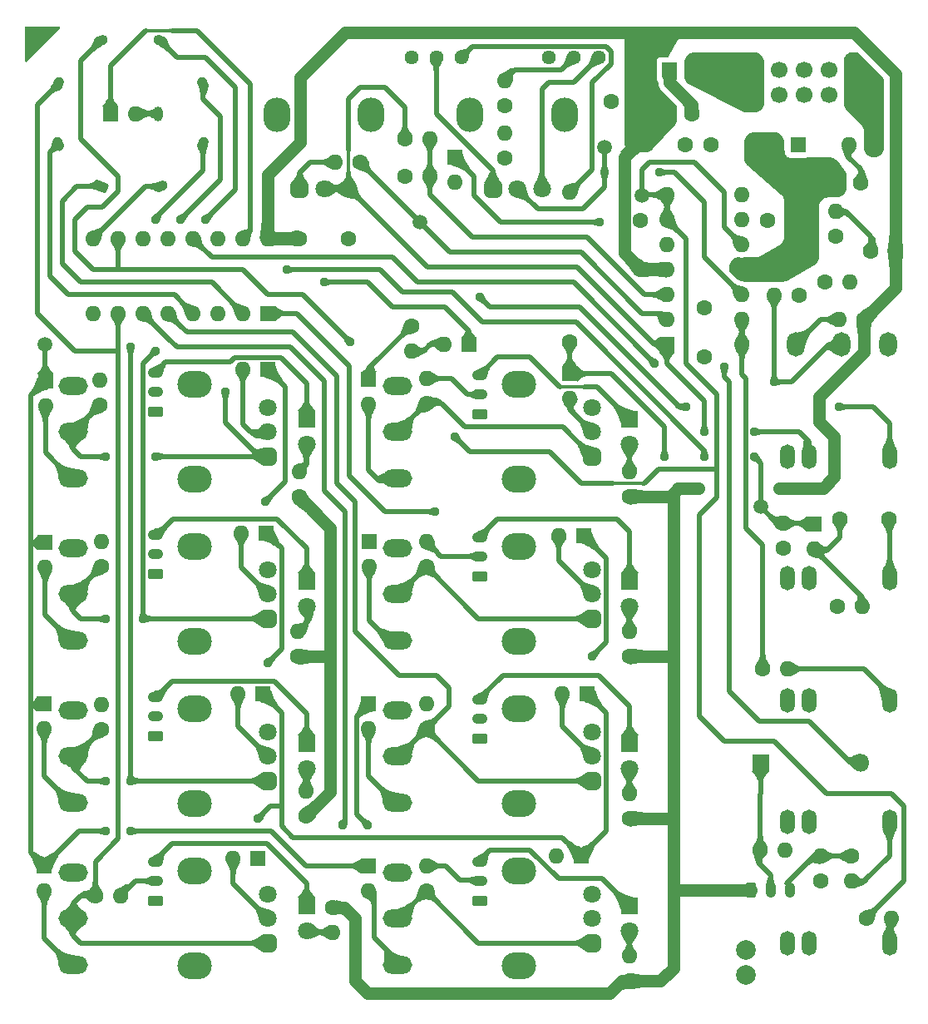
<source format=gbr>
G04 #@! TF.GenerationSoftware,KiCad,Pcbnew,7.0.10*
G04 #@! TF.CreationDate,2024-08-03T17:22:43+10:00*
G04 #@! TF.ProjectId,MK_Seq take 2,4d4b5f53-6571-4207-9461-6b6520322e6b,rev?*
G04 #@! TF.SameCoordinates,Original*
G04 #@! TF.FileFunction,Copper,L1,Top*
G04 #@! TF.FilePolarity,Positive*
%FSLAX46Y46*%
G04 Gerber Fmt 4.6, Leading zero omitted, Abs format (unit mm)*
G04 Created by KiCad (PCBNEW 7.0.10) date 2024-08-03 17:22:43*
%MOMM*%
%LPD*%
G01*
G04 APERTURE LIST*
G04 Aperture macros list*
%AMRoundRect*
0 Rectangle with rounded corners*
0 $1 Rounding radius*
0 $2 $3 $4 $5 $6 $7 $8 $9 X,Y pos of 4 corners*
0 Add a 4 corners polygon primitive as box body*
4,1,4,$2,$3,$4,$5,$6,$7,$8,$9,$2,$3,0*
0 Add four circle primitives for the rounded corners*
1,1,$1+$1,$2,$3*
1,1,$1+$1,$4,$5*
1,1,$1+$1,$6,$7*
1,1,$1+$1,$8,$9*
0 Add four rect primitives between the rounded corners*
20,1,$1+$1,$2,$3,$4,$5,0*
20,1,$1+$1,$4,$5,$6,$7,0*
20,1,$1+$1,$6,$7,$8,$9,0*
20,1,$1+$1,$8,$9,$2,$3,0*%
%AMHorizOval*
0 Thick line with rounded ends*
0 $1 width*
0 $2 $3 position (X,Y) of the first rounded end (center of the circle)*
0 $4 $5 position (X,Y) of the second rounded end (center of the circle)*
0 Add line between two ends*
20,1,$1,$2,$3,$4,$5,0*
0 Add two circle primitives to create the rounded ends*
1,1,$1,$2,$3*
1,1,$1,$4,$5*%
G04 Aperture macros list end*
G04 #@! TA.AperFunction,ComponentPad*
%ADD10O,3.000000X1.800000*%
G04 #@! TD*
G04 #@! TA.AperFunction,ComponentPad*
%ADD11O,2.750000X3.500000*%
G04 #@! TD*
G04 #@! TA.AperFunction,ComponentPad*
%ADD12RoundRect,0.450000X0.450000X0.450000X-0.450000X0.450000X-0.450000X-0.450000X0.450000X-0.450000X0*%
G04 #@! TD*
G04 #@! TA.AperFunction,ComponentPad*
%ADD13C,1.800000*%
G04 #@! TD*
G04 #@! TA.AperFunction,ComponentPad*
%ADD14O,3.500000X2.750000*%
G04 #@! TD*
G04 #@! TA.AperFunction,ComponentPad*
%ADD15RoundRect,0.450000X-0.450000X0.450000X-0.450000X-0.450000X0.450000X-0.450000X0.450000X0.450000X0*%
G04 #@! TD*
G04 #@! TA.AperFunction,ComponentPad*
%ADD16C,1.600000*%
G04 #@! TD*
G04 #@! TA.AperFunction,ComponentPad*
%ADD17R,1.600000X1.600000*%
G04 #@! TD*
G04 #@! TA.AperFunction,ComponentPad*
%ADD18O,1.600000X1.600000*%
G04 #@! TD*
G04 #@! TA.AperFunction,ComponentPad*
%ADD19R,1.800000X1.800000*%
G04 #@! TD*
G04 #@! TA.AperFunction,SMDPad,CuDef*
%ADD20C,1.500000*%
G04 #@! TD*
G04 #@! TA.AperFunction,ComponentPad*
%ADD21O,1.800000X2.500000*%
G04 #@! TD*
G04 #@! TA.AperFunction,ComponentPad*
%ADD22O,1.500000X2.500000*%
G04 #@! TD*
G04 #@! TA.AperFunction,ComponentPad*
%ADD23RoundRect,0.250000X0.366269X-0.422312X0.557611X0.039628X-0.366269X0.422312X-0.557611X-0.039628X0*%
G04 #@! TD*
G04 #@! TA.AperFunction,ComponentPad*
%ADD24HorizOval,1.000000X-0.095671X0.230970X0.095671X-0.230970X0*%
G04 #@! TD*
G04 #@! TA.AperFunction,ComponentPad*
%ADD25HorizOval,1.000000X0.095671X0.230970X-0.095671X-0.230970X0*%
G04 #@! TD*
G04 #@! TA.AperFunction,ComponentPad*
%ADD26HorizOval,1.000000X0.230970X0.095671X-0.230970X-0.095671X0*%
G04 #@! TD*
G04 #@! TA.AperFunction,ComponentPad*
%ADD27HorizOval,1.000000X-0.230970X0.095671X0.230970X-0.095671X0*%
G04 #@! TD*
G04 #@! TA.AperFunction,ComponentPad*
%ADD28HorizOval,1.000000X-0.095671X-0.230970X0.095671X0.230970X0*%
G04 #@! TD*
G04 #@! TA.AperFunction,ComponentPad*
%ADD29HorizOval,1.000000X-0.230970X-0.095671X0.230970X0.095671X0*%
G04 #@! TD*
G04 #@! TA.AperFunction,ComponentPad*
%ADD30O,1.000000X1.500000*%
G04 #@! TD*
G04 #@! TA.AperFunction,ComponentPad*
%ADD31C,2.000000*%
G04 #@! TD*
G04 #@! TA.AperFunction,ComponentPad*
%ADD32RoundRect,0.150000X0.600000X-0.400000X0.600000X0.400000X-0.600000X0.400000X-0.600000X-0.400000X0*%
G04 #@! TD*
G04 #@! TA.AperFunction,ComponentPad*
%ADD33O,1.540000X1.100000*%
G04 #@! TD*
G04 #@! TA.AperFunction,ComponentPad*
%ADD34C,1.440000*%
G04 #@! TD*
G04 #@! TA.AperFunction,ComponentPad*
%ADD35RoundRect,0.150000X-0.400000X-0.600000X0.400000X-0.600000X0.400000X0.600000X-0.400000X0.600000X0*%
G04 #@! TD*
G04 #@! TA.AperFunction,ComponentPad*
%ADD36O,1.100000X1.540000*%
G04 #@! TD*
G04 #@! TA.AperFunction,ComponentPad*
%ADD37O,1.800000X1.800000*%
G04 #@! TD*
G04 #@! TA.AperFunction,ComponentPad*
%ADD38RoundRect,0.425000X0.425000X-0.425000X0.425000X0.425000X-0.425000X0.425000X-0.425000X-0.425000X0*%
G04 #@! TD*
G04 #@! TA.AperFunction,ComponentPad*
%ADD39C,1.700000*%
G04 #@! TD*
G04 #@! TA.AperFunction,ViaPad*
%ADD40C,1.050000*%
G04 #@! TD*
G04 #@! TA.AperFunction,ViaPad*
%ADD41C,0.950000*%
G04 #@! TD*
G04 #@! TA.AperFunction,Conductor*
%ADD42C,0.508000*%
G04 #@! TD*
G04 #@! TA.AperFunction,Conductor*
%ADD43C,1.270000*%
G04 #@! TD*
G04 #@! TA.AperFunction,Conductor*
%ADD44C,0.304800*%
G04 #@! TD*
G04 APERTURE END LIST*
D10*
X57647609Y-115201275D03*
X57648334Y-110490000D03*
X57648394Y-105788334D03*
X57647609Y-82181275D03*
X57648334Y-77470000D03*
X57648394Y-72768334D03*
X24627609Y-115201275D03*
X24628334Y-110490000D03*
X24628394Y-105788334D03*
X57647609Y-65671275D03*
X57648334Y-60960000D03*
X57648394Y-56258334D03*
X24627609Y-98691275D03*
X24628334Y-93980000D03*
X24628394Y-89278334D03*
X24627609Y-65671275D03*
X24628334Y-60960000D03*
X24628394Y-56258334D03*
X24627609Y-82181275D03*
X24628334Y-77470000D03*
X24628394Y-72768334D03*
X57647609Y-98691275D03*
X57648334Y-93980000D03*
X57648394Y-89278334D03*
D11*
X45365000Y-28707500D03*
X54965000Y-28707500D03*
D12*
X47665000Y-36207500D03*
D13*
X50165000Y-36207500D03*
X52665000Y-36207500D03*
D14*
X36962500Y-65760000D03*
X36962500Y-56160000D03*
D15*
X44462500Y-63460000D03*
D13*
X44462500Y-60960000D03*
X44462500Y-58460000D03*
D14*
X69982500Y-82270000D03*
X69982500Y-72670000D03*
D15*
X77482500Y-79970000D03*
D13*
X77482500Y-77470000D03*
X77482500Y-74970000D03*
D14*
X36962500Y-98780000D03*
X36962500Y-89180000D03*
D15*
X44462500Y-96480000D03*
D13*
X44462500Y-93980000D03*
X44462500Y-91480000D03*
D14*
X69982500Y-115290000D03*
X69982500Y-105690000D03*
D15*
X77482500Y-112990000D03*
D13*
X77482500Y-110490000D03*
X77482500Y-107990000D03*
D14*
X36962500Y-115290000D03*
X36962500Y-105690000D03*
D15*
X44462500Y-112990000D03*
D13*
X44462500Y-110490000D03*
X44462500Y-107990000D03*
D14*
X69982500Y-98780000D03*
X69982500Y-89180000D03*
D15*
X77482500Y-96480000D03*
D13*
X77482500Y-93980000D03*
X77482500Y-91480000D03*
D11*
X65050000Y-28707500D03*
X74650000Y-28707500D03*
D12*
X67350000Y-36207500D03*
D13*
X69850000Y-36207500D03*
X72350000Y-36207500D03*
D14*
X36962500Y-82270000D03*
X36962500Y-72670000D03*
D15*
X44462500Y-79970000D03*
D13*
X44462500Y-77470000D03*
X44462500Y-74970000D03*
D14*
X69982500Y-65760000D03*
X69982500Y-56160000D03*
D15*
X77482500Y-63460000D03*
D13*
X77482500Y-60960000D03*
X77482500Y-58460000D03*
D16*
X88900000Y-48300000D03*
X88900000Y-53300000D03*
X94580628Y-31729054D03*
X89580628Y-31729054D03*
D17*
X98425000Y-31750000D03*
D16*
X98425000Y-34250000D03*
X86955000Y-31750000D03*
X81955000Y-31750000D03*
D17*
X85344000Y-24130000D03*
D18*
X87884000Y-24130000D03*
D19*
X81280000Y-92705000D03*
D13*
X81280000Y-95245000D03*
D19*
X81280000Y-76195000D03*
D13*
X81280000Y-78735000D03*
D19*
X81280000Y-109215000D03*
D13*
X81280000Y-111755000D03*
D20*
X94615000Y-68580000D03*
D16*
X102235000Y-41050000D03*
D18*
X102235000Y-38510000D03*
D21*
X107570000Y-52070000D03*
X102870000Y-52070000D03*
X98170000Y-52070000D03*
D16*
X105820000Y-42545000D03*
D18*
X108360000Y-42545000D03*
D20*
X21789506Y-52070000D03*
D16*
X101190000Y-45720000D03*
D18*
X103730000Y-45720000D03*
D22*
X97340000Y-113030000D03*
X99540000Y-113030000D03*
X107740000Y-113030000D03*
D16*
X104775000Y-35620000D03*
D18*
X102235000Y-35620000D03*
D23*
X27415857Y-35956707D03*
D24*
X23103953Y-31623520D03*
D25*
X23105544Y-25516624D03*
D26*
X27419240Y-21184483D03*
D27*
X33542801Y-21184338D03*
D24*
X37869460Y-25516938D03*
D28*
X37864640Y-31636947D03*
D29*
X33538310Y-35967950D03*
D30*
X33230000Y-28566605D03*
D19*
X48392500Y-59685000D03*
D13*
X48392500Y-62225000D03*
D19*
X48392500Y-109215000D03*
D13*
X48392500Y-111755000D03*
D19*
X48392500Y-76195000D03*
D13*
X48392500Y-78735000D03*
D17*
X106172000Y-31750000D03*
D18*
X103632000Y-31750000D03*
D16*
X87630000Y-28575000D03*
D18*
X85090000Y-28575000D03*
D20*
X78740000Y-32004000D03*
D19*
X48392500Y-92705000D03*
D13*
X48392500Y-95245000D03*
D20*
X82550000Y-36910000D03*
D31*
X93090000Y-116205000D03*
X93090000Y-113665000D03*
D20*
X59944000Y-39624000D03*
D19*
X81280000Y-59685000D03*
D13*
X81280000Y-62225000D03*
D22*
X97340000Y-88265000D03*
X99540000Y-88265000D03*
X107740000Y-88265000D03*
X97340000Y-63500000D03*
X99540000Y-63500000D03*
X107740000Y-63500000D03*
X97340000Y-75882500D03*
X99540000Y-75882500D03*
X107740000Y-75882500D03*
D17*
X81915000Y-27305000D03*
D16*
X79415000Y-27305000D03*
D22*
X97340000Y-100647500D03*
X99540000Y-100647500D03*
X107740000Y-100647500D03*
D16*
X48323328Y-100082892D03*
D18*
X48323328Y-97542892D03*
D16*
X105156000Y-49530000D03*
D18*
X102616000Y-49530000D03*
D32*
X33020000Y-58895583D03*
D33*
X33020000Y-56895225D03*
X33020000Y-54895225D03*
D34*
X64135000Y-22860000D03*
X61595000Y-22860000D03*
X59055000Y-22860000D03*
D35*
X93629642Y-107586480D03*
D36*
X95630000Y-107586480D03*
X97630000Y-107586480D03*
D32*
X66040000Y-75659583D03*
D33*
X66040000Y-73659225D03*
X66040000Y-71659225D03*
D16*
X81280000Y-83820000D03*
D18*
X81280000Y-81280000D03*
D17*
X21792598Y-72238074D03*
D18*
X21792598Y-74778074D03*
D16*
X98552000Y-47071613D03*
D18*
X96012000Y-47071613D03*
D17*
X43468144Y-104395877D03*
D18*
X40928144Y-104395877D03*
D17*
X75184000Y-55047539D03*
D18*
X75184000Y-57587539D03*
D16*
X81280000Y-100330000D03*
D18*
X81280000Y-97790000D03*
D16*
X100710000Y-106680000D03*
D18*
X100710000Y-104140000D03*
D17*
X44271780Y-71241941D03*
D18*
X41731780Y-71241941D03*
D16*
X60586657Y-74668408D03*
D18*
X60586657Y-72128408D03*
D17*
X54710357Y-105145489D03*
D18*
X54710357Y-107685489D03*
D17*
X21691299Y-105146453D03*
D18*
X21691299Y-107686453D03*
D16*
X68580000Y-33049000D03*
D18*
X68580000Y-30509000D03*
D17*
X76355686Y-104140000D03*
D18*
X73815686Y-104140000D03*
D34*
X78105000Y-22860000D03*
X75565000Y-22860000D03*
X73025000Y-22860000D03*
D17*
X54706649Y-55613605D03*
D18*
X54706649Y-58153605D03*
D17*
X54711299Y-88659898D03*
D18*
X54711299Y-91199898D03*
D16*
X47665000Y-41275000D03*
X52665000Y-41275000D03*
D32*
X66040000Y-92170358D03*
D33*
X66040000Y-90170000D03*
X66040000Y-88170000D03*
D32*
X66040000Y-108679583D03*
D33*
X66040000Y-106679225D03*
X66040000Y-104679225D03*
D16*
X81280000Y-116865000D03*
D18*
X81280000Y-114325000D03*
D17*
X43970686Y-87630000D03*
D18*
X41430686Y-87630000D03*
D16*
X27492562Y-74660905D03*
D18*
X27492562Y-72120905D03*
D19*
X94610000Y-94615000D03*
D37*
X104770000Y-94615000D03*
D17*
X54756321Y-72160197D03*
D18*
X54756321Y-74700197D03*
D32*
X33020000Y-108679583D03*
D33*
X33020000Y-106679225D03*
X33020000Y-104679225D03*
D16*
X94585000Y-103505000D03*
D18*
X97125000Y-103505000D03*
D16*
X53877000Y-33528000D03*
D18*
X51337000Y-33528000D03*
D16*
X81280000Y-67560000D03*
D18*
X81280000Y-65020000D03*
D16*
X103885000Y-104140000D03*
D18*
X103885000Y-106680000D03*
D16*
X68580000Y-27715000D03*
D18*
X68580000Y-25175000D03*
D16*
X60578212Y-107668708D03*
D18*
X60578212Y-105128708D03*
D16*
X75184000Y-51816000D03*
D18*
X75184000Y-36576000D03*
D16*
X94840000Y-85090000D03*
D18*
X97380000Y-85090000D03*
D16*
X58420000Y-34925000D03*
D18*
X60960000Y-34925000D03*
D16*
X27340613Y-58258806D03*
D18*
X27340613Y-55718806D03*
D17*
X63500000Y-33020000D03*
D18*
X63500000Y-35560000D03*
D32*
X33020000Y-75406358D03*
D33*
X33020000Y-73406000D03*
X33020000Y-71406000D03*
D16*
X102460000Y-78740000D03*
D18*
X105000000Y-78740000D03*
D16*
X58420000Y-31115000D03*
D18*
X60960000Y-31115000D03*
D17*
X21695992Y-88635517D03*
D18*
X21695992Y-91175517D03*
D17*
X85100000Y-52075000D03*
D18*
X85100000Y-49535000D03*
X85100000Y-46995000D03*
X85100000Y-44455000D03*
X85100000Y-41915000D03*
X85100000Y-39375000D03*
X85100000Y-36835000D03*
X92720000Y-36835000D03*
X92720000Y-39375000D03*
X92720000Y-41915000D03*
X92720000Y-44455000D03*
X92720000Y-46995000D03*
X92720000Y-49535000D03*
X92720000Y-52075000D03*
D17*
X64925686Y-52070000D03*
D18*
X62385686Y-52070000D03*
D17*
X44450000Y-54610000D03*
D18*
X41910000Y-54610000D03*
D16*
X47488334Y-83845000D03*
D18*
X47488334Y-81305000D03*
D16*
X105380000Y-110490000D03*
D18*
X107920000Y-110490000D03*
D16*
X60624204Y-58051503D03*
D18*
X60624204Y-55511503D03*
D16*
X95353553Y-44478006D03*
X95353553Y-39478006D03*
D17*
X100075000Y-70329314D03*
D18*
X100075000Y-72869314D03*
D16*
X47625000Y-67560000D03*
D18*
X47625000Y-65020000D03*
D17*
X76990686Y-87630000D03*
D18*
X74450686Y-87630000D03*
D17*
X76618321Y-71518635D03*
D18*
X74078321Y-71518635D03*
D16*
X82407680Y-44436832D03*
X82407680Y-39436832D03*
X107695000Y-69850000D03*
X102695000Y-69850000D03*
D32*
X66040000Y-59150358D03*
D33*
X66040000Y-57150000D03*
X66040000Y-55150000D03*
D17*
X44435000Y-48897500D03*
D18*
X41895000Y-48897500D03*
X39355000Y-48897500D03*
X36815000Y-48897500D03*
X34275000Y-48897500D03*
X31735000Y-48897500D03*
X29195000Y-48897500D03*
X26655000Y-48897500D03*
X26655000Y-41277500D03*
X29195000Y-41277500D03*
X31735000Y-41277500D03*
X34275000Y-41277500D03*
X36815000Y-41277500D03*
X39355000Y-41277500D03*
X41895000Y-41277500D03*
X44435000Y-41277500D03*
D32*
X33020000Y-91915583D03*
D33*
X33020000Y-89915225D03*
X33020000Y-87915225D03*
D16*
X27487912Y-91251569D03*
D18*
X27487912Y-88711569D03*
D38*
X93985628Y-24109054D03*
D39*
X93985628Y-26649054D03*
X96525628Y-24109054D03*
X96525628Y-26649054D03*
X99065628Y-24109054D03*
X99065628Y-26649054D03*
X101605628Y-24109054D03*
X101605628Y-26649054D03*
X104145628Y-24109054D03*
X104145628Y-26649054D03*
D17*
X21794478Y-55788121D03*
D18*
X21794478Y-58328121D03*
D17*
X28419314Y-28575000D03*
D18*
X30959314Y-28575000D03*
D16*
X51058886Y-109346624D03*
D18*
X51058886Y-111886624D03*
D16*
X96900000Y-72800000D03*
D18*
X96900000Y-70260000D03*
D16*
X60588569Y-91185926D03*
D18*
X60588569Y-88645926D03*
D16*
X59055000Y-50165000D03*
D18*
X59055000Y-52705000D03*
D16*
X26895000Y-108204000D03*
D18*
X29435000Y-108204000D03*
D40*
X21590000Y-20320000D03*
X20320000Y-21590000D03*
D41*
X78232000Y-39624000D03*
X63500000Y-61468000D03*
X50165000Y-45720000D03*
X102616000Y-58420000D03*
X66040000Y-47244000D03*
X86995000Y-58420000D03*
X88900000Y-60960000D03*
X93980000Y-60960000D03*
X38100000Y-39370000D03*
X61468000Y-69088000D03*
X31750000Y-80010000D03*
X33020000Y-52705000D03*
X27940000Y-80010000D03*
X40132000Y-56896000D03*
X27940000Y-63500000D03*
X33020000Y-63500000D03*
X30480000Y-52324000D03*
X30480000Y-96520000D03*
X27940000Y-96520000D03*
X35560000Y-39370000D03*
X52070000Y-100965000D03*
X33020000Y-39370000D03*
X52832000Y-51816000D03*
X93980000Y-63500000D03*
X88900000Y-63500000D03*
X46355000Y-44450000D03*
X90932000Y-54356000D03*
X43468144Y-100295856D03*
X44450000Y-84455000D03*
X77470000Y-83820000D03*
X44196000Y-68072000D03*
X84836000Y-63500000D03*
X30480000Y-101600000D03*
X27940000Y-101600000D03*
X54610000Y-100965000D03*
X96012000Y-55880000D03*
X83820000Y-53975000D03*
D40*
X96520000Y-66675000D03*
X88265000Y-66675000D03*
D41*
X78740000Y-34544000D03*
X84328000Y-34544000D03*
D42*
X50165000Y-36207500D02*
X52665000Y-36207500D01*
X52705000Y-54229000D02*
X47373500Y-48897500D01*
X47373500Y-48897500D02*
X44435000Y-48897500D01*
X52705000Y-65405000D02*
X52705000Y-54229000D01*
X56388000Y-69088000D02*
X52705000Y-65405000D01*
X61468000Y-69088000D02*
X56388000Y-69088000D01*
X36195000Y-50800000D02*
X35560000Y-50165000D01*
X46990000Y-50800000D02*
X36195000Y-50800000D01*
X51435000Y-55245000D02*
X46990000Y-50800000D01*
X57785000Y-85725000D02*
X53340000Y-81280000D01*
X51435000Y-66167000D02*
X51435000Y-55245000D01*
X61595000Y-85725000D02*
X57785000Y-85725000D01*
X62865000Y-86995000D02*
X61595000Y-85725000D01*
X53340000Y-68072000D02*
X51435000Y-66167000D01*
X62865000Y-88909495D02*
X62865000Y-86995000D01*
X60588569Y-91185926D02*
X62865000Y-88909495D01*
X53340000Y-81280000D02*
X53340000Y-68072000D01*
X103632000Y-33083500D02*
X104775000Y-34226500D01*
X103632000Y-31750000D02*
X103632000Y-33083500D01*
X104775000Y-34226500D02*
X104775000Y-35620000D01*
D43*
X87630000Y-28575000D02*
X87630000Y-27686000D01*
X87630000Y-27686000D02*
X85344000Y-25400000D01*
X85344000Y-25400000D02*
X85344000Y-24130000D01*
D42*
X45783600Y-53403600D02*
X48392500Y-56012500D01*
X34067225Y-53848000D02*
X40640000Y-53848000D01*
X33020000Y-54895225D02*
X34067225Y-53848000D01*
X40640000Y-53848000D02*
X41084400Y-53403600D01*
X48392500Y-56012500D02*
X48392500Y-59685000D01*
X41084400Y-53403600D02*
X45783600Y-53403600D01*
X48392500Y-64252500D02*
X47625000Y-65020000D01*
X48392500Y-62225000D02*
X48392500Y-64252500D01*
X45402500Y-69850000D02*
X48392500Y-72840000D01*
X33020000Y-71614642D02*
X34784642Y-69850000D01*
X34784642Y-69850000D02*
X45402500Y-69850000D01*
X48392500Y-72840000D02*
X48392500Y-76195000D01*
X48392500Y-78735000D02*
X48392500Y-80400834D01*
X48392500Y-80400834D02*
X47488334Y-81305000D01*
X48392500Y-89667500D02*
X48392500Y-92705000D01*
X34739642Y-86360000D02*
X45085000Y-86360000D01*
X33020000Y-88079642D02*
X34739642Y-86360000D01*
X45085000Y-86360000D02*
X48392500Y-89667500D01*
X48392500Y-97473720D02*
X48323328Y-97542892D01*
X48392500Y-95245000D02*
X48392500Y-97473720D01*
X44322800Y-102870000D02*
X48392500Y-106939700D01*
X33020000Y-104544642D02*
X34694642Y-102870000D01*
X34694642Y-102870000D02*
X44322800Y-102870000D01*
X48392500Y-106939700D02*
X48392500Y-109215000D01*
X51058886Y-111886624D02*
X48524124Y-111886624D01*
X74168000Y-56388000D02*
X71120000Y-53340000D01*
X77983000Y-56388000D02*
X81280000Y-59685000D01*
D44*
X74168000Y-56388000D02*
X76708000Y-56388000D01*
D42*
X76708000Y-56388000D02*
X77983000Y-56388000D01*
X67849642Y-53340000D02*
X66040000Y-55149642D01*
X71120000Y-53340000D02*
X67849642Y-53340000D01*
X81280000Y-62225000D02*
X81280000Y-65020000D01*
X66040000Y-71614642D02*
X67804642Y-69850000D01*
X81280000Y-71120000D02*
X81280000Y-76195000D01*
X80010000Y-69850000D02*
X81280000Y-71120000D01*
X67804642Y-69850000D02*
X80010000Y-69850000D01*
X81280000Y-78735000D02*
X81280000Y-81280000D01*
X68394642Y-85725000D02*
X78105000Y-85725000D01*
X66040000Y-88079642D02*
X68394642Y-85725000D01*
X81280000Y-88900000D02*
X81280000Y-92705000D01*
X78105000Y-85725000D02*
X81280000Y-88900000D01*
X81280000Y-95245000D02*
X81280000Y-97790000D01*
X67079642Y-103505000D02*
X66040000Y-104544642D01*
X81280000Y-109215000D02*
X78492880Y-106427880D01*
X78492880Y-106427880D02*
X74042880Y-106427880D01*
X71120000Y-103505000D02*
X67079642Y-103505000D01*
X74042880Y-106427880D02*
X71120000Y-103505000D01*
X81280000Y-111755000D02*
X81280000Y-114325000D01*
X30988775Y-106679225D02*
X33020000Y-106679225D01*
X30480000Y-107188000D02*
X30988775Y-106679225D01*
X30451000Y-107188000D02*
X30480000Y-107188000D01*
X29435000Y-108204000D02*
X30451000Y-107188000D01*
X64770000Y-57150000D02*
X66040000Y-57150000D01*
X63140780Y-55520780D02*
X64770000Y-57150000D01*
X60633481Y-55520780D02*
X63140780Y-55520780D01*
X66040000Y-73615000D02*
X62073249Y-73615000D01*
X62073249Y-73615000D02*
X60586657Y-72128408D01*
X60578212Y-105128708D02*
X62583708Y-105128708D01*
X62583708Y-105128708D02*
X64000000Y-106545000D01*
X64000000Y-106545000D02*
X66040000Y-106545000D01*
X68153700Y-39624000D02*
X65405000Y-36875300D01*
X78232000Y-39624000D02*
X68153700Y-39624000D01*
X65405000Y-34925000D02*
X63500000Y-33020000D01*
X65405000Y-36875300D02*
X65405000Y-34925000D01*
X107740000Y-75882500D02*
X107740000Y-69895000D01*
X57647609Y-114797609D02*
X57647609Y-115451275D01*
X54710357Y-107685489D02*
X55245000Y-108220132D01*
X55245000Y-108220132D02*
X55245000Y-112395000D01*
X55245000Y-112395000D02*
X57647609Y-114797609D01*
X54711299Y-91199898D02*
X54711299Y-96004965D01*
X54711299Y-96004965D02*
X57647609Y-98941275D01*
X54756321Y-74700197D02*
X54756321Y-80156321D01*
X54756321Y-80156321D02*
X57031275Y-82431275D01*
X55761275Y-65921275D02*
X57647609Y-65921275D01*
X54706649Y-64866649D02*
X55761275Y-65921275D01*
X54706649Y-58153605D02*
X54706649Y-64866649D01*
X21691299Y-107686453D02*
X21691299Y-112514965D01*
X21691299Y-112514965D02*
X24627609Y-115451275D01*
X41910000Y-54610000D02*
X41910000Y-60198000D01*
X42672000Y-60960000D02*
X44462500Y-60960000D01*
X41910000Y-60198000D02*
X42672000Y-60960000D01*
X41731780Y-71241941D02*
X41731780Y-74739280D01*
X41731780Y-74739280D02*
X44462500Y-77470000D01*
X41430686Y-90948186D02*
X44462500Y-93980000D01*
X41430686Y-87630000D02*
X41430686Y-90948186D01*
X44462500Y-110490000D02*
X40928144Y-106955644D01*
X40928144Y-106955644D02*
X40928144Y-104395877D01*
X75184000Y-57587539D02*
X75184000Y-58661500D01*
X75184000Y-58661500D02*
X77482500Y-60960000D01*
X77482500Y-77470000D02*
X74078321Y-74065821D01*
X74078321Y-74065821D02*
X74078321Y-71518635D01*
X74450686Y-90948186D02*
X77482500Y-93980000D01*
X74450686Y-87630000D02*
X74450686Y-90948186D01*
X21695992Y-96009658D02*
X21695992Y-91175517D01*
X24627609Y-98941275D02*
X21695992Y-96009658D01*
X21792598Y-79596264D02*
X24627609Y-82431275D01*
X21792598Y-74778074D02*
X21792598Y-79596264D01*
X105000000Y-78740000D02*
X105000000Y-77794314D01*
X101500686Y-72869314D02*
X102695000Y-71675000D01*
X102695000Y-71675000D02*
X102695000Y-69850000D01*
X105000000Y-77794314D02*
X100075000Y-72869314D01*
X100075000Y-72869314D02*
X101500686Y-72869314D01*
X21794478Y-63088144D02*
X24627609Y-65921275D01*
X21794478Y-58328121D02*
X21794478Y-63088144D01*
D44*
X79590920Y-66205080D02*
X79612240Y-66226400D01*
D42*
X86995000Y-41270000D02*
X86995000Y-53975000D01*
X57150000Y-48260000D02*
X62484000Y-48260000D01*
X101346000Y-97790000D02*
X107950000Y-97790000D01*
X96012000Y-92456000D02*
X101346000Y-97790000D01*
X85100000Y-39375000D02*
X85100000Y-36835000D01*
X64925686Y-50701686D02*
X64925686Y-52070000D01*
X65024000Y-62992000D02*
X63500000Y-61468000D01*
X90170000Y-67607394D02*
X88392000Y-69385394D01*
X90932000Y-92456000D02*
X96012000Y-92456000D01*
X79590920Y-66205080D02*
X76365080Y-66205080D01*
X90170000Y-57150000D02*
X90170000Y-67607394D01*
X109220000Y-99060000D02*
X109220000Y-106650000D01*
X84260400Y-64770000D02*
X90170000Y-64770000D01*
X85100000Y-39375000D02*
X86995000Y-41270000D01*
X90932000Y-40127000D02*
X90932000Y-36576000D01*
X82550000Y-34290000D02*
X82550000Y-36910000D01*
X85100000Y-36835000D02*
X82625000Y-36835000D01*
X54610000Y-45720000D02*
X57150000Y-48260000D01*
X107950000Y-97790000D02*
X109220000Y-99060000D01*
X109220000Y-106650000D02*
X105380000Y-110490000D01*
X83312000Y-33528000D02*
X82550000Y-34290000D01*
X73152000Y-62992000D02*
X65024000Y-62992000D01*
X90932000Y-36576000D02*
X87884000Y-33528000D01*
X50165000Y-45720000D02*
X54610000Y-45720000D01*
X82804000Y-66226400D02*
X84260400Y-64770000D01*
X86995000Y-53975000D02*
X90170000Y-57150000D01*
X88392000Y-69385394D02*
X88392000Y-89916000D01*
X92720000Y-41915000D02*
X90932000Y-40127000D01*
X62484000Y-48260000D02*
X64925686Y-50701686D01*
X76365080Y-66205080D02*
X73152000Y-62992000D01*
X87884000Y-33528000D02*
X83312000Y-33528000D01*
D44*
X79612240Y-66226400D02*
X82804000Y-66226400D01*
D42*
X88392000Y-89916000D02*
X90932000Y-92456000D01*
X60325000Y-52705000D02*
X59055000Y-52705000D01*
X60960000Y-52070000D02*
X60325000Y-52705000D01*
X60960000Y-52070000D02*
X62385686Y-52070000D01*
X95630000Y-106955000D02*
X95630000Y-106045000D01*
X94610000Y-97795000D02*
X94610000Y-94615000D01*
X94585000Y-105000000D02*
X94585000Y-103505000D01*
X95630000Y-106045000D02*
X94585000Y-105000000D01*
X94585000Y-97820000D02*
X94610000Y-97795000D01*
X94585000Y-103505000D02*
X94585000Y-97820000D01*
X100710000Y-104140000D02*
X100075000Y-104140000D01*
X103885000Y-104140000D02*
X100710000Y-104140000D01*
X100075000Y-104140000D02*
X97260000Y-106955000D01*
X47665000Y-36207500D02*
X47665000Y-34602000D01*
X48739000Y-33528000D02*
X47665000Y-34602000D01*
X51337000Y-33528000D02*
X48739000Y-33528000D01*
X77470000Y-25400000D02*
X77470000Y-34290000D01*
X79375000Y-22225000D02*
X79375000Y-23495000D01*
X77470000Y-34290000D02*
X75184000Y-36576000D01*
X79375000Y-23495000D02*
X77470000Y-25400000D01*
X64135000Y-22860000D02*
X65261400Y-21733600D01*
X78883600Y-21733600D02*
X79375000Y-22225000D01*
X65261400Y-21733600D02*
X78883600Y-21733600D01*
X33230000Y-28566605D02*
X30967709Y-28566605D01*
X76200000Y-48260000D02*
X86360000Y-58420000D01*
X102616000Y-58420000D02*
X106045000Y-58420000D01*
X67056000Y-48260000D02*
X76200000Y-48260000D01*
X66040000Y-47244000D02*
X67056000Y-48260000D01*
X86360000Y-58420000D02*
X86995000Y-58420000D01*
X107740000Y-60115000D02*
X107740000Y-63500000D01*
X106045000Y-58420000D02*
X107740000Y-60115000D01*
X52665000Y-36207500D02*
X52665000Y-34634796D01*
X88900000Y-57785000D02*
X85100000Y-53985000D01*
X75946000Y-44196000D02*
X83825000Y-52075000D01*
D44*
X52670600Y-34629196D02*
X52670600Y-32131592D01*
D42*
X60706000Y-44196000D02*
X75946000Y-44196000D01*
X52665000Y-32125992D02*
X52665000Y-27091000D01*
X85100000Y-53985000D02*
X85100000Y-52075000D01*
X99540000Y-61948000D02*
X99540000Y-63500000D01*
X52670600Y-32131592D02*
X52665000Y-32125992D01*
X53848000Y-25908000D02*
X56388000Y-25908000D01*
X52665000Y-27091000D02*
X53848000Y-25908000D01*
X88900000Y-60960000D02*
X88900000Y-57785000D01*
X83825000Y-52075000D02*
X85095000Y-52075000D01*
X52665000Y-34634796D02*
X52670600Y-34629196D01*
X98552000Y-60960000D02*
X99540000Y-61948000D01*
X93980000Y-60960000D02*
X98552000Y-60960000D01*
X52717500Y-36207500D02*
X60706000Y-44196000D01*
X58420000Y-27940000D02*
X58420000Y-31115000D01*
X56388000Y-25908000D02*
X58420000Y-27940000D01*
X107740000Y-113030000D02*
X107740000Y-110670000D01*
X105155000Y-85090000D02*
X97380000Y-85090000D01*
X107740000Y-87675000D02*
X105155000Y-85090000D01*
X105155000Y-106680000D02*
X107740000Y-104095000D01*
X107740000Y-104095000D02*
X107740000Y-100647500D01*
X103885000Y-106680000D02*
X105155000Y-106680000D01*
X33542801Y-21184338D02*
X35218463Y-22860000D01*
X57648334Y-77606731D02*
X60586657Y-74668408D01*
X60586657Y-74668408D02*
X65888249Y-79970000D01*
X41148000Y-36322000D02*
X38100000Y-39370000D01*
X38100000Y-22860000D02*
X41148000Y-25908000D01*
X41148000Y-25908000D02*
X41148000Y-36322000D01*
X35218463Y-22860000D02*
X38100000Y-22860000D01*
X65888249Y-79970000D02*
X77482500Y-79970000D01*
X25003293Y-35956707D02*
X23495000Y-37465000D01*
X23495000Y-37465000D02*
X23495000Y-43827500D01*
X25400000Y-80010000D02*
X27940000Y-80010000D01*
X24628334Y-77525133D02*
X27492562Y-74660905D01*
X27415857Y-35956707D02*
X25003293Y-35956707D01*
X31746000Y-80006000D02*
X31746000Y-53979000D01*
X31750000Y-80010000D02*
X31790000Y-79970000D01*
X38730000Y-45732500D02*
X41895000Y-48897500D01*
X24628334Y-77720000D02*
X24628334Y-79238334D01*
X31750000Y-80010000D02*
X31746000Y-80006000D01*
X24628334Y-79238334D02*
X25400000Y-80010000D01*
X31746000Y-53979000D02*
X33020000Y-52705000D01*
X31790000Y-79970000D02*
X44462500Y-79970000D01*
X25400000Y-45732500D02*
X38730000Y-45732500D01*
X23495000Y-43827500D02*
X25400000Y-45732500D01*
X33020000Y-63500000D02*
X33060000Y-63460000D01*
X24628334Y-60971085D02*
X27340613Y-58258806D01*
X27940000Y-63500000D02*
X25400000Y-63500000D01*
X25400000Y-63500000D02*
X24628334Y-62728334D01*
X40132000Y-60029499D02*
X43562501Y-63460000D01*
X43562501Y-63460000D02*
X44462500Y-63460000D01*
X33060000Y-63460000D02*
X44462500Y-63460000D01*
X24628334Y-62728334D02*
X24628334Y-61210000D01*
X40132000Y-56896000D02*
X40132000Y-60029499D01*
X34920000Y-47002500D02*
X36815000Y-48897500D01*
X30480000Y-96520000D02*
X30520000Y-96480000D01*
X22225000Y-32502473D02*
X22225000Y-45097500D01*
X24130000Y-47002500D02*
X34920000Y-47002500D01*
X26035000Y-96520000D02*
X24628334Y-95113334D01*
X27940000Y-96520000D02*
X26035000Y-96520000D01*
X22225000Y-45097500D02*
X24130000Y-47002500D01*
X27487912Y-91370422D02*
X24628334Y-94230000D01*
X23103953Y-31623520D02*
X22225000Y-32502473D01*
X30480000Y-96520000D02*
X30480000Y-52324000D01*
X24628334Y-95113334D02*
X24628334Y-94230000D01*
X30520000Y-96480000D02*
X44462500Y-96480000D01*
X65882643Y-96480000D02*
X77482500Y-96480000D01*
X34275000Y-48897500D02*
X35555000Y-50177500D01*
X39624000Y-35306000D02*
X35560000Y-39370000D01*
X57648334Y-94126161D02*
X60588569Y-91185926D01*
X60588569Y-91185926D02*
X65882643Y-96480000D01*
X37869460Y-27074460D02*
X39624000Y-28829000D01*
X39624000Y-28829000D02*
X39624000Y-35306000D01*
X37869460Y-25516938D02*
X37869460Y-27074460D01*
X52070000Y-100965000D02*
X52324000Y-100711000D01*
X50165000Y-55753000D02*
X46736000Y-52324000D01*
X33020000Y-39179500D02*
X37864640Y-34334860D01*
X33020000Y-39370000D02*
X33020000Y-39179500D01*
X37864640Y-34334860D02*
X37864640Y-31636947D01*
X52324000Y-100711000D02*
X52324000Y-69088000D01*
X34285000Y-51447500D02*
X31735000Y-48897500D01*
X46736000Y-52324000D02*
X35179000Y-52324000D01*
X50165000Y-66929000D02*
X50165000Y-55753000D01*
X52324000Y-69088000D02*
X50165000Y-66929000D01*
X57648334Y-110598586D02*
X60578212Y-107668708D01*
X65899504Y-112990000D02*
X77482500Y-112990000D01*
X35179000Y-52324000D02*
X34290000Y-51435000D01*
X60578212Y-107668708D02*
X65899504Y-112990000D01*
X24628334Y-112258334D02*
X25360000Y-112990000D01*
X25360000Y-112990000D02*
X44462500Y-112990000D01*
X20955000Y-27667168D02*
X23105544Y-25516624D01*
X26895000Y-108204000D02*
X25400000Y-108204000D01*
X20955000Y-48895000D02*
X20955000Y-27667168D01*
X24628334Y-108975666D02*
X24628334Y-110740000D01*
X26895000Y-108204000D02*
X26895000Y-104677000D01*
X25400000Y-108204000D02*
X24628334Y-108975666D01*
X29210000Y-52705000D02*
X29210000Y-48912500D01*
X24765000Y-52705000D02*
X20955000Y-48895000D01*
X29210000Y-102362000D02*
X29210000Y-52705000D01*
X24628334Y-110740000D02*
X24628334Y-112258334D01*
X26895000Y-104677000D02*
X29210000Y-102362000D01*
X29210000Y-52705000D02*
X24765000Y-52705000D01*
X25400000Y-23203723D02*
X27419240Y-21184483D01*
X24765000Y-39370000D02*
X26035000Y-38100000D01*
X29195000Y-44447500D02*
X29210000Y-44462500D01*
X57648334Y-60985000D02*
X60581831Y-58051503D01*
X26035000Y-38100000D02*
X27622500Y-38100000D01*
X27622500Y-38100000D02*
X29210000Y-36512500D01*
X29195000Y-41277500D02*
X29195000Y-44447500D01*
X27317500Y-44450000D02*
X26657500Y-44450000D01*
X29210000Y-44462500D02*
X27330000Y-44462500D01*
X64516000Y-60452000D02*
X74474500Y-60452000D01*
X29210000Y-34925000D02*
X25400000Y-31115000D01*
X62115503Y-58051503D02*
X64516000Y-60452000D01*
X24765000Y-42557500D02*
X24765000Y-39370000D01*
X26657500Y-44450000D02*
X24765000Y-42557500D01*
X52832000Y-51816000D02*
X48006000Y-46990000D01*
X41910000Y-44462500D02*
X29210000Y-44462500D01*
X29210000Y-36512500D02*
X29210000Y-34925000D01*
X60591503Y-58051503D02*
X62115503Y-58051503D01*
X74474500Y-60452000D02*
X77482500Y-63460000D01*
X44437500Y-46990000D02*
X41910000Y-44462500D01*
X27330000Y-44462500D02*
X27317500Y-44450000D01*
X25400000Y-31115000D02*
X25400000Y-23203723D01*
X48006000Y-46990000D02*
X44437500Y-46990000D01*
X66294000Y-49784000D02*
X75819000Y-49784000D01*
X28419314Y-23650686D02*
X31962413Y-20107587D01*
D44*
X32597413Y-20107587D02*
X34668196Y-20107587D01*
D42*
X46355000Y-44450000D02*
X55880000Y-44450000D01*
X93980000Y-63500000D02*
X94615000Y-64135000D01*
D44*
X31962413Y-20107587D02*
X32597413Y-20107587D01*
D42*
X34668196Y-20107587D02*
X37252587Y-20107587D01*
X63246000Y-46736000D02*
X66294000Y-49784000D01*
X42672000Y-40500500D02*
X41895000Y-41277500D01*
X88900000Y-62865000D02*
X88900000Y-63500000D01*
X94615000Y-64135000D02*
X94615000Y-68580000D01*
X96900000Y-70260000D02*
X100005686Y-70260000D01*
X96295000Y-70260000D02*
X94615000Y-68580000D01*
X75819000Y-49784000D02*
X88900000Y-62865000D01*
X37252587Y-20107587D02*
X42672000Y-25527000D01*
X55880000Y-44450000D02*
X58166000Y-46736000D01*
X96900000Y-70260000D02*
X96295000Y-70260000D01*
X28419314Y-28575000D02*
X28419314Y-23650686D01*
X42672000Y-25527000D02*
X42672000Y-40500500D01*
X58166000Y-46736000D02*
X63246000Y-46736000D01*
X62992000Y-42672000D02*
X76327000Y-42672000D01*
X59944000Y-39624000D02*
X62992000Y-42672000D01*
X76327000Y-42672000D02*
X82550000Y-48895000D01*
X59944000Y-39595000D02*
X59944000Y-39624000D01*
X53877000Y-33528000D02*
X59944000Y-39595000D01*
X82550000Y-48895000D02*
X84460000Y-48895000D01*
X84460000Y-48895000D02*
X85100000Y-49535000D01*
X91440000Y-55880000D02*
X91440000Y-87376000D01*
X90932000Y-54356000D02*
X90932000Y-55372000D01*
X91440000Y-87376000D02*
X94488000Y-90424000D01*
X103759000Y-94615000D02*
X104770000Y-94615000D01*
X90932000Y-55372000D02*
X91440000Y-55880000D01*
X94488000Y-90424000D02*
X99568000Y-90424000D01*
X99568000Y-90424000D02*
X103759000Y-94615000D01*
X94853706Y-72501706D02*
X94853706Y-85076294D01*
X92724627Y-55140939D02*
X93098600Y-55514912D01*
X92720000Y-52075000D02*
X92720000Y-49535000D01*
X92720000Y-52075000D02*
X92724627Y-52079627D01*
X93098600Y-70746600D02*
X94853706Y-72501706D01*
X92724627Y-52079627D02*
X92724627Y-55140939D01*
X93098600Y-55514912D02*
X93098600Y-70746600D01*
X76962000Y-41148000D02*
X65278000Y-41148000D01*
X60960000Y-36830000D02*
X60960000Y-34925000D01*
X65278000Y-41148000D02*
X60960000Y-36830000D01*
X85100000Y-46995000D02*
X82809000Y-46995000D01*
X82809000Y-46995000D02*
X76962000Y-41148000D01*
X60960000Y-34925000D02*
X60960000Y-31115000D01*
X105820000Y-41050000D02*
X103280000Y-38510000D01*
X105820000Y-42545000D02*
X105820000Y-41050000D01*
X103280000Y-38510000D02*
X102235000Y-38510000D01*
X78886500Y-89525814D02*
X78886500Y-101609186D01*
X74450686Y-102235000D02*
X76355686Y-104140000D01*
X46228000Y-66040000D02*
X44196000Y-68072000D01*
X46990000Y-102235000D02*
X74450686Y-102235000D01*
X78886500Y-101609186D02*
X76355686Y-104140000D01*
X78886500Y-73786814D02*
X76618321Y-71518635D01*
X75184000Y-51816000D02*
X75184000Y-54945608D01*
X45866500Y-101111500D02*
X46990000Y-102235000D01*
X44450000Y-54610000D02*
X46228000Y-56388000D01*
X79431539Y-55047539D02*
X84836000Y-60452000D01*
X45866500Y-99060000D02*
X44704000Y-99060000D01*
X45866500Y-99060000D02*
X45866500Y-89525814D01*
X45866500Y-99060000D02*
X45866500Y-101111500D01*
X78886500Y-82403500D02*
X78886500Y-73786814D01*
X79431539Y-55047539D02*
X75184000Y-55047539D01*
X76990686Y-87630000D02*
X78886500Y-89525814D01*
X45866500Y-89525814D02*
X43970686Y-87630000D01*
X45866500Y-72836661D02*
X44271780Y-71241941D01*
X45866500Y-83038500D02*
X45866500Y-72836661D01*
X44704000Y-99060000D02*
X43468144Y-100295856D01*
X46228000Y-56388000D02*
X46228000Y-66040000D01*
X75184000Y-54945608D02*
X75285931Y-55047539D01*
X77470000Y-83820000D02*
X78886500Y-82403500D01*
X44450000Y-84455000D02*
X45866500Y-83038500D01*
X84836000Y-60452000D02*
X84836000Y-63500000D01*
X53504899Y-89866298D02*
X53504899Y-99859899D01*
X54706649Y-54513351D02*
X54706649Y-55613605D01*
X48312989Y-105145489D02*
X54710357Y-105145489D01*
X59055000Y-50165000D02*
X54706649Y-54513351D01*
X54711299Y-88659898D02*
X53504899Y-89866298D01*
X21792598Y-72238074D02*
X20471926Y-72238074D01*
X20471926Y-72238074D02*
X20320000Y-72390000D01*
X25237752Y-101600000D02*
X27940000Y-101600000D01*
X21691299Y-105146453D02*
X25237752Y-101600000D01*
X20320000Y-72390000D02*
X20320000Y-88900000D01*
X54756321Y-72461817D02*
X54756321Y-72160197D01*
X44767500Y-101600000D02*
X48312989Y-105145489D01*
X21789506Y-52705000D02*
X21789506Y-55783149D01*
X53504899Y-99859899D02*
X54610000Y-100965000D01*
X30480000Y-101600000D02*
X44767500Y-101600000D01*
X20320000Y-88900000D02*
X20320000Y-103775154D01*
X20320000Y-103775154D02*
X21691299Y-105146453D01*
X21695992Y-88635517D02*
X20584483Y-88635517D01*
X21794478Y-55788121D02*
X20320000Y-57262599D01*
X20320000Y-57262599D02*
X20320000Y-72390000D01*
X20584483Y-88635517D02*
X20320000Y-88900000D01*
X59690000Y-45720000D02*
X75565000Y-45720000D01*
X57162500Y-43192500D02*
X59690000Y-45720000D01*
X101600000Y-52070000D02*
X102870000Y-52070000D01*
X97790000Y-55880000D02*
X101600000Y-52070000D01*
X36815000Y-41277500D02*
X38730000Y-43192500D01*
X38730000Y-43192500D02*
X57162500Y-43192500D01*
X96012000Y-55880000D02*
X96012000Y-47071613D01*
X96012000Y-55880000D02*
X97790000Y-55880000D01*
X75565000Y-45720000D02*
X83820000Y-53975000D01*
X31964550Y-35967950D02*
X26655000Y-41277500D01*
X33538310Y-35967950D02*
X31964550Y-35967950D01*
X100710000Y-49530000D02*
X102616000Y-49530000D01*
X98170000Y-52070000D02*
X100710000Y-49530000D01*
D43*
X81280000Y-67560000D02*
X85721000Y-67560000D01*
X47488334Y-83845000D02*
X50787500Y-83845000D01*
X85725000Y-100330000D02*
X85725000Y-107599752D01*
X50787500Y-83845000D02*
X50800000Y-83832500D01*
X86225000Y-66675000D02*
X88265000Y-66675000D01*
X85725000Y-115570000D02*
X84430000Y-116865000D01*
X81280000Y-83820000D02*
X85675000Y-83820000D01*
X108360000Y-24540000D02*
X108360000Y-42545000D01*
X48323328Y-100082892D02*
X50800000Y-97606220D01*
X47752000Y-24892000D02*
X52324000Y-20320000D01*
X53340000Y-110490000D02*
X52196624Y-109346624D01*
X53340000Y-116840000D02*
X53340000Y-110490000D01*
X54610000Y-118110000D02*
X53340000Y-116840000D01*
X85725000Y-107599752D02*
X85725000Y-115570000D01*
X82407680Y-44436832D02*
X85081832Y-44436832D01*
X50800000Y-97606220D02*
X50800000Y-83832500D01*
X102108000Y-61468000D02*
X102108000Y-65532000D01*
X85700000Y-83845000D02*
X85725000Y-83820000D01*
X100965000Y-66675000D02*
X96520000Y-66675000D01*
X105156000Y-49530000D02*
X105156000Y-52832000D01*
X85725000Y-67564000D02*
X85725000Y-67175000D01*
X85725000Y-83820000D02*
X85725000Y-100330000D01*
X80722680Y-42751832D02*
X82407680Y-44436832D01*
X85721000Y-67560000D02*
X85725000Y-67564000D01*
X52324000Y-20320000D02*
X104140000Y-20320000D01*
X79263334Y-118110000D02*
X54610000Y-118110000D01*
X80508334Y-116865000D02*
X79263334Y-118110000D01*
X84430000Y-116865000D02*
X80508334Y-116865000D01*
X81955000Y-31750000D02*
X80722680Y-32982320D01*
X104140000Y-20320000D02*
X108360000Y-24540000D01*
X102108000Y-65532000D02*
X100965000Y-66675000D01*
X105156000Y-52832000D02*
X100584000Y-57404000D01*
X44435000Y-34813000D02*
X47752000Y-31496000D01*
X80722680Y-32982320D02*
X80722680Y-42751832D01*
X90553451Y-107586480D02*
X90540179Y-107599752D01*
X100584000Y-57404000D02*
X100584000Y-59944000D01*
X47752000Y-31496000D02*
X47752000Y-24892000D01*
X90540179Y-107599752D02*
X85725000Y-107599752D01*
X50800000Y-70735000D02*
X47625000Y-67560000D01*
X44435000Y-41277500D02*
X44435000Y-34813000D01*
X52196624Y-109346624D02*
X51058886Y-109346624D01*
X50800000Y-83832500D02*
X50800000Y-70735000D01*
X100584000Y-59944000D02*
X102108000Y-61468000D01*
X85725000Y-83820000D02*
X85725000Y-67564000D01*
X108360000Y-46326000D02*
X105156000Y-49530000D01*
X108360000Y-42545000D02*
X108360000Y-46326000D01*
X93629642Y-107586480D02*
X90553451Y-107586480D01*
X85725000Y-67175000D02*
X85975000Y-66925000D01*
X44435000Y-41277500D02*
X47655000Y-41277500D01*
X81280000Y-100330000D02*
X85725000Y-100330000D01*
X85675000Y-83820000D02*
X85700000Y-83845000D01*
D42*
X88900000Y-43175000D02*
X92720000Y-46995000D01*
X78740000Y-36068000D02*
X76517600Y-38290400D01*
X84328000Y-34544000D02*
X85852000Y-34544000D01*
X76517600Y-38290400D02*
X71932900Y-38290400D01*
X78740000Y-34544000D02*
X78740000Y-36068000D01*
X85852000Y-34544000D02*
X88900000Y-37592000D01*
X88900000Y-37592000D02*
X88900000Y-43175000D01*
X71932900Y-38290400D02*
X69850000Y-36207500D01*
X78740000Y-34544000D02*
X78740000Y-32004000D01*
X74295000Y-24130000D02*
X69625000Y-24130000D01*
X69625000Y-24130000D02*
X68580000Y-25175000D01*
X75565000Y-22860000D02*
X74295000Y-24130000D01*
X61595000Y-22860000D02*
X61595000Y-28575000D01*
X67350000Y-34330000D02*
X67350000Y-36207500D01*
X61595000Y-28575000D02*
X67350000Y-34330000D01*
X73025000Y-25400000D02*
X72350000Y-26075000D01*
X75565000Y-25400000D02*
X73025000Y-25400000D01*
X78105000Y-22860000D02*
X75565000Y-25400000D01*
X72350000Y-26075000D02*
X72350000Y-36207500D01*
G04 #@! TA.AperFunction,Conductor*
G36*
X96034061Y-30480597D02*
G01*
X96210941Y-30498018D01*
X96234769Y-30502757D01*
X96399001Y-30552576D01*
X96421453Y-30561877D01*
X96572798Y-30642772D01*
X96593010Y-30656277D01*
X96725666Y-30765145D01*
X96742854Y-30782333D01*
X96851722Y-30914989D01*
X96865227Y-30935201D01*
X96946121Y-31086543D01*
X96955424Y-31109001D01*
X97005240Y-31273224D01*
X97009982Y-31297065D01*
X97027403Y-31473938D01*
X97028000Y-31486092D01*
X97028000Y-32019996D01*
X97047214Y-32215088D01*
X97104120Y-32402684D01*
X97109858Y-32413419D01*
X97124500Y-32471871D01*
X97124500Y-32597869D01*
X97124501Y-32597876D01*
X97130908Y-32657483D01*
X97181202Y-32792328D01*
X97181206Y-32792335D01*
X97267452Y-32907544D01*
X97267455Y-32907547D01*
X97382664Y-32993793D01*
X97382671Y-32993797D01*
X97517517Y-33044091D01*
X97517516Y-33044091D01*
X97524444Y-33044835D01*
X97577127Y-33050500D01*
X99272872Y-33050499D01*
X99332483Y-33044091D01*
X99376114Y-33027817D01*
X99419446Y-33020000D01*
X101632831Y-33020000D01*
X101646382Y-33020742D01*
X101843342Y-33042398D01*
X101869797Y-33048286D01*
X102050875Y-33110012D01*
X102075418Y-33121507D01*
X102238765Y-33221103D01*
X102260225Y-33237657D01*
X102402950Y-33375101D01*
X102412196Y-33385036D01*
X103141616Y-34260341D01*
X103150149Y-34271878D01*
X103264753Y-34447201D01*
X103277555Y-34472834D01*
X103346395Y-34662974D01*
X103352971Y-34690861D01*
X103377170Y-34898913D01*
X103378000Y-34913239D01*
X103378000Y-36077907D01*
X103377403Y-36090061D01*
X103359982Y-36266934D01*
X103355240Y-36290775D01*
X103305424Y-36454998D01*
X103296121Y-36477456D01*
X103215227Y-36628798D01*
X103201722Y-36649010D01*
X103092854Y-36781666D01*
X103075666Y-36798854D01*
X102943010Y-36907722D01*
X102922798Y-36921227D01*
X102771456Y-37002121D01*
X102748998Y-37011424D01*
X102584775Y-37061240D01*
X102560934Y-37065982D01*
X102384061Y-37083403D01*
X102371907Y-37084000D01*
X101584000Y-37084000D01*
X101535844Y-37088743D01*
X101388911Y-37103214D01*
X101318580Y-37124549D01*
X101201317Y-37160120D01*
X101201314Y-37160121D01*
X101201312Y-37160122D01*
X101201309Y-37160123D01*
X101028435Y-37252526D01*
X101028428Y-37252531D01*
X100876892Y-37376892D01*
X100752531Y-37528428D01*
X100752526Y-37528435D01*
X100660123Y-37701309D01*
X100660122Y-37701312D01*
X100603214Y-37888911D01*
X100584000Y-38084003D01*
X100584000Y-43101150D01*
X100583315Y-43114166D01*
X100563336Y-43303443D01*
X100557901Y-43328903D01*
X100500881Y-43503598D01*
X100490250Y-43527361D01*
X100398013Y-43686301D01*
X100382655Y-43707321D01*
X100259266Y-43843502D01*
X100239858Y-43860852D01*
X100085433Y-43972106D01*
X100074471Y-43979159D01*
X97263238Y-45585578D01*
X97253704Y-45590492D01*
X97111428Y-45656195D01*
X97091267Y-45663465D01*
X96945017Y-45702303D01*
X96923907Y-45705993D01*
X96767785Y-45719536D01*
X96757069Y-45720000D01*
X93044549Y-45720000D01*
X93003922Y-45713156D01*
X92983266Y-45705993D01*
X92863243Y-45664371D01*
X92855343Y-45661839D01*
X92840471Y-45657072D01*
X92839428Y-45656765D01*
X92816441Y-45650578D01*
X92581174Y-45593165D01*
X92576073Y-45591804D01*
X92443102Y-45553288D01*
X92418854Y-45543385D01*
X92325507Y-45493167D01*
X92303287Y-45477883D01*
X92253496Y-45434957D01*
X92106537Y-45308260D01*
X92080107Y-45287042D01*
X92070053Y-45278028D01*
X91476319Y-44684294D01*
X91442834Y-44622971D01*
X91440000Y-44596613D01*
X91440000Y-44186092D01*
X91440597Y-44173938D01*
X91458018Y-43997056D01*
X91462757Y-43973232D01*
X91512577Y-43808994D01*
X91521875Y-43786549D01*
X91602775Y-43635195D01*
X91616272Y-43614995D01*
X91725149Y-43482328D01*
X91742328Y-43465149D01*
X91874995Y-43356272D01*
X91895195Y-43342775D01*
X92046549Y-43261875D01*
X92068994Y-43252577D01*
X92233232Y-43202757D01*
X92257056Y-43198018D01*
X92400217Y-43183918D01*
X92444458Y-43187545D01*
X92493308Y-43200635D01*
X92655230Y-43214801D01*
X92719998Y-43220468D01*
X92720000Y-43220468D01*
X92720002Y-43220468D01*
X92776673Y-43215509D01*
X92946692Y-43200635D01*
X92995541Y-43187546D01*
X93007936Y-43184225D01*
X93040029Y-43180000D01*
X94211014Y-43180000D01*
X94211016Y-43180000D01*
X94211018Y-43179999D01*
X94211036Y-43179999D01*
X94373314Y-43165342D01*
X94390183Y-43163819D01*
X94563552Y-43115798D01*
X94725512Y-43037493D01*
X96542496Y-41947303D01*
X96707070Y-41823883D01*
X96842908Y-41669400D01*
X96944261Y-41490391D01*
X97006842Y-41294430D01*
X97028000Y-41089810D01*
X97028000Y-37537768D01*
X97028000Y-37537767D01*
X97027999Y-37537750D01*
X97005404Y-37326388D01*
X97005402Y-37326381D01*
X96980971Y-37252531D01*
X96938633Y-37124552D01*
X96904121Y-37065982D01*
X96830710Y-36941398D01*
X96830709Y-36941397D01*
X96830708Y-36941395D01*
X96686505Y-36785192D01*
X96686503Y-36785190D01*
X96686501Y-36785188D01*
X93310465Y-33831155D01*
X93301009Y-33821948D01*
X93236968Y-33752578D01*
X93170281Y-33680342D01*
X93154565Y-33659190D01*
X93060092Y-33498861D01*
X93049204Y-33474865D01*
X92990760Y-33298203D01*
X92985188Y-33272438D01*
X92964702Y-33080798D01*
X92964000Y-33067618D01*
X92964000Y-31486092D01*
X92964597Y-31473938D01*
X92982018Y-31297056D01*
X92986757Y-31273232D01*
X93036577Y-31108994D01*
X93045875Y-31086549D01*
X93126775Y-30935195D01*
X93140272Y-30914995D01*
X93249149Y-30782328D01*
X93266328Y-30765149D01*
X93398995Y-30656272D01*
X93419195Y-30642775D01*
X93570549Y-30561875D01*
X93592994Y-30552577D01*
X93757232Y-30502757D01*
X93781056Y-30498018D01*
X93957939Y-30480597D01*
X93970093Y-30480000D01*
X96021907Y-30480000D01*
X96034061Y-30480597D01*
G37*
G04 #@! TD.AperFunction*
G04 #@! TA.AperFunction,Conductor*
G36*
X94002061Y-22352597D02*
G01*
X94178941Y-22370018D01*
X94202769Y-22374757D01*
X94367001Y-22424576D01*
X94389453Y-22433877D01*
X94540798Y-22514772D01*
X94561010Y-22528277D01*
X94693666Y-22637145D01*
X94710854Y-22654333D01*
X94819722Y-22786989D01*
X94833227Y-22807201D01*
X94914121Y-22958543D01*
X94923424Y-22981001D01*
X94973240Y-23145224D01*
X94977982Y-23169065D01*
X94995403Y-23345938D01*
X94996000Y-23358092D01*
X94996000Y-27441907D01*
X94995403Y-27454061D01*
X94977982Y-27630934D01*
X94973240Y-27654775D01*
X94923424Y-27818998D01*
X94914121Y-27841456D01*
X94833227Y-27992798D01*
X94819722Y-28013010D01*
X94710854Y-28145666D01*
X94693666Y-28162854D01*
X94561010Y-28271722D01*
X94540798Y-28285227D01*
X94389456Y-28366121D01*
X94366998Y-28375424D01*
X94202775Y-28425240D01*
X94178934Y-28429982D01*
X94002061Y-28447403D01*
X93989907Y-28448000D01*
X93207263Y-28448000D01*
X93192922Y-28447168D01*
X92984655Y-28422918D01*
X92956740Y-28416328D01*
X92759615Y-28344877D01*
X92746417Y-28339208D01*
X87425907Y-25678953D01*
X87415925Y-25673373D01*
X87411640Y-25670711D01*
X87274011Y-25585206D01*
X87255807Y-25571420D01*
X87136717Y-25462586D01*
X87121345Y-25445685D01*
X87024252Y-25316855D01*
X87012240Y-25297420D01*
X86940431Y-25152959D01*
X86932195Y-25131664D01*
X86888111Y-24976482D01*
X86883919Y-24954024D01*
X86868527Y-24787661D01*
X86868000Y-24776237D01*
X86868000Y-23358092D01*
X86868597Y-23345938D01*
X86886018Y-23169056D01*
X86890757Y-23145232D01*
X86940577Y-22980994D01*
X86949875Y-22958549D01*
X87030775Y-22807195D01*
X87044272Y-22786995D01*
X87153149Y-22654328D01*
X87170328Y-22637149D01*
X87302995Y-22528272D01*
X87323195Y-22514775D01*
X87474549Y-22433875D01*
X87496994Y-22424577D01*
X87661232Y-22374757D01*
X87685056Y-22370018D01*
X87861939Y-22352597D01*
X87874093Y-22352000D01*
X93989907Y-22352000D01*
X94002061Y-22352597D01*
G37*
G04 #@! TD.AperFunction*
G04 #@! TA.AperFunction,Conductor*
G36*
X85418710Y-19686169D02*
G01*
X85449371Y-19689365D01*
X85587340Y-19703752D01*
X85612497Y-19709055D01*
X85772306Y-19760542D01*
X85795835Y-19770926D01*
X85941571Y-19854267D01*
X85962454Y-19869282D01*
X86087868Y-19980901D01*
X86105203Y-19999900D01*
X86204887Y-20134982D01*
X86217930Y-20157149D01*
X86287605Y-20309896D01*
X86295795Y-20334277D01*
X86332459Y-20498108D01*
X86335443Y-20523653D01*
X86337521Y-20691532D01*
X86335170Y-20717145D01*
X86302571Y-20881835D01*
X86294987Y-20906410D01*
X86226572Y-21066793D01*
X86220911Y-21078360D01*
X85283488Y-22765720D01*
X85233724Y-22814763D01*
X85175093Y-22829500D01*
X84496129Y-22829500D01*
X84496123Y-22829501D01*
X84436516Y-22835908D01*
X84301671Y-22886202D01*
X84301664Y-22886206D01*
X84186455Y-22972452D01*
X84186452Y-22972455D01*
X84100206Y-23087664D01*
X84100202Y-23087671D01*
X84049908Y-23222517D01*
X84043501Y-23282116D01*
X84043500Y-23282135D01*
X84043500Y-24977870D01*
X84043501Y-24977876D01*
X84049908Y-25037483D01*
X84100202Y-25172328D01*
X84100203Y-25172330D01*
X84182372Y-25282093D01*
X84206789Y-25347557D01*
X84207070Y-25353453D01*
X84208465Y-25412046D01*
X84208500Y-25414997D01*
X84208500Y-25454091D01*
X84209366Y-25463161D01*
X84209891Y-25471984D01*
X84211402Y-25535420D01*
X84218501Y-25568057D01*
X84220772Y-25582623D01*
X84223946Y-25615864D01*
X84223947Y-25615867D01*
X84241822Y-25676746D01*
X84244010Y-25685318D01*
X84257498Y-25747317D01*
X84257499Y-25747319D01*
X84270644Y-25778016D01*
X84275631Y-25791891D01*
X84285043Y-25823942D01*
X84314114Y-25880331D01*
X84317886Y-25888338D01*
X84342860Y-25946658D01*
X84342862Y-25946660D01*
X84342863Y-25946663D01*
X84358336Y-25969524D01*
X84361582Y-25974320D01*
X84369106Y-25987001D01*
X84384412Y-26016690D01*
X84423631Y-26066561D01*
X84428844Y-26073700D01*
X84464411Y-26126250D01*
X84464414Y-26126253D01*
X84488021Y-26149860D01*
X84497810Y-26160888D01*
X84518463Y-26187150D01*
X84566418Y-26228703D01*
X84572896Y-26234735D01*
X86056556Y-27718395D01*
X86090041Y-27779718D01*
X86092875Y-27806076D01*
X86092875Y-29132995D01*
X86092329Y-29144619D01*
X86076395Y-29313849D01*
X86072056Y-29336688D01*
X86026440Y-29494353D01*
X86017913Y-29515981D01*
X85943670Y-29662358D01*
X85931258Y-29682013D01*
X85827427Y-29816591D01*
X85819894Y-29825461D01*
X83612833Y-32189737D01*
X83603702Y-32198565D01*
X83463931Y-32320488D01*
X83443208Y-32335121D01*
X83287124Y-32422912D01*
X83263857Y-32433022D01*
X83093168Y-32487213D01*
X83068331Y-32492375D01*
X82883823Y-32511349D01*
X82871138Y-32512000D01*
X81778093Y-32512000D01*
X81765939Y-32511403D01*
X81589065Y-32493982D01*
X81565224Y-32489240D01*
X81401001Y-32439424D01*
X81378543Y-32430121D01*
X81227201Y-32349227D01*
X81206989Y-32335722D01*
X81074333Y-32226854D01*
X81057145Y-32209666D01*
X80948277Y-32077010D01*
X80934772Y-32056798D01*
X80853878Y-31905456D01*
X80844575Y-31882998D01*
X80794757Y-31718769D01*
X80790018Y-31694941D01*
X80772597Y-31518061D01*
X80772000Y-31505907D01*
X80772000Y-20691092D01*
X80772597Y-20678938D01*
X80790018Y-20502056D01*
X80794757Y-20478232D01*
X80844577Y-20313994D01*
X80853875Y-20291549D01*
X80934775Y-20140195D01*
X80948272Y-20119995D01*
X81057149Y-19987328D01*
X81074328Y-19970149D01*
X81206995Y-19861272D01*
X81227195Y-19847775D01*
X81378549Y-19766875D01*
X81400994Y-19757577D01*
X81565232Y-19707757D01*
X81589056Y-19703018D01*
X81760862Y-19686096D01*
X81773016Y-19685500D01*
X85405851Y-19685500D01*
X85418710Y-19686169D01*
G37*
G04 #@! TD.AperFunction*
G04 #@! TA.AperFunction,Conductor*
G36*
X23262177Y-19705185D02*
G01*
X23307932Y-19757989D01*
X23317876Y-19827147D01*
X23288851Y-19890703D01*
X23282819Y-19897181D01*
X19897181Y-23282819D01*
X19835858Y-23316304D01*
X19766166Y-23311320D01*
X19710233Y-23269448D01*
X19685816Y-23203984D01*
X19685500Y-23195138D01*
X19685500Y-19809500D01*
X19705185Y-19742461D01*
X19757989Y-19696706D01*
X19809500Y-19685500D01*
X23195138Y-19685500D01*
X23262177Y-19705185D01*
G37*
G04 #@! TD.AperFunction*
G04 #@! TA.AperFunction,Conductor*
G36*
X104239847Y-22352597D02*
G01*
X104416728Y-22370018D01*
X104440556Y-22374757D01*
X104599084Y-22422846D01*
X104604784Y-22424575D01*
X104627239Y-22433876D01*
X104655699Y-22449088D01*
X104684925Y-22470764D01*
X107069234Y-24855074D01*
X107090911Y-24884301D01*
X107106122Y-24912758D01*
X107115425Y-24935217D01*
X107165240Y-25099437D01*
X107169982Y-25123278D01*
X107187403Y-25300152D01*
X107188000Y-25312306D01*
X107188000Y-32013907D01*
X107187403Y-32026061D01*
X107169982Y-32202934D01*
X107165240Y-32226775D01*
X107115424Y-32390998D01*
X107106121Y-32413456D01*
X107025227Y-32564798D01*
X107011722Y-32585010D01*
X106902854Y-32717666D01*
X106885666Y-32734854D01*
X106753010Y-32843722D01*
X106732798Y-32857227D01*
X106581456Y-32938121D01*
X106558998Y-32947424D01*
X106394775Y-32997240D01*
X106370934Y-33001982D01*
X106194061Y-33019403D01*
X106181907Y-33020000D01*
X106162093Y-33020000D01*
X106149939Y-33019403D01*
X105973065Y-33001982D01*
X105949224Y-32997240D01*
X105785001Y-32947424D01*
X105762543Y-32938121D01*
X105611201Y-32857227D01*
X105590989Y-32843722D01*
X105458333Y-32734854D01*
X105441145Y-32717666D01*
X105332277Y-32585010D01*
X105318772Y-32564798D01*
X105237878Y-32413456D01*
X105228575Y-32390998D01*
X105178757Y-32226769D01*
X105174018Y-32202941D01*
X105156597Y-32026061D01*
X105156000Y-32013907D01*
X105156000Y-30386217D01*
X105136785Y-30191124D01*
X105136785Y-30191123D01*
X105079880Y-30003530D01*
X104987470Y-29830643D01*
X104987469Y-29830641D01*
X104863102Y-29679101D01*
X103421202Y-28237202D01*
X103413030Y-28228186D01*
X103300277Y-28090797D01*
X103286772Y-28070585D01*
X103205878Y-27919243D01*
X103196575Y-27896785D01*
X103146757Y-27732556D01*
X103142018Y-27708728D01*
X103124597Y-27531847D01*
X103124000Y-27519693D01*
X103124000Y-23120961D01*
X103124780Y-23107078D01*
X103126297Y-23093607D01*
X103141541Y-22958315D01*
X103147717Y-22931258D01*
X103194849Y-22796562D01*
X103206889Y-22771559D01*
X103282815Y-22650724D01*
X103300121Y-22629023D01*
X103401023Y-22528121D01*
X103422724Y-22510815D01*
X103543559Y-22434889D01*
X103568562Y-22422849D01*
X103703258Y-22375717D01*
X103730315Y-22369541D01*
X103865607Y-22354297D01*
X103879078Y-22352780D01*
X103892961Y-22352000D01*
X104227693Y-22352000D01*
X104239847Y-22352597D01*
G37*
G04 #@! TD.AperFunction*
G04 #@! TA.AperFunction,Conductor*
G36*
X50519914Y-35381230D02*
G01*
X50520611Y-35381547D01*
X50862832Y-35550841D01*
X50863951Y-35551475D01*
X50969241Y-35619101D01*
X51108784Y-35708728D01*
X51230454Y-35781404D01*
X51322720Y-35836517D01*
X51582399Y-35922205D01*
X51954254Y-35952621D01*
X51962220Y-35956711D01*
X51965000Y-35964282D01*
X51965000Y-36450717D01*
X51961573Y-36458990D01*
X51954254Y-36462378D01*
X51637261Y-36488306D01*
X51582399Y-36492794D01*
X51494975Y-36521641D01*
X51322721Y-36578481D01*
X51108762Y-36706284D01*
X50863959Y-36863518D01*
X50862824Y-36864161D01*
X50520614Y-37033451D01*
X50511679Y-37034048D01*
X50504939Y-37028152D01*
X50504621Y-37027452D01*
X50282516Y-36492795D01*
X50165863Y-36211987D01*
X50165855Y-36203034D01*
X50165864Y-36203012D01*
X50504621Y-35387546D01*
X50510960Y-35381221D01*
X50519914Y-35381230D01*
G37*
G04 #@! TD.AperFunction*
G04 #@! TA.AperFunction,Conductor*
G36*
X52325060Y-35386847D02*
G01*
X52325378Y-35387547D01*
X52664135Y-36203012D01*
X52664144Y-36211966D01*
X52664135Y-36211988D01*
X52325378Y-37027452D01*
X52319039Y-37033778D01*
X52310085Y-37033769D01*
X52309385Y-37033451D01*
X51967174Y-36864161D01*
X51966039Y-36863518D01*
X51721236Y-36706284D01*
X51721231Y-36706281D01*
X51721217Y-36706272D01*
X51507279Y-36578482D01*
X51507278Y-36578481D01*
X51507277Y-36578481D01*
X51419855Y-36549634D01*
X51247600Y-36492794D01*
X51171107Y-36486537D01*
X50875746Y-36462378D01*
X50867780Y-36458288D01*
X50865000Y-36450717D01*
X50865000Y-35964282D01*
X50868427Y-35956009D01*
X50875746Y-35952621D01*
X51247600Y-35922205D01*
X51507279Y-35836517D01*
X51721217Y-35708726D01*
X51966054Y-35551471D01*
X51967158Y-35550845D01*
X52309386Y-35381547D01*
X52318320Y-35380951D01*
X52325060Y-35386847D01*
G37*
G04 #@! TD.AperFunction*
G04 #@! TA.AperFunction,Conductor*
G36*
X45243085Y-48105959D02*
G01*
X45243263Y-48106141D01*
X45395000Y-48264813D01*
X45555000Y-48403070D01*
X45714999Y-48512270D01*
X45874999Y-48592413D01*
X46026860Y-48640901D01*
X46033698Y-48646681D01*
X46035000Y-48652046D01*
X46035000Y-49142953D01*
X46031573Y-49151226D01*
X46026859Y-49154099D01*
X45965363Y-49173733D01*
X45874999Y-49202586D01*
X45874996Y-49202587D01*
X45874991Y-49202589D01*
X45715003Y-49282726D01*
X45554998Y-49391930D01*
X45394995Y-49530190D01*
X45243263Y-49688858D01*
X45235068Y-49692469D01*
X45226721Y-49689228D01*
X45226539Y-49689050D01*
X45067480Y-49530190D01*
X44442287Y-48905777D01*
X44438856Y-48897507D01*
X44442278Y-48889232D01*
X44442288Y-48889222D01*
X45226541Y-48105947D01*
X45234814Y-48102527D01*
X45243085Y-48105959D01*
G37*
G04 #@! TD.AperFunction*
G04 #@! TA.AperFunction,Conductor*
G36*
X61290723Y-68659958D02*
G01*
X61290753Y-68660030D01*
X61467126Y-69083502D01*
X61467143Y-69092456D01*
X61467126Y-69092498D01*
X61290753Y-69515969D01*
X61284408Y-69522289D01*
X61275454Y-69522272D01*
X61275382Y-69522242D01*
X61104081Y-69449556D01*
X60971913Y-69396465D01*
X60971911Y-69396464D01*
X60971910Y-69396464D01*
X60853966Y-69363522D01*
X60714563Y-69346709D01*
X60688518Y-69346085D01*
X60529420Y-69342273D01*
X60521231Y-69338649D01*
X60518000Y-69330576D01*
X60518000Y-68845423D01*
X60521427Y-68837150D01*
X60529419Y-68833726D01*
X60714563Y-68829290D01*
X60853966Y-68812477D01*
X60971910Y-68779534D01*
X61104095Y-68726436D01*
X61275383Y-68653756D01*
X61284336Y-68653681D01*
X61290723Y-68659958D01*
G37*
G04 #@! TD.AperFunction*
G04 #@! TA.AperFunction,Conductor*
G36*
X61548017Y-89882634D02*
G01*
X61891860Y-90226477D01*
X61895287Y-90234750D01*
X61892448Y-90242390D01*
X61677852Y-90491303D01*
X61677851Y-90491305D01*
X61563341Y-90704162D01*
X61563340Y-90704164D01*
X61563340Y-90704165D01*
X61563338Y-90704167D01*
X61502488Y-90914243D01*
X61441906Y-91162500D01*
X61441594Y-91163559D01*
X61331734Y-91480360D01*
X61325786Y-91487054D01*
X61316847Y-91487581D01*
X61316215Y-91487342D01*
X60592356Y-91188488D01*
X60586017Y-91182163D01*
X60586006Y-91182138D01*
X60578335Y-91163559D01*
X60287152Y-90458278D01*
X60287163Y-90449324D01*
X60293502Y-90442999D01*
X60294119Y-90442765D01*
X60610952Y-90332892D01*
X60611973Y-90332591D01*
X60860256Y-90272003D01*
X61027643Y-90223517D01*
X61070326Y-90211154D01*
X61070326Y-90211153D01*
X61070332Y-90211152D01*
X61283189Y-90096642D01*
X61532104Y-89882045D01*
X61540608Y-89879239D01*
X61548017Y-89882634D01*
G37*
G04 #@! TD.AperFunction*
G04 #@! TA.AperFunction,Conductor*
G36*
X103635780Y-31751154D02*
G01*
X104358666Y-32050988D01*
X104364995Y-32057323D01*
X104364990Y-32066278D01*
X104364258Y-32067743D01*
X104214809Y-32320903D01*
X104213624Y-32322562D01*
X104037430Y-32528472D01*
X103901904Y-32705919D01*
X103868995Y-32883957D01*
X103995079Y-33084436D01*
X103996583Y-33093264D01*
X103993448Y-33098938D01*
X103649512Y-33442874D01*
X103641239Y-33446301D01*
X103632966Y-33442874D01*
X103632584Y-33442474D01*
X103377790Y-33162353D01*
X103376694Y-33160946D01*
X103325954Y-33084436D01*
X103223578Y-32930064D01*
X103222577Y-32928210D01*
X103126006Y-32702473D01*
X103125681Y-32701622D01*
X103033274Y-32428375D01*
X102896889Y-32066736D01*
X102897176Y-32057785D01*
X102903343Y-32051805D01*
X103626807Y-31751156D01*
X103635760Y-31751146D01*
X103635780Y-31751154D01*
G37*
G04 #@! TD.AperFunction*
G04 #@! TA.AperFunction,Conductor*
G36*
X104816356Y-33909654D02*
G01*
X104816817Y-33910143D01*
X105066658Y-34191409D01*
X105067916Y-34193114D01*
X105210519Y-34428369D01*
X105211506Y-34430425D01*
X105295902Y-34661791D01*
X105296130Y-34662483D01*
X105378291Y-34940357D01*
X105378293Y-34940362D01*
X105510282Y-35303342D01*
X105509888Y-35312288D01*
X105503776Y-35318144D01*
X104780192Y-35618842D01*
X104771237Y-35618853D01*
X104771219Y-35618845D01*
X104048472Y-35319069D01*
X104042143Y-35312734D01*
X104042148Y-35303779D01*
X104042940Y-35302213D01*
X104199914Y-35042836D01*
X104201240Y-35041055D01*
X104390273Y-34832292D01*
X104539105Y-34653308D01*
X104580852Y-34473162D01*
X104454235Y-34267959D01*
X104452808Y-34259121D01*
X104455918Y-34253546D01*
X104799811Y-33909653D01*
X104808083Y-33906227D01*
X104816356Y-33909654D01*
G37*
G04 #@! TD.AperFunction*
G04 #@! TA.AperFunction,Conductor*
G36*
X87584077Y-26742963D02*
G01*
X87584508Y-26743417D01*
X87860839Y-27051013D01*
X87862021Y-27052574D01*
X88023386Y-27307508D01*
X88024384Y-27309474D01*
X88122972Y-27559462D01*
X88123245Y-27560231D01*
X88218360Y-27861480D01*
X88365200Y-28258305D01*
X88364857Y-28267253D01*
X88358717Y-28273169D01*
X87632868Y-28574808D01*
X87628368Y-28575704D01*
X86842496Y-28575011D01*
X86834226Y-28571577D01*
X86830806Y-28563301D01*
X86830831Y-28562551D01*
X86846598Y-28326439D01*
X86846685Y-28325609D01*
X86873807Y-28134130D01*
X86877499Y-27972445D01*
X86823656Y-27814109D01*
X86823656Y-27814108D01*
X86684773Y-27640436D01*
X86682283Y-27631835D01*
X86685637Y-27624857D01*
X87567532Y-26742962D01*
X87575804Y-26739536D01*
X87584077Y-26742963D01*
G37*
G04 #@! TD.AperFunction*
G04 #@! TA.AperFunction,Conductor*
G36*
X85351568Y-24137618D02*
G01*
X85352235Y-24138235D01*
X86137101Y-24923101D01*
X86140528Y-24931374D01*
X86138454Y-24938025D01*
X86120474Y-24964047D01*
X86120473Y-24964049D01*
X86096942Y-25006513D01*
X86096939Y-25006519D01*
X86073417Y-25057372D01*
X86049880Y-25116668D01*
X86027238Y-25181799D01*
X86024460Y-25186230D01*
X85141173Y-26069517D01*
X85132900Y-26072944D01*
X85124627Y-26069517D01*
X85121947Y-26065358D01*
X85121375Y-26063837D01*
X85034319Y-25832086D01*
X84940306Y-25591714D01*
X84846292Y-25361243D01*
X84752278Y-25140668D01*
X84661280Y-24936754D01*
X84661038Y-24927802D01*
X84663074Y-24924380D01*
X85335072Y-24138902D01*
X85343054Y-24134843D01*
X85351568Y-24137618D01*
G37*
G04 #@! TD.AperFunction*
G04 #@! TA.AperFunction,Conductor*
G36*
X33713446Y-53856797D02*
G01*
X34059402Y-54202753D01*
X34062829Y-54211026D01*
X34061445Y-54216547D01*
X34010042Y-54312596D01*
X33954545Y-54434053D01*
X33899055Y-54573253D01*
X33843552Y-54730247D01*
X33790681Y-54896723D01*
X33784911Y-54903570D01*
X33779392Y-54904880D01*
X33026987Y-54896022D01*
X33018755Y-54892498D01*
X33016329Y-54888832D01*
X32795024Y-54358625D01*
X32795000Y-54349670D01*
X32801314Y-54343321D01*
X32801949Y-54343077D01*
X32973459Y-54283189D01*
X33156677Y-54201452D01*
X33339895Y-54101956D01*
X33523113Y-53984699D01*
X33698233Y-53855650D01*
X33706925Y-53853502D01*
X33713446Y-53856797D01*
G37*
G04 #@! TD.AperFunction*
G04 #@! TA.AperFunction,Conductor*
G36*
X48647696Y-57888427D02*
G01*
X48649784Y-57891266D01*
X48775699Y-58131470D01*
X48904899Y-58344705D01*
X49034100Y-58524705D01*
X49034102Y-58524707D01*
X49163302Y-58671472D01*
X49283130Y-58776766D01*
X49287083Y-58784801D01*
X49284196Y-58793278D01*
X49283685Y-58793824D01*
X48400778Y-59677712D01*
X48392506Y-59681143D01*
X48384231Y-59677721D01*
X48384222Y-59677712D01*
X47501314Y-58793824D01*
X47497892Y-58785549D01*
X47501323Y-58777277D01*
X47501847Y-58776786D01*
X47621699Y-58671470D01*
X47750899Y-58524705D01*
X47880100Y-58344705D01*
X48009300Y-58131470D01*
X48135214Y-57891267D01*
X48142091Y-57885532D01*
X48145577Y-57885000D01*
X48639423Y-57885000D01*
X48647696Y-57888427D01*
G37*
G04 #@! TD.AperFunction*
G04 #@! TA.AperFunction,Conductor*
G36*
X48642202Y-63741336D02*
G01*
X48645629Y-63749609D01*
X48645599Y-63750447D01*
X48623534Y-64057617D01*
X48623228Y-64059562D01*
X48568655Y-64282379D01*
X48568364Y-64283374D01*
X48502975Y-64475002D01*
X48502965Y-64475034D01*
X48448035Y-64699309D01*
X48425779Y-65009151D01*
X48421768Y-65017158D01*
X48414124Y-65020013D01*
X47632833Y-65020990D01*
X47624555Y-65017573D01*
X47622006Y-65013762D01*
X47323737Y-64292703D01*
X47323742Y-64283748D01*
X47330077Y-64277419D01*
X47331033Y-64277071D01*
X47578021Y-64199527D01*
X47578990Y-64199270D01*
X47803571Y-64150073D01*
X47980785Y-64087228D01*
X48096857Y-63965091D01*
X48136742Y-63747500D01*
X48141604Y-63739980D01*
X48148250Y-63737909D01*
X48633929Y-63737909D01*
X48642202Y-63741336D01*
G37*
G04 #@! TD.AperFunction*
G04 #@! TA.AperFunction,Conductor*
G36*
X49212452Y-62564621D02*
G01*
X49218778Y-62570960D01*
X49218769Y-62579914D01*
X49218451Y-62580614D01*
X49049161Y-62922824D01*
X49048518Y-62923959D01*
X48891284Y-63168762D01*
X48763481Y-63382721D01*
X48677795Y-63642397D01*
X48677794Y-63642401D01*
X48647379Y-64014254D01*
X48643289Y-64022220D01*
X48635718Y-64025000D01*
X48149282Y-64025000D01*
X48141009Y-64021573D01*
X48137621Y-64014254D01*
X48107205Y-63642399D01*
X48021517Y-63382720D01*
X47966404Y-63290454D01*
X47893728Y-63168784D01*
X47804101Y-63029241D01*
X47736475Y-62923951D01*
X47735841Y-62922832D01*
X47566547Y-62580613D01*
X47565951Y-62571679D01*
X47571847Y-62564939D01*
X47572533Y-62564627D01*
X48388012Y-62225863D01*
X48396965Y-62225855D01*
X49212452Y-62564621D01*
G37*
G04 #@! TD.AperFunction*
G04 #@! TA.AperFunction,Conductor*
G36*
X33837805Y-70450431D02*
G01*
X34183257Y-70795883D01*
X34186684Y-70804156D01*
X34184168Y-70811404D01*
X34106112Y-70910308D01*
X34021585Y-71035178D01*
X33937090Y-71177756D01*
X33937087Y-71177762D01*
X33852575Y-71338130D01*
X33771776Y-71508436D01*
X33765133Y-71514442D01*
X33759511Y-71514998D01*
X33026336Y-71407737D01*
X33018646Y-71403148D01*
X33016970Y-71399977D01*
X32847971Y-70910321D01*
X32833453Y-70868256D01*
X32833993Y-70859319D01*
X32840696Y-70853380D01*
X32841845Y-70853048D01*
X33029659Y-70809125D01*
X33230094Y-70744491D01*
X33338765Y-70699819D01*
X33430522Y-70662101D01*
X33430525Y-70662099D01*
X33430531Y-70662097D01*
X33630967Y-70561943D01*
X33823599Y-70448620D01*
X33832468Y-70447378D01*
X33837805Y-70450431D01*
G37*
G04 #@! TD.AperFunction*
G04 #@! TA.AperFunction,Conductor*
G36*
X48647696Y-74398427D02*
G01*
X48649784Y-74401266D01*
X48775699Y-74641470D01*
X48904899Y-74854705D01*
X49034100Y-75034705D01*
X49034102Y-75034707D01*
X49163302Y-75181472D01*
X49283130Y-75286766D01*
X49287083Y-75294801D01*
X49284196Y-75303278D01*
X49283685Y-75303824D01*
X48400778Y-76187712D01*
X48392506Y-76191143D01*
X48384231Y-76187721D01*
X48384222Y-76187712D01*
X47501314Y-75303824D01*
X47497892Y-75295549D01*
X47501323Y-75287277D01*
X47501847Y-75286786D01*
X47621699Y-75181470D01*
X47750899Y-75034705D01*
X47880100Y-74854705D01*
X48009300Y-74641470D01*
X48135214Y-74401267D01*
X48142091Y-74395532D01*
X48145577Y-74395000D01*
X48639423Y-74395000D01*
X48647696Y-74398427D01*
G37*
G04 #@! TD.AperFunction*
G04 #@! TA.AperFunction,Conductor*
G36*
X49213769Y-79075168D02*
G01*
X49220095Y-79081507D01*
X49220318Y-79089856D01*
X49076673Y-79498122D01*
X49076669Y-79498137D01*
X48994967Y-79813106D01*
X48994811Y-79813651D01*
X48912472Y-80077688D01*
X48911519Y-80079907D01*
X48762336Y-80347197D01*
X48760947Y-80349174D01*
X48485466Y-80665845D01*
X48477451Y-80669838D01*
X48468960Y-80666993D01*
X48468366Y-80666439D01*
X48124476Y-80322549D01*
X48121049Y-80314276D01*
X48122707Y-80308273D01*
X48269153Y-80063489D01*
X48203858Y-79854070D01*
X48164919Y-79813106D01*
X48007318Y-79647307D01*
X47765533Y-79403499D01*
X47763944Y-79401500D01*
X47568398Y-79091145D01*
X47566888Y-79082320D01*
X47572061Y-79075010D01*
X47573802Y-79074108D01*
X48388721Y-78736152D01*
X48397675Y-78736149D01*
X49213769Y-79075168D01*
G37*
G04 #@! TD.AperFunction*
G04 #@! TA.AperFunction,Conductor*
G36*
X48642637Y-80082945D02*
G01*
X48646064Y-80091218D01*
X48646056Y-80091646D01*
X48632112Y-80472526D01*
X48631965Y-80473997D01*
X48586654Y-80749411D01*
X48586173Y-80751318D01*
X48506378Y-80983283D01*
X48505978Y-80984290D01*
X48387717Y-81246349D01*
X48232040Y-81600672D01*
X48225574Y-81606868D01*
X48216863Y-81606781D01*
X47492824Y-81307853D01*
X47486485Y-81301528D01*
X47486477Y-81301510D01*
X47354841Y-80983283D01*
X47187279Y-80578205D01*
X47187284Y-80569252D01*
X47193619Y-80562923D01*
X47195046Y-80562438D01*
X47471068Y-80488219D01*
X47472874Y-80487883D01*
X47732913Y-80460502D01*
X47944613Y-80423344D01*
X48086622Y-80316388D01*
X48136486Y-80088715D01*
X48141603Y-80081366D01*
X48147915Y-80079518D01*
X48634364Y-80079518D01*
X48642637Y-80082945D01*
G37*
G04 #@! TD.AperFunction*
G04 #@! TA.AperFunction,Conductor*
G36*
X48647696Y-90908427D02*
G01*
X48649784Y-90911266D01*
X48775699Y-91151470D01*
X48904899Y-91364705D01*
X49034100Y-91544705D01*
X49034102Y-91544707D01*
X49163302Y-91691472D01*
X49283130Y-91796766D01*
X49287083Y-91804801D01*
X49284196Y-91813278D01*
X49283685Y-91813824D01*
X48400778Y-92697712D01*
X48392506Y-92701143D01*
X48384231Y-92697721D01*
X48384222Y-92697712D01*
X47501314Y-91813824D01*
X47497892Y-91805549D01*
X47501323Y-91797277D01*
X47501847Y-91796786D01*
X47621699Y-91691470D01*
X47750899Y-91544705D01*
X47880100Y-91364705D01*
X48009300Y-91151470D01*
X48135214Y-90911267D01*
X48142091Y-90905532D01*
X48145577Y-90905000D01*
X48639423Y-90905000D01*
X48647696Y-90908427D01*
G37*
G04 #@! TD.AperFunction*
G04 #@! TA.AperFunction,Conductor*
G36*
X33811437Y-86942085D02*
G01*
X34156997Y-87287645D01*
X34160424Y-87295918D01*
X34158153Y-87302845D01*
X34085674Y-87401495D01*
X34085665Y-87401508D01*
X34007229Y-87526027D01*
X34007222Y-87526039D01*
X33928786Y-87668319D01*
X33850351Y-87828354D01*
X33775407Y-87998237D01*
X33768932Y-88004424D01*
X33763309Y-88005132D01*
X33026471Y-87916792D01*
X33018665Y-87912405D01*
X33016851Y-87909126D01*
X32826033Y-87377317D01*
X32826465Y-87368373D01*
X32833095Y-87362353D01*
X32834121Y-87362038D01*
X33018333Y-87314808D01*
X33214973Y-87246631D01*
X33411612Y-87160693D01*
X33608252Y-87056996D01*
X33797017Y-86940403D01*
X33805855Y-86938972D01*
X33811437Y-86942085D01*
G37*
G04 #@! TD.AperFunction*
G04 #@! TA.AperFunction,Conductor*
G36*
X49212452Y-95584621D02*
G01*
X49218778Y-95590960D01*
X49218769Y-95599914D01*
X49218451Y-95600614D01*
X49049161Y-95942824D01*
X49048518Y-95943959D01*
X48891284Y-96188762D01*
X48763481Y-96402721D01*
X48677795Y-96662397D01*
X48677794Y-96662401D01*
X48647379Y-97034254D01*
X48643289Y-97042220D01*
X48635718Y-97045000D01*
X48149282Y-97045000D01*
X48141009Y-97041573D01*
X48137621Y-97034254D01*
X48107205Y-96662399D01*
X48021517Y-96402720D01*
X47966404Y-96310454D01*
X47893728Y-96188784D01*
X47804101Y-96049241D01*
X47736475Y-95943951D01*
X47735841Y-95942832D01*
X47566547Y-95600613D01*
X47565951Y-95591679D01*
X47571847Y-95584939D01*
X47572533Y-95584627D01*
X48388012Y-95245863D01*
X48396965Y-95245855D01*
X49212452Y-95584621D01*
G37*
G04 #@! TD.AperFunction*
G04 #@! TA.AperFunction,Conductor*
G36*
X48643708Y-95960078D02*
G01*
X48647117Y-95967699D01*
X48665031Y-96288515D01*
X48665032Y-96288518D01*
X48718736Y-96518907D01*
X48718737Y-96518909D01*
X48718738Y-96518913D01*
X48804761Y-96711364D01*
X48804767Y-96711376D01*
X48920128Y-96929181D01*
X48920408Y-96929745D01*
X49057322Y-97225699D01*
X49057685Y-97234646D01*
X49051615Y-97241230D01*
X49051193Y-97241415D01*
X48327818Y-97542026D01*
X48318864Y-97542036D01*
X48318838Y-97542026D01*
X47595908Y-97241600D01*
X47589583Y-97235261D01*
X47589594Y-97226306D01*
X47589971Y-97225489D01*
X47743992Y-96923852D01*
X47744829Y-96922463D01*
X47894634Y-96708651D01*
X48020264Y-96522969D01*
X48106478Y-96295748D01*
X48137499Y-95967250D01*
X48141688Y-95959337D01*
X48149147Y-95956651D01*
X48635435Y-95956651D01*
X48643708Y-95960078D01*
G37*
G04 #@! TD.AperFunction*
G04 #@! TA.AperFunction,Conductor*
G36*
X33619909Y-103600745D02*
G01*
X33966164Y-103947000D01*
X33969591Y-103955273D01*
X33968835Y-103959411D01*
X33933405Y-104053109D01*
X33933401Y-104053120D01*
X33933400Y-104053124D01*
X33895293Y-104171664D01*
X33857187Y-104307963D01*
X33846486Y-104351222D01*
X33819072Y-104462050D01*
X33782883Y-104625230D01*
X33777747Y-104632565D01*
X33772168Y-104634376D01*
X33027144Y-104679456D01*
X33018679Y-104676535D01*
X33015889Y-104672839D01*
X32764188Y-104148393D01*
X32763698Y-104139452D01*
X32769674Y-104132783D01*
X32770070Y-104132602D01*
X32929588Y-104064064D01*
X33100265Y-103972971D01*
X33270943Y-103864119D01*
X33441620Y-103737506D01*
X33604080Y-103600084D01*
X33612610Y-103597359D01*
X33619909Y-103600745D01*
G37*
G04 #@! TD.AperFunction*
G04 #@! TA.AperFunction,Conductor*
G36*
X48647696Y-107418427D02*
G01*
X48649784Y-107421266D01*
X48775699Y-107661470D01*
X48904899Y-107874705D01*
X49034100Y-108054705D01*
X49034102Y-108054707D01*
X49163302Y-108201472D01*
X49283130Y-108306766D01*
X49287083Y-108314801D01*
X49284196Y-108323278D01*
X49283685Y-108323824D01*
X48400778Y-109207712D01*
X48392506Y-109211143D01*
X48384231Y-109207721D01*
X48384222Y-109207712D01*
X47501314Y-108323824D01*
X47497892Y-108315549D01*
X47501323Y-108307277D01*
X47501847Y-108306786D01*
X47621699Y-108201470D01*
X47750899Y-108054705D01*
X47880100Y-107874705D01*
X48009300Y-107661470D01*
X48135214Y-107421267D01*
X48142091Y-107415532D01*
X48145577Y-107415000D01*
X48639423Y-107415000D01*
X48647696Y-107418427D01*
G37*
G04 #@! TD.AperFunction*
G04 #@! TA.AperFunction,Conductor*
G36*
X48747247Y-110929131D02*
G01*
X48748301Y-110929632D01*
X49091071Y-111113983D01*
X49092865Y-111115173D01*
X49328625Y-111304938D01*
X49328714Y-111305010D01*
X49530789Y-111470942D01*
X49530790Y-111470942D01*
X49530792Y-111470944D01*
X49782059Y-111588185D01*
X50155963Y-111631426D01*
X50163788Y-111635781D01*
X50166319Y-111643049D01*
X50166319Y-112129505D01*
X50162892Y-112137778D01*
X50155215Y-112141190D01*
X49796572Y-112159489D01*
X49796572Y-112159490D01*
X49601132Y-112201643D01*
X49538948Y-112215056D01*
X49538947Y-112215056D01*
X49538944Y-112215057D01*
X49323244Y-112305780D01*
X49079522Y-112429992D01*
X49079070Y-112430210D01*
X48747933Y-112581459D01*
X48738984Y-112581780D01*
X48732430Y-112575678D01*
X48732282Y-112575339D01*
X48393363Y-111759487D01*
X48393355Y-111750534D01*
X48393364Y-111750512D01*
X48441025Y-111635781D01*
X48731955Y-110935446D01*
X48738293Y-110929122D01*
X48747247Y-110929131D01*
G37*
G04 #@! TD.AperFunction*
G04 #@! TA.AperFunction,Conductor*
G36*
X50757218Y-111158350D02*
G01*
X50757495Y-111158966D01*
X51058020Y-111882134D01*
X51058030Y-111891087D01*
X51058021Y-111891109D01*
X51058020Y-111891114D01*
X50757495Y-112614281D01*
X50751156Y-112620606D01*
X50742201Y-112620595D01*
X50741585Y-112620318D01*
X50439893Y-112473990D01*
X50438923Y-112473462D01*
X50339403Y-112412987D01*
X50220531Y-112340751D01*
X50220522Y-112340746D01*
X50028958Y-112235234D01*
X50028951Y-112235231D01*
X49797477Y-112165692D01*
X49797474Y-112165691D01*
X49469722Y-112141426D01*
X49461725Y-112137398D01*
X49458886Y-112129758D01*
X49458886Y-111643489D01*
X49462313Y-111635216D01*
X49469720Y-111631821D01*
X49797474Y-111607555D01*
X49874635Y-111584374D01*
X50028951Y-111538015D01*
X50028952Y-111538014D01*
X50028957Y-111538013D01*
X50220531Y-111432495D01*
X50438932Y-111299777D01*
X50439884Y-111299259D01*
X50741587Y-111152928D01*
X50750524Y-111152402D01*
X50757218Y-111158350D01*
G37*
G04 #@! TD.AperFunction*
G04 #@! TA.AperFunction,Conductor*
G36*
X79931241Y-57974588D02*
G01*
X80269126Y-58209719D01*
X80472077Y-58328210D01*
X80615042Y-58411679D01*
X80615049Y-58411683D01*
X80960951Y-58574876D01*
X80960957Y-58574879D01*
X81306866Y-58699316D01*
X81306874Y-58699319D01*
X81497170Y-58746453D01*
X81639603Y-58781733D01*
X81646810Y-58787049D01*
X81648147Y-58795903D01*
X81647604Y-58797557D01*
X81282562Y-59681215D01*
X81276236Y-59687553D01*
X81276215Y-59687562D01*
X80391074Y-60053217D01*
X80382119Y-60053208D01*
X80375793Y-60046870D01*
X80375710Y-60046661D01*
X80216799Y-59634355D01*
X80053599Y-59249679D01*
X79890399Y-58903762D01*
X79727199Y-58596606D01*
X79656651Y-58480584D01*
X79568774Y-58336062D01*
X79567404Y-58327212D01*
X79570496Y-58321712D01*
X79916289Y-57975919D01*
X79924561Y-57972493D01*
X79931241Y-57974588D01*
G37*
G04 #@! TD.AperFunction*
G04 #@! TA.AperFunction,Conductor*
G36*
X66733233Y-54111431D02*
G01*
X67079190Y-54457388D01*
X67082617Y-54465661D01*
X67081234Y-54471178D01*
X67029888Y-54567196D01*
X67029875Y-54567224D01*
X66974441Y-54688644D01*
X66918987Y-54827872D01*
X66863542Y-54984833D01*
X66810718Y-55151302D01*
X66804949Y-55158151D01*
X66799431Y-55159462D01*
X66046989Y-55150795D01*
X66038756Y-55147273D01*
X66036327Y-55143604D01*
X65814943Y-54613414D01*
X65814918Y-54604459D01*
X65821232Y-54598109D01*
X65821874Y-54597863D01*
X65993350Y-54537948D01*
X66176542Y-54456180D01*
X66359733Y-54356651D01*
X66542925Y-54239363D01*
X66718017Y-54110285D01*
X66726710Y-54108136D01*
X66733233Y-54111431D01*
G37*
G04 #@! TD.AperFunction*
G04 #@! TA.AperFunction,Conductor*
G36*
X82099952Y-62564621D02*
G01*
X82106278Y-62570960D01*
X82106269Y-62579914D01*
X82105951Y-62580614D01*
X81936661Y-62922824D01*
X81936018Y-62923959D01*
X81778784Y-63168762D01*
X81650981Y-63382721D01*
X81565295Y-63642397D01*
X81565294Y-63642401D01*
X81534879Y-64014254D01*
X81530789Y-64022220D01*
X81523218Y-64025000D01*
X81036782Y-64025000D01*
X81028509Y-64021573D01*
X81025121Y-64014254D01*
X80994705Y-63642399D01*
X80909017Y-63382720D01*
X80853904Y-63290454D01*
X80781228Y-63168784D01*
X80691601Y-63029241D01*
X80623975Y-62923951D01*
X80623341Y-62922832D01*
X80454047Y-62580613D01*
X80453451Y-62571679D01*
X80459347Y-62564939D01*
X80460033Y-62564627D01*
X81275512Y-62225863D01*
X81284465Y-62225855D01*
X82099952Y-62564621D01*
G37*
G04 #@! TD.AperFunction*
G04 #@! TA.AperFunction,Conductor*
G36*
X81531407Y-63423427D02*
G01*
X81534802Y-63430836D01*
X81559067Y-63758588D01*
X81559068Y-63758591D01*
X81628607Y-63990065D01*
X81628610Y-63990072D01*
X81734122Y-64181636D01*
X81866838Y-64400037D01*
X81867366Y-64401007D01*
X82013694Y-64702699D01*
X82014221Y-64711638D01*
X82008273Y-64718332D01*
X82007657Y-64718609D01*
X81284490Y-65019134D01*
X81275536Y-65019144D01*
X81275510Y-65019134D01*
X80552342Y-64718609D01*
X80546017Y-64712270D01*
X80546028Y-64703315D01*
X80546293Y-64702723D01*
X80692635Y-64400998D01*
X80693153Y-64400046D01*
X80825871Y-64181645D01*
X80931389Y-63990071D01*
X81000931Y-63758588D01*
X81025198Y-63430836D01*
X81029226Y-63422839D01*
X81036866Y-63420000D01*
X81523134Y-63420000D01*
X81531407Y-63423427D01*
G37*
G04 #@! TD.AperFunction*
G04 #@! TA.AperFunction,Conductor*
G36*
X66706885Y-70603105D02*
G01*
X67052925Y-70949145D01*
X67056352Y-70957418D01*
X67055177Y-70962529D01*
X67008651Y-71058339D01*
X66958482Y-71179414D01*
X66908320Y-71318234D01*
X66869044Y-71440835D01*
X66858160Y-71474809D01*
X66833625Y-71560079D01*
X66810396Y-71640810D01*
X66804815Y-71647813D01*
X66799316Y-71649274D01*
X66047059Y-71659823D01*
X66038739Y-71656512D01*
X66036179Y-71652818D01*
X65804931Y-71124485D01*
X65804754Y-71115534D01*
X65810959Y-71109078D01*
X65811476Y-71108867D01*
X65979916Y-71045248D01*
X66159838Y-70959532D01*
X66339761Y-70856057D01*
X66519683Y-70734821D01*
X66691460Y-70602118D01*
X66700101Y-70599773D01*
X66706885Y-70603105D01*
G37*
G04 #@! TD.AperFunction*
G04 #@! TA.AperFunction,Conductor*
G36*
X81535196Y-74398427D02*
G01*
X81537284Y-74401266D01*
X81663199Y-74641470D01*
X81792399Y-74854705D01*
X81921600Y-75034705D01*
X81921602Y-75034707D01*
X82050802Y-75181472D01*
X82170630Y-75286766D01*
X82174583Y-75294801D01*
X82171696Y-75303278D01*
X82171185Y-75303824D01*
X81288278Y-76187712D01*
X81280006Y-76191143D01*
X81271731Y-76187721D01*
X81271722Y-76187712D01*
X80388814Y-75303824D01*
X80385392Y-75295549D01*
X80388823Y-75287277D01*
X80389347Y-75286786D01*
X80509199Y-75181470D01*
X80638399Y-75034705D01*
X80767600Y-74854705D01*
X80896800Y-74641470D01*
X81022714Y-74401267D01*
X81029591Y-74395532D01*
X81033077Y-74395000D01*
X81526923Y-74395000D01*
X81535196Y-74398427D01*
G37*
G04 #@! TD.AperFunction*
G04 #@! TA.AperFunction,Conductor*
G36*
X82099952Y-79074621D02*
G01*
X82106278Y-79080960D01*
X82106269Y-79089914D01*
X82105951Y-79090614D01*
X81936661Y-79432824D01*
X81936018Y-79433959D01*
X81778784Y-79678762D01*
X81650981Y-79892721D01*
X81565295Y-80152397D01*
X81565294Y-80152401D01*
X81534879Y-80524254D01*
X81530789Y-80532220D01*
X81523218Y-80535000D01*
X81036782Y-80535000D01*
X81028509Y-80531573D01*
X81025121Y-80524254D01*
X80994705Y-80152399D01*
X80909017Y-79892720D01*
X80853904Y-79800454D01*
X80781228Y-79678784D01*
X80691601Y-79539241D01*
X80623975Y-79433951D01*
X80623341Y-79432832D01*
X80454047Y-79090613D01*
X80453451Y-79081679D01*
X80459347Y-79074939D01*
X80460033Y-79074627D01*
X81275512Y-78735863D01*
X81284465Y-78735855D01*
X82099952Y-79074621D01*
G37*
G04 #@! TD.AperFunction*
G04 #@! TA.AperFunction,Conductor*
G36*
X81531407Y-79683427D02*
G01*
X81534802Y-79690836D01*
X81559067Y-80018588D01*
X81559068Y-80018591D01*
X81628607Y-80250065D01*
X81628610Y-80250072D01*
X81734122Y-80441636D01*
X81866838Y-80660037D01*
X81867366Y-80661007D01*
X82013694Y-80962699D01*
X82014221Y-80971638D01*
X82008273Y-80978332D01*
X82007657Y-80978609D01*
X81284490Y-81279134D01*
X81275536Y-81279144D01*
X81275510Y-81279134D01*
X80552342Y-80978609D01*
X80546017Y-80972270D01*
X80546028Y-80963315D01*
X80546293Y-80962723D01*
X80692635Y-80660998D01*
X80693153Y-80660046D01*
X80825871Y-80441645D01*
X80931389Y-80250071D01*
X81000931Y-80018588D01*
X81025198Y-79690836D01*
X81029226Y-79682839D01*
X81036866Y-79680000D01*
X81523134Y-79680000D01*
X81531407Y-79683427D01*
G37*
G04 #@! TD.AperFunction*
G04 #@! TA.AperFunction,Conductor*
G36*
X66676635Y-87098695D02*
G01*
X67022760Y-87444820D01*
X67026187Y-87453093D01*
X67025215Y-87457762D01*
X66983622Y-87553326D01*
X66983613Y-87553350D01*
X66938845Y-87673965D01*
X66894068Y-87812366D01*
X66849295Y-87968515D01*
X66806694Y-88133987D01*
X66801312Y-88141145D01*
X66795795Y-88142762D01*
X66047101Y-88170418D01*
X66038707Y-88167299D01*
X66036035Y-88163605D01*
X65811405Y-87673969D01*
X65794534Y-87637195D01*
X65794200Y-87628247D01*
X65800290Y-87621683D01*
X65800748Y-87621485D01*
X65965385Y-87554632D01*
X66079684Y-87496681D01*
X66141332Y-87465427D01*
X66180869Y-87441390D01*
X66317285Y-87358459D01*
X66493235Y-87233732D01*
X66661000Y-87097874D01*
X66669585Y-87095332D01*
X66676635Y-87098695D01*
G37*
G04 #@! TD.AperFunction*
G04 #@! TA.AperFunction,Conductor*
G36*
X81535196Y-90908427D02*
G01*
X81537284Y-90911266D01*
X81663199Y-91151470D01*
X81792399Y-91364705D01*
X81921600Y-91544705D01*
X81921602Y-91544707D01*
X82050802Y-91691472D01*
X82170630Y-91796766D01*
X82174583Y-91804801D01*
X82171696Y-91813278D01*
X82171185Y-91813824D01*
X81288278Y-92697712D01*
X81280006Y-92701143D01*
X81271731Y-92697721D01*
X81271722Y-92697712D01*
X80388814Y-91813824D01*
X80385392Y-91805549D01*
X80388823Y-91797277D01*
X80389347Y-91796786D01*
X80509199Y-91691470D01*
X80638399Y-91544705D01*
X80767600Y-91364705D01*
X80896800Y-91151470D01*
X81022714Y-90911267D01*
X81029591Y-90905532D01*
X81033077Y-90905000D01*
X81526923Y-90905000D01*
X81535196Y-90908427D01*
G37*
G04 #@! TD.AperFunction*
G04 #@! TA.AperFunction,Conductor*
G36*
X82099952Y-95584621D02*
G01*
X82106278Y-95590960D01*
X82106269Y-95599914D01*
X82105951Y-95600614D01*
X81936661Y-95942824D01*
X81936018Y-95943959D01*
X81778784Y-96188762D01*
X81650981Y-96402721D01*
X81565295Y-96662397D01*
X81565294Y-96662401D01*
X81534879Y-97034254D01*
X81530789Y-97042220D01*
X81523218Y-97045000D01*
X81036782Y-97045000D01*
X81028509Y-97041573D01*
X81025121Y-97034254D01*
X80994705Y-96662399D01*
X80909017Y-96402720D01*
X80853904Y-96310454D01*
X80781228Y-96188784D01*
X80691601Y-96049241D01*
X80623975Y-95943951D01*
X80623341Y-95942832D01*
X80454047Y-95600613D01*
X80453451Y-95591679D01*
X80459347Y-95584939D01*
X80460033Y-95584627D01*
X81275512Y-95245863D01*
X81284465Y-95245855D01*
X82099952Y-95584621D01*
G37*
G04 #@! TD.AperFunction*
G04 #@! TA.AperFunction,Conductor*
G36*
X81531407Y-96193427D02*
G01*
X81534802Y-96200836D01*
X81559067Y-96528588D01*
X81559068Y-96528591D01*
X81628607Y-96760065D01*
X81628610Y-96760072D01*
X81734122Y-96951636D01*
X81866838Y-97170037D01*
X81867366Y-97171007D01*
X82013694Y-97472699D01*
X82014221Y-97481638D01*
X82008273Y-97488332D01*
X82007657Y-97488609D01*
X81284490Y-97789134D01*
X81275536Y-97789144D01*
X81275510Y-97789134D01*
X80552342Y-97488609D01*
X80546017Y-97482270D01*
X80546028Y-97473315D01*
X80546293Y-97472723D01*
X80692635Y-97170998D01*
X80693153Y-97170046D01*
X80825871Y-96951645D01*
X80931389Y-96760071D01*
X81000931Y-96528588D01*
X81025198Y-96200836D01*
X81029226Y-96192839D01*
X81036866Y-96190000D01*
X81523134Y-96190000D01*
X81531407Y-96193427D01*
G37*
G04 #@! TD.AperFunction*
G04 #@! TA.AperFunction,Conductor*
G36*
X66639909Y-103600745D02*
G01*
X66986164Y-103947000D01*
X66989591Y-103955273D01*
X66988835Y-103959411D01*
X66953405Y-104053109D01*
X66953401Y-104053120D01*
X66953400Y-104053124D01*
X66915293Y-104171664D01*
X66877187Y-104307963D01*
X66866486Y-104351222D01*
X66839072Y-104462050D01*
X66802883Y-104625230D01*
X66797747Y-104632565D01*
X66792168Y-104634376D01*
X66047144Y-104679456D01*
X66038679Y-104676535D01*
X66035889Y-104672839D01*
X65784188Y-104148393D01*
X65783698Y-104139452D01*
X65789674Y-104132783D01*
X65790070Y-104132602D01*
X65949588Y-104064064D01*
X66120265Y-103972971D01*
X66290943Y-103864119D01*
X66461620Y-103737506D01*
X66624080Y-103600084D01*
X66632610Y-103597359D01*
X66639909Y-103600745D01*
G37*
G04 #@! TD.AperFunction*
G04 #@! TA.AperFunction,Conductor*
G36*
X79931241Y-107504588D02*
G01*
X80269126Y-107739719D01*
X80472077Y-107858210D01*
X80615042Y-107941679D01*
X80615049Y-107941683D01*
X80960951Y-108104876D01*
X80960957Y-108104879D01*
X81306866Y-108229316D01*
X81306874Y-108229319D01*
X81497170Y-108276453D01*
X81639603Y-108311733D01*
X81646810Y-108317049D01*
X81648147Y-108325903D01*
X81647604Y-108327557D01*
X81282562Y-109211215D01*
X81276236Y-109217553D01*
X81276215Y-109217562D01*
X80391074Y-109583217D01*
X80382119Y-109583208D01*
X80375793Y-109576870D01*
X80375710Y-109576661D01*
X80216799Y-109164355D01*
X80053599Y-108779679D01*
X79890399Y-108433762D01*
X79727199Y-108126606D01*
X79656651Y-108010584D01*
X79568774Y-107866062D01*
X79567404Y-107857212D01*
X79570496Y-107851712D01*
X79916289Y-107505919D01*
X79924561Y-107502493D01*
X79931241Y-107504588D01*
G37*
G04 #@! TD.AperFunction*
G04 #@! TA.AperFunction,Conductor*
G36*
X82099952Y-112094621D02*
G01*
X82106278Y-112100960D01*
X82106269Y-112109914D01*
X82105951Y-112110614D01*
X81936661Y-112452824D01*
X81936018Y-112453959D01*
X81778784Y-112698762D01*
X81650981Y-112912721D01*
X81565295Y-113172397D01*
X81565294Y-113172401D01*
X81534879Y-113544254D01*
X81530789Y-113552220D01*
X81523218Y-113555000D01*
X81036782Y-113555000D01*
X81028509Y-113551573D01*
X81025121Y-113544254D01*
X80994705Y-113172399D01*
X80909017Y-112912720D01*
X80853904Y-112820454D01*
X80781228Y-112698784D01*
X80691601Y-112559241D01*
X80623975Y-112453951D01*
X80623341Y-112452832D01*
X80454047Y-112110613D01*
X80453451Y-112101679D01*
X80459347Y-112094939D01*
X80460033Y-112094627D01*
X81275512Y-111755863D01*
X81284465Y-111755855D01*
X82099952Y-112094621D01*
G37*
G04 #@! TD.AperFunction*
G04 #@! TA.AperFunction,Conductor*
G36*
X81531407Y-112728427D02*
G01*
X81534802Y-112735836D01*
X81559067Y-113063588D01*
X81559068Y-113063591D01*
X81628607Y-113295065D01*
X81628610Y-113295072D01*
X81734122Y-113486636D01*
X81866838Y-113705037D01*
X81867366Y-113706007D01*
X82013694Y-114007699D01*
X82014221Y-114016638D01*
X82008273Y-114023332D01*
X82007657Y-114023609D01*
X81284490Y-114324134D01*
X81275536Y-114324144D01*
X81275510Y-114324134D01*
X80552342Y-114023609D01*
X80546017Y-114017270D01*
X80546028Y-114008315D01*
X80546293Y-114007723D01*
X80692635Y-113705998D01*
X80693153Y-113705046D01*
X80825871Y-113486645D01*
X80931389Y-113295071D01*
X81000931Y-113063588D01*
X81025198Y-112735836D01*
X81029226Y-112727839D01*
X81036866Y-112725000D01*
X81523134Y-112725000D01*
X81531407Y-112728427D01*
G37*
G04 #@! TD.AperFunction*
G04 #@! TA.AperFunction,Conductor*
G36*
X32595393Y-106178003D02*
G01*
X33014569Y-106671652D01*
X33017312Y-106680176D01*
X33014569Y-106686798D01*
X32595393Y-107180446D01*
X32587426Y-107184534D01*
X32581366Y-107183399D01*
X32411613Y-107101009D01*
X32233709Y-107032423D01*
X32055817Y-106981600D01*
X32055809Y-106981598D01*
X31877904Y-106948531D01*
X31710697Y-106934145D01*
X31702748Y-106930021D01*
X31700000Y-106922488D01*
X31700000Y-106435961D01*
X31703427Y-106427688D01*
X31710695Y-106424304D01*
X31877904Y-106409918D01*
X32055809Y-106376851D01*
X32233714Y-106326024D01*
X32411619Y-106257437D01*
X32581367Y-106175049D01*
X32590305Y-106174521D01*
X32595393Y-106178003D01*
G37*
G04 #@! TD.AperFunction*
G04 #@! TA.AperFunction,Conductor*
G36*
X30475883Y-106937768D02*
G01*
X30479962Y-106945740D01*
X30480000Y-106946678D01*
X30480000Y-107433083D01*
X30476573Y-107441356D01*
X30471403Y-107444364D01*
X30255267Y-107503814D01*
X30255266Y-107503814D01*
X30193557Y-107670169D01*
X30193557Y-107670170D01*
X30213613Y-107912297D01*
X30213624Y-107912433D01*
X30234111Y-108200421D01*
X30233924Y-108203491D01*
X30176842Y-108496107D01*
X30171894Y-108503571D01*
X30163118Y-108505351D01*
X30160886Y-108504679D01*
X29438489Y-108205856D01*
X29432154Y-108199527D01*
X29432146Y-108199509D01*
X29313567Y-107912297D01*
X29133030Y-107475013D01*
X29133041Y-107466059D01*
X29138669Y-107460056D01*
X29457200Y-107303018D01*
X29684982Y-107158104D01*
X29685234Y-107157949D01*
X29882862Y-107041523D01*
X29885173Y-107040482D01*
X30123831Y-106962968D01*
X30126495Y-106962437D01*
X30467363Y-106935016D01*
X30475883Y-106937768D01*
G37*
G04 #@! TD.AperFunction*
G04 #@! TA.AperFunction,Conductor*
G36*
X65616313Y-56649878D02*
G01*
X66034288Y-57143132D01*
X66037022Y-57151659D01*
X66034278Y-57158272D01*
X65615531Y-57651063D01*
X65607562Y-57655149D01*
X65601270Y-57653895D01*
X65398611Y-57549829D01*
X65187754Y-57459309D01*
X65187731Y-57459300D01*
X64976846Y-57386527D01*
X64976836Y-57386524D01*
X64976833Y-57386523D01*
X64976828Y-57386521D01*
X64976819Y-57386519D01*
X64847049Y-57352666D01*
X64765936Y-57331506D01*
X64765934Y-57331505D01*
X64765928Y-57331504D01*
X64577164Y-57298157D01*
X64569613Y-57293343D01*
X64567677Y-57284600D01*
X64570924Y-57278364D01*
X64911597Y-56937691D01*
X64917946Y-56934425D01*
X65053303Y-56911925D01*
X65192358Y-56871050D01*
X65331414Y-56812415D01*
X65470469Y-56736020D01*
X65600828Y-56647753D01*
X65609599Y-56645953D01*
X65616313Y-56649878D01*
G37*
G04 #@! TD.AperFunction*
G04 #@! TA.AperFunction,Conductor*
G36*
X60940874Y-54777563D02*
G01*
X60941519Y-54777854D01*
X61243182Y-54925201D01*
X61244211Y-54925770D01*
X61461985Y-55060764D01*
X61652800Y-55168987D01*
X61652802Y-55168987D01*
X61652806Y-55168990D01*
X61883731Y-55240775D01*
X62211555Y-55265950D01*
X62219541Y-55270001D01*
X62222359Y-55277616D01*
X62222359Y-55763888D01*
X62218932Y-55772161D01*
X62211495Y-55775558D01*
X61884698Y-55798974D01*
X61884694Y-55798974D01*
X61884694Y-55798975D01*
X61653347Y-55866398D01*
X61461632Y-55969306D01*
X61461619Y-55969313D01*
X61461611Y-55969318D01*
X61461603Y-55969322D01*
X61243308Y-56099689D01*
X61242390Y-56100183D01*
X60941490Y-56245236D01*
X60932549Y-56245742D01*
X60925870Y-56239778D01*
X60925605Y-56239187D01*
X60625068Y-55515990D01*
X60625058Y-55507041D01*
X60925581Y-54783875D01*
X60931919Y-54777552D01*
X60940874Y-54777563D01*
G37*
G04 #@! TD.AperFunction*
G04 #@! TA.AperFunction,Conductor*
G36*
X65615169Y-73157739D02*
G01*
X66034569Y-73651652D01*
X66037312Y-73660176D01*
X66034569Y-73666798D01*
X65615662Y-74160130D01*
X65607695Y-74164218D01*
X65601181Y-74162850D01*
X65433382Y-74072169D01*
X65433367Y-74072162D01*
X65257231Y-73994734D01*
X65081109Y-73935069D01*
X65081074Y-73935059D01*
X64904952Y-73893153D01*
X64904947Y-73893152D01*
X64904942Y-73893151D01*
X64809651Y-73880085D01*
X64738908Y-73870386D01*
X64731177Y-73865867D01*
X64728797Y-73858794D01*
X64728797Y-73372278D01*
X64732224Y-73364005D01*
X64740066Y-73360586D01*
X64904942Y-73354538D01*
X65081087Y-73330316D01*
X65257233Y-73288334D01*
X65433378Y-73228592D01*
X65601541Y-73154602D01*
X65610492Y-73154408D01*
X65615169Y-73157739D01*
G37*
G04 #@! TD.AperFunction*
G04 #@! TA.AperFunction,Conductor*
G36*
X61323258Y-71827002D02*
G01*
X61329583Y-71833341D01*
X61329822Y-71833973D01*
X61439682Y-72150772D01*
X61439994Y-72151831D01*
X61500576Y-72400088D01*
X61561426Y-72610165D01*
X61561427Y-72610166D01*
X61561429Y-72610171D01*
X61675939Y-72823028D01*
X61675940Y-72823029D01*
X61890536Y-73071943D01*
X61893343Y-73080447D01*
X61889948Y-73087856D01*
X61546105Y-73431699D01*
X61537832Y-73435126D01*
X61530192Y-73432287D01*
X61281278Y-73217691D01*
X61281277Y-73217690D01*
X61068420Y-73103180D01*
X61068415Y-73103178D01*
X61068414Y-73103177D01*
X60858337Y-73042327D01*
X60610080Y-72981745D01*
X60609021Y-72981433D01*
X60292222Y-72871573D01*
X60285528Y-72865625D01*
X60285001Y-72856686D01*
X60285233Y-72856070D01*
X60584095Y-72132193D01*
X60590419Y-72125856D01*
X60590421Y-72125854D01*
X61314304Y-71826991D01*
X61323258Y-71827002D01*
G37*
G04 #@! TD.AperFunction*
G04 #@! TA.AperFunction,Conductor*
G36*
X60894896Y-104394736D02*
G01*
X60895500Y-104395007D01*
X61197203Y-104541339D01*
X61198172Y-104541866D01*
X61416565Y-104674579D01*
X61569824Y-104758993D01*
X61608137Y-104780096D01*
X61608144Y-104780099D01*
X61839618Y-104849638D01*
X61839621Y-104849639D01*
X61870608Y-104851933D01*
X62167377Y-104873905D01*
X62175373Y-104877933D01*
X62178212Y-104885573D01*
X62178212Y-105371842D01*
X62174785Y-105380115D01*
X62167376Y-105383510D01*
X61839621Y-105407775D01*
X61839618Y-105407776D01*
X61608144Y-105477315D01*
X61608137Y-105477318D01*
X61416573Y-105582830D01*
X61198173Y-105715546D01*
X61197203Y-105716074D01*
X60895512Y-105862402D01*
X60886573Y-105862929D01*
X60879879Y-105856981D01*
X60879602Y-105856365D01*
X60765930Y-105582830D01*
X60579076Y-105133195D01*
X60579066Y-105124246D01*
X60879602Y-104401049D01*
X60885941Y-104394725D01*
X60894896Y-104394736D01*
G37*
G04 #@! TD.AperFunction*
G04 #@! TA.AperFunction,Conductor*
G36*
X65818581Y-106133268D02*
G01*
X65824043Y-106139288D01*
X66038367Y-106672672D01*
X66038272Y-106681626D01*
X66036429Y-106684607D01*
X65616215Y-107179479D01*
X65608248Y-107183567D01*
X65600880Y-107181689D01*
X65436972Y-107074175D01*
X65436956Y-107074165D01*
X65264405Y-106978741D01*
X65264403Y-106978740D01*
X65264394Y-106978735D01*
X65227268Y-106962024D01*
X65091827Y-106901062D01*
X64919276Y-106841155D01*
X64919267Y-106841152D01*
X64919263Y-106841151D01*
X64881094Y-106831827D01*
X64755623Y-106801179D01*
X64748399Y-106795887D01*
X64746699Y-106789813D01*
X64746699Y-106302874D01*
X64750126Y-106294601D01*
X64758399Y-106291174D01*
X64758566Y-106291174D01*
X64961359Y-106294165D01*
X65162696Y-106280475D01*
X65176005Y-106279571D01*
X65176005Y-106279570D01*
X65176019Y-106279570D01*
X65390670Y-106247216D01*
X65390673Y-106247216D01*
X65390674Y-106247215D01*
X65390679Y-106247215D01*
X65605339Y-106197100D01*
X65809661Y-106132494D01*
X65818581Y-106133268D01*
G37*
G04 #@! TD.AperFunction*
G04 #@! TA.AperFunction,Conductor*
G36*
X78054723Y-39195958D02*
G01*
X78054753Y-39196030D01*
X78231126Y-39619502D01*
X78231143Y-39628456D01*
X78231126Y-39628498D01*
X78054753Y-40051969D01*
X78048408Y-40058289D01*
X78039454Y-40058272D01*
X78039382Y-40058242D01*
X77868081Y-39985556D01*
X77735913Y-39932465D01*
X77735911Y-39932464D01*
X77735910Y-39932464D01*
X77617966Y-39899522D01*
X77478563Y-39882709D01*
X77452518Y-39882085D01*
X77293420Y-39878273D01*
X77285231Y-39874649D01*
X77282000Y-39866576D01*
X77282000Y-39381423D01*
X77285427Y-39373150D01*
X77293419Y-39369726D01*
X77478563Y-39365290D01*
X77617966Y-39348477D01*
X77735910Y-39315534D01*
X77868095Y-39262436D01*
X78039383Y-39189756D01*
X78048336Y-39189681D01*
X78054723Y-39195958D01*
G37*
G04 #@! TD.AperFunction*
G04 #@! TA.AperFunction,Conductor*
G36*
X64298057Y-32693139D02*
G01*
X64304382Y-32699478D01*
X64304416Y-32699562D01*
X64449053Y-33057628D01*
X64598113Y-33393884D01*
X64747175Y-33697381D01*
X64747182Y-33697394D01*
X64896217Y-33968083D01*
X64896247Y-33968134D01*
X64982091Y-34105183D01*
X65022000Y-34168898D01*
X65040344Y-34198183D01*
X65041832Y-34207014D01*
X65038702Y-34212667D01*
X64693054Y-34558315D01*
X64684781Y-34561742D01*
X64678026Y-34559595D01*
X64382594Y-34350715D01*
X64382586Y-34350710D01*
X64281425Y-34290106D01*
X64079099Y-34168894D01*
X63920702Y-34091097D01*
X63775614Y-34019837D01*
X63472123Y-33903539D01*
X63472104Y-33903533D01*
X63181390Y-33823512D01*
X63174323Y-33818013D01*
X63173215Y-33809127D01*
X63173675Y-33807782D01*
X63497438Y-33023783D01*
X63503759Y-33017448D01*
X64289103Y-32693130D01*
X64298057Y-32693139D01*
G37*
G04 #@! TD.AperFunction*
G04 #@! TA.AperFunction,Conductor*
G36*
X107993489Y-73885927D02*
G01*
X107996451Y-73890936D01*
X108081775Y-74184599D01*
X108081781Y-74184617D01*
X108169563Y-74456974D01*
X108257346Y-74699572D01*
X108257348Y-74699577D01*
X108345129Y-74912412D01*
X108429565Y-75088512D01*
X108430052Y-75097453D01*
X108427801Y-75101296D01*
X107748786Y-75873508D01*
X107740750Y-75877458D01*
X107732274Y-75874568D01*
X107731214Y-75873508D01*
X107052198Y-75101296D01*
X107049308Y-75092820D01*
X107050434Y-75088512D01*
X107134871Y-74912409D01*
X107222653Y-74699572D01*
X107310436Y-74456974D01*
X107398218Y-74184617D01*
X107483549Y-73890936D01*
X107489148Y-73883947D01*
X107494784Y-73882500D01*
X107985216Y-73882500D01*
X107993489Y-73885927D01*
G37*
G04 #@! TD.AperFunction*
G04 #@! TA.AperFunction,Conductor*
G36*
X108422792Y-70151446D02*
G01*
X108429116Y-70157784D01*
X108429105Y-70166739D01*
X108428888Y-70167230D01*
X108288711Y-70465140D01*
X108288346Y-70465852D01*
X108166914Y-70683900D01*
X108166913Y-70683903D01*
X108074071Y-70876083D01*
X108014821Y-71106883D01*
X107994684Y-71430077D01*
X107990750Y-71438121D01*
X107983007Y-71441049D01*
X107496723Y-71441049D01*
X107488450Y-71437622D01*
X107485067Y-71430367D01*
X107483393Y-71411207D01*
X107456401Y-71102186D01*
X107375999Y-70873450D01*
X107257386Y-70685655D01*
X107256216Y-70683903D01*
X107218824Y-70627896D01*
X107113548Y-70470207D01*
X107112834Y-70468979D01*
X106961529Y-70167375D01*
X106960882Y-70158444D01*
X106966741Y-70151671D01*
X106967472Y-70151335D01*
X107690512Y-69850864D01*
X107699461Y-69850854D01*
X108422792Y-70151446D01*
G37*
G04 #@! TD.AperFunction*
G04 #@! TA.AperFunction,Conductor*
G36*
X55498631Y-107685474D02*
G01*
X55506899Y-107688911D01*
X55510316Y-107697189D01*
X55510316Y-107697214D01*
X55509175Y-108029317D01*
X55509174Y-108029412D01*
X55506359Y-108273285D01*
X55506359Y-108273337D01*
X55502997Y-108484067D01*
X55502997Y-108484093D01*
X55502996Y-108484092D01*
X55500181Y-108728027D01*
X55499040Y-109060256D01*
X55495585Y-109068518D01*
X55487340Y-109071916D01*
X55000815Y-109071916D01*
X54992542Y-109068489D01*
X54989293Y-109062252D01*
X54973087Y-108970533D01*
X54942996Y-108800217D01*
X54813135Y-108648407D01*
X54813134Y-108648406D01*
X54622637Y-108550369D01*
X54393821Y-108440514D01*
X54391799Y-108439277D01*
X54155320Y-108259279D01*
X54150812Y-108251541D01*
X54153096Y-108242883D01*
X54154126Y-108241703D01*
X54706923Y-107687928D01*
X54715191Y-107684495D01*
X55498631Y-107685474D01*
G37*
G04 #@! TD.AperFunction*
G04 #@! TA.AperFunction,Conductor*
G36*
X56702709Y-113492305D02*
G01*
X56785351Y-113562955D01*
X56976062Y-113725994D01*
X57078595Y-113799535D01*
X57257625Y-113927944D01*
X57257630Y-113927947D01*
X57257640Y-113927954D01*
X57539217Y-114091154D01*
X57820795Y-114215594D01*
X58047748Y-114284653D01*
X58089073Y-114297228D01*
X58095990Y-114302915D01*
X58096860Y-114311827D01*
X58096115Y-114313688D01*
X57652632Y-115193419D01*
X57645847Y-115199264D01*
X57639071Y-115199430D01*
X56254234Y-114817252D01*
X56247171Y-114811748D01*
X56245751Y-114804420D01*
X56262570Y-114678984D01*
X56280746Y-114514202D01*
X56298922Y-114320192D01*
X56298929Y-114320121D01*
X56317094Y-114097008D01*
X56317516Y-114091151D01*
X56334961Y-113848831D01*
X56338356Y-113841402D01*
X56686834Y-113492924D01*
X56695106Y-113489498D01*
X56702709Y-113492305D01*
G37*
G04 #@! TD.AperFunction*
G04 #@! TA.AperFunction,Conductor*
G36*
X55438956Y-91501288D02*
G01*
X55445281Y-91507627D01*
X55445270Y-91516582D01*
X55444993Y-91517198D01*
X55298665Y-91818889D01*
X55298137Y-91819859D01*
X55165421Y-92038259D01*
X55059909Y-92229823D01*
X55059906Y-92229830D01*
X54990367Y-92461304D01*
X54990366Y-92461307D01*
X54966101Y-92789062D01*
X54962073Y-92797059D01*
X54954433Y-92799898D01*
X54468165Y-92799898D01*
X54459892Y-92796471D01*
X54456497Y-92789062D01*
X54432230Y-92461307D01*
X54432229Y-92461304D01*
X54362690Y-92229830D01*
X54362687Y-92229823D01*
X54257174Y-92038259D01*
X54257170Y-92038251D01*
X54124457Y-91819858D01*
X54123930Y-91818889D01*
X53977604Y-91517198D01*
X53977077Y-91508259D01*
X53983025Y-91501565D01*
X53983628Y-91501293D01*
X54706811Y-91200762D01*
X54715760Y-91200752D01*
X55438956Y-91501288D01*
G37*
G04 #@! TD.AperFunction*
G04 #@! TA.AperFunction,Conductor*
G36*
X56172052Y-97103343D02*
G01*
X56527030Y-97314724D01*
X56889828Y-97492002D01*
X56889836Y-97492005D01*
X56889840Y-97492007D01*
X56889838Y-97492007D01*
X57252623Y-97630518D01*
X57252627Y-97630519D01*
X57615425Y-97730277D01*
X57964334Y-97788939D01*
X57971923Y-97793690D01*
X57973931Y-97802417D01*
X57973379Y-97804501D01*
X57651293Y-98683853D01*
X57645230Y-98690443D01*
X57639672Y-98691512D01*
X56172246Y-98611809D01*
X56164171Y-98607938D01*
X56161495Y-98602819D01*
X56157720Y-98586858D01*
X56091811Y-98308176D01*
X56020113Y-98041253D01*
X55948416Y-97810565D01*
X55876718Y-97616114D01*
X55808362Y-97465272D01*
X55808070Y-97456323D01*
X55810745Y-97452173D01*
X56157795Y-97105123D01*
X56166067Y-97101697D01*
X56172052Y-97103343D01*
G37*
G04 #@! TD.AperFunction*
G04 #@! TA.AperFunction,Conductor*
G36*
X55483978Y-75001587D02*
G01*
X55490303Y-75007926D01*
X55490292Y-75016881D01*
X55490015Y-75017497D01*
X55343687Y-75319188D01*
X55343159Y-75320158D01*
X55210443Y-75538558D01*
X55104931Y-75730122D01*
X55104928Y-75730129D01*
X55035389Y-75961603D01*
X55035388Y-75961606D01*
X55011123Y-76289361D01*
X55007095Y-76297358D01*
X54999455Y-76300197D01*
X54513187Y-76300197D01*
X54504914Y-76296770D01*
X54501519Y-76289361D01*
X54477252Y-75961606D01*
X54477251Y-75961603D01*
X54407712Y-75730129D01*
X54407709Y-75730122D01*
X54302196Y-75538558D01*
X54302192Y-75538550D01*
X54169479Y-75320157D01*
X54168952Y-75319188D01*
X54022626Y-75017497D01*
X54022099Y-75008558D01*
X54028047Y-75001864D01*
X54028650Y-75001592D01*
X54751833Y-74701061D01*
X54760782Y-74701051D01*
X55483978Y-75001587D01*
G37*
G04 #@! TD.AperFunction*
G04 #@! TA.AperFunction,Conductor*
G36*
X55854835Y-80891252D02*
G01*
X56254741Y-81044595D01*
X56254749Y-81044597D01*
X56254758Y-81044601D01*
X56254771Y-81044604D01*
X56254778Y-81044607D01*
X56661768Y-81161908D01*
X56661769Y-81161908D01*
X56661772Y-81161909D01*
X57068785Y-81240458D01*
X57227814Y-81256004D01*
X57475785Y-81280245D01*
X57475788Y-81280245D01*
X57475799Y-81280246D01*
X57867719Y-81281236D01*
X57875981Y-81284684D01*
X57879387Y-81292966D01*
X57879010Y-81295884D01*
X57650271Y-82174470D01*
X57644870Y-82181613D01*
X57640633Y-82183100D01*
X56198656Y-82393019D01*
X56189976Y-82390820D01*
X56186331Y-82386308D01*
X56049689Y-82087455D01*
X56049688Y-82087454D01*
X56049683Y-82087442D01*
X55909399Y-81819385D01*
X55909397Y-81819382D01*
X55769122Y-81590095D01*
X55769117Y-81590088D01*
X55769114Y-81590084D01*
X55769111Y-81590079D01*
X55692973Y-81486664D01*
X55628824Y-81399533D01*
X55628817Y-81399526D01*
X55522674Y-81284684D01*
X55496166Y-81256003D01*
X55493068Y-81247603D01*
X55496485Y-81239791D01*
X55842374Y-80893902D01*
X55850646Y-80890476D01*
X55854835Y-80891252D01*
G37*
G04 #@! TD.AperFunction*
G04 #@! TA.AperFunction,Conductor*
G36*
X56710858Y-64846531D02*
G01*
X56917500Y-65028484D01*
X57638334Y-65663193D01*
X57642278Y-65671232D01*
X57639383Y-65679706D01*
X57638327Y-65680762D01*
X56710431Y-66496405D01*
X56701954Y-66499293D01*
X56695562Y-66496883D01*
X56413284Y-66279264D01*
X56413278Y-66279259D01*
X56123358Y-66094508D01*
X55833445Y-65948520D01*
X55833441Y-65948519D01*
X55543541Y-65841296D01*
X55274038Y-65777649D01*
X55266774Y-65772412D01*
X55265340Y-65763573D01*
X55268452Y-65757991D01*
X55610268Y-65416175D01*
X55616382Y-65412951D01*
X55830900Y-65372778D01*
X56048973Y-65294976D01*
X56203423Y-65213692D01*
X56267042Y-65180212D01*
X56267043Y-65180210D01*
X56267047Y-65180209D01*
X56485120Y-65028478D01*
X56695472Y-64846464D01*
X56703970Y-64843643D01*
X56710858Y-64846531D01*
G37*
G04 #@! TD.AperFunction*
G04 #@! TA.AperFunction,Conductor*
G36*
X55434306Y-58454995D02*
G01*
X55440631Y-58461334D01*
X55440620Y-58470289D01*
X55440343Y-58470905D01*
X55294015Y-58772596D01*
X55293487Y-58773566D01*
X55160771Y-58991966D01*
X55055259Y-59183530D01*
X55055256Y-59183537D01*
X54985717Y-59415011D01*
X54985716Y-59415014D01*
X54961451Y-59742769D01*
X54957423Y-59750766D01*
X54949783Y-59753605D01*
X54463515Y-59753605D01*
X54455242Y-59750178D01*
X54451847Y-59742769D01*
X54427580Y-59415014D01*
X54427579Y-59415011D01*
X54358040Y-59183537D01*
X54358037Y-59183530D01*
X54252524Y-58991966D01*
X54252520Y-58991958D01*
X54119807Y-58773565D01*
X54119280Y-58772596D01*
X53972954Y-58470905D01*
X53972427Y-58461966D01*
X53978375Y-58455272D01*
X53978978Y-58455000D01*
X54702161Y-58154469D01*
X54711110Y-58154459D01*
X55434306Y-58454995D01*
G37*
G04 #@! TD.AperFunction*
G04 #@! TA.AperFunction,Conductor*
G36*
X22418956Y-107987843D02*
G01*
X22425281Y-107994182D01*
X22425270Y-108003137D01*
X22424993Y-108003753D01*
X22278665Y-108305444D01*
X22278137Y-108306414D01*
X22145421Y-108524814D01*
X22039909Y-108716378D01*
X22039906Y-108716385D01*
X21970367Y-108947859D01*
X21970366Y-108947862D01*
X21946101Y-109275617D01*
X21942073Y-109283614D01*
X21934433Y-109286453D01*
X21448165Y-109286453D01*
X21439892Y-109283026D01*
X21436497Y-109275617D01*
X21412230Y-108947862D01*
X21412229Y-108947859D01*
X21342690Y-108716385D01*
X21342687Y-108716378D01*
X21237174Y-108524814D01*
X21237170Y-108524806D01*
X21104457Y-108306413D01*
X21103930Y-108305444D01*
X20957604Y-108003753D01*
X20957077Y-107994814D01*
X20963025Y-107988120D01*
X20963628Y-107987848D01*
X21686811Y-107687317D01*
X21695760Y-107687307D01*
X22418956Y-107987843D01*
G37*
G04 #@! TD.AperFunction*
G04 #@! TA.AperFunction,Conductor*
G36*
X23152052Y-113613343D02*
G01*
X23507030Y-113824724D01*
X23869828Y-114002002D01*
X23869836Y-114002005D01*
X23869840Y-114002007D01*
X23869838Y-114002007D01*
X24232623Y-114140518D01*
X24232627Y-114140519D01*
X24595425Y-114240277D01*
X24944334Y-114298939D01*
X24951923Y-114303690D01*
X24953931Y-114312417D01*
X24953379Y-114314501D01*
X24631293Y-115193853D01*
X24625230Y-115200443D01*
X24619672Y-115201512D01*
X23152246Y-115121809D01*
X23144171Y-115117938D01*
X23141495Y-115112819D01*
X23137720Y-115096858D01*
X23071811Y-114818176D01*
X23000113Y-114551253D01*
X22928416Y-114320565D01*
X22856718Y-114126114D01*
X22788362Y-113975272D01*
X22788070Y-113966323D01*
X22790745Y-113962173D01*
X23137795Y-113615123D01*
X23146067Y-113611697D01*
X23152052Y-113613343D01*
G37*
G04 #@! TD.AperFunction*
G04 #@! TA.AperFunction,Conductor*
G36*
X42637657Y-54911390D02*
G01*
X42643982Y-54917729D01*
X42643971Y-54926684D01*
X42643694Y-54927300D01*
X42497366Y-55228991D01*
X42496838Y-55229961D01*
X42364122Y-55448361D01*
X42258610Y-55639925D01*
X42258607Y-55639932D01*
X42189068Y-55871406D01*
X42189067Y-55871409D01*
X42164802Y-56199164D01*
X42160774Y-56207161D01*
X42153134Y-56210000D01*
X41666866Y-56210000D01*
X41658593Y-56206573D01*
X41655198Y-56199164D01*
X41630931Y-55871409D01*
X41630930Y-55871406D01*
X41561391Y-55639932D01*
X41561388Y-55639925D01*
X41455875Y-55448361D01*
X41455871Y-55448353D01*
X41323158Y-55229960D01*
X41322631Y-55228991D01*
X41176305Y-54927300D01*
X41175778Y-54918361D01*
X41181726Y-54911667D01*
X41182329Y-54911395D01*
X41905512Y-54610864D01*
X41914461Y-54610854D01*
X42637657Y-54911390D01*
G37*
G04 #@! TD.AperFunction*
G04 #@! TA.AperFunction,Conductor*
G36*
X44122474Y-60139617D02*
G01*
X44123488Y-60141537D01*
X44461346Y-60956220D01*
X44461350Y-60965175D01*
X44461344Y-60965190D01*
X44122238Y-61781494D01*
X44115899Y-61787820D01*
X44107797Y-61788127D01*
X43695816Y-61653406D01*
X43371528Y-61593412D01*
X43371300Y-61593367D01*
X43096278Y-61536839D01*
X43093734Y-61536003D01*
X42817763Y-61408672D01*
X42815182Y-61407042D01*
X42495534Y-61141087D01*
X42491366Y-61133161D01*
X42494023Y-61124610D01*
X42494733Y-61123831D01*
X42838518Y-60780046D01*
X42846790Y-60776620D01*
X42852672Y-60778206D01*
X42941542Y-60829893D01*
X43107783Y-60926579D01*
X43321165Y-60843236D01*
X43530419Y-60618926D01*
X43779962Y-60349966D01*
X43782122Y-60348144D01*
X44106279Y-60136225D01*
X44115079Y-60134567D01*
X44122474Y-60139617D01*
G37*
G04 #@! TD.AperFunction*
G04 #@! TA.AperFunction,Conductor*
G36*
X42459437Y-71543331D02*
G01*
X42465762Y-71549670D01*
X42465751Y-71558625D01*
X42465474Y-71559241D01*
X42319146Y-71860932D01*
X42318618Y-71861902D01*
X42185902Y-72080302D01*
X42080390Y-72271866D01*
X42080387Y-72271873D01*
X42010848Y-72503347D01*
X42010847Y-72503350D01*
X41986582Y-72831105D01*
X41982554Y-72839102D01*
X41974914Y-72841941D01*
X41488646Y-72841941D01*
X41480373Y-72838514D01*
X41476978Y-72831105D01*
X41452711Y-72503350D01*
X41452710Y-72503347D01*
X41383171Y-72271873D01*
X41383168Y-72271866D01*
X41277655Y-72080302D01*
X41277651Y-72080294D01*
X41144938Y-71861901D01*
X41144411Y-71860932D01*
X40998085Y-71559241D01*
X40997558Y-71550302D01*
X41003506Y-71543608D01*
X41004109Y-71543336D01*
X41727292Y-71242805D01*
X41736241Y-71242795D01*
X42459437Y-71543331D01*
G37*
G04 #@! TD.AperFunction*
G04 #@! TA.AperFunction,Conductor*
G36*
X43377531Y-76024578D02*
G01*
X43661981Y-76266013D01*
X43906193Y-76389043D01*
X44147831Y-76449958D01*
X44432147Y-76511887D01*
X44433384Y-76512230D01*
X44795078Y-76634506D01*
X44801818Y-76640402D01*
X44802415Y-76649337D01*
X44802145Y-76650056D01*
X44465062Y-77466214D01*
X44458736Y-77472553D01*
X44458714Y-77472562D01*
X43642556Y-77809645D01*
X43633602Y-77809636D01*
X43627276Y-77803297D01*
X43627006Y-77802578D01*
X43513293Y-77466214D01*
X43504730Y-77440884D01*
X43504387Y-77439647D01*
X43442458Y-77155331D01*
X43381543Y-76913693D01*
X43258513Y-76669481D01*
X43242025Y-76650056D01*
X43124867Y-76512025D01*
X43017078Y-76385032D01*
X43014338Y-76376509D01*
X43017725Y-76369191D01*
X43361691Y-76025225D01*
X43369963Y-76021799D01*
X43377531Y-76024578D01*
G37*
G04 #@! TD.AperFunction*
G04 #@! TA.AperFunction,Conductor*
G36*
X43377531Y-92534578D02*
G01*
X43661981Y-92776013D01*
X43906193Y-92899043D01*
X44147831Y-92959958D01*
X44432147Y-93021887D01*
X44433384Y-93022230D01*
X44795078Y-93144506D01*
X44801818Y-93150402D01*
X44802415Y-93159337D01*
X44802145Y-93160056D01*
X44465062Y-93976214D01*
X44458736Y-93982553D01*
X44458714Y-93982562D01*
X43642556Y-94319645D01*
X43633602Y-94319636D01*
X43627276Y-94313297D01*
X43627006Y-94312578D01*
X43513293Y-93976214D01*
X43504730Y-93950884D01*
X43504387Y-93949647D01*
X43442458Y-93665331D01*
X43381543Y-93423693D01*
X43258513Y-93179481D01*
X43242025Y-93160056D01*
X43124867Y-93022025D01*
X43017078Y-92895032D01*
X43014338Y-92886509D01*
X43017725Y-92879191D01*
X43361691Y-92535225D01*
X43369963Y-92531799D01*
X43377531Y-92534578D01*
G37*
G04 #@! TD.AperFunction*
G04 #@! TA.AperFunction,Conductor*
G36*
X42158343Y-87931390D02*
G01*
X42164668Y-87937729D01*
X42164657Y-87946684D01*
X42164380Y-87947300D01*
X42018052Y-88248991D01*
X42017524Y-88249961D01*
X41884808Y-88468361D01*
X41779296Y-88659925D01*
X41779293Y-88659932D01*
X41709754Y-88891406D01*
X41709753Y-88891409D01*
X41685488Y-89219164D01*
X41681460Y-89227161D01*
X41673820Y-89230000D01*
X41187552Y-89230000D01*
X41179279Y-89226573D01*
X41175884Y-89219164D01*
X41151617Y-88891409D01*
X41151616Y-88891406D01*
X41082077Y-88659932D01*
X41082074Y-88659925D01*
X40976561Y-88468361D01*
X40976557Y-88468353D01*
X40843844Y-88249960D01*
X40843317Y-88248991D01*
X40696991Y-87947300D01*
X40696464Y-87938361D01*
X40702412Y-87931667D01*
X40703015Y-87931395D01*
X41426198Y-87630864D01*
X41435147Y-87630854D01*
X42158343Y-87931390D01*
G37*
G04 #@! TD.AperFunction*
G04 #@! TA.AperFunction,Conductor*
G36*
X43377531Y-109044578D02*
G01*
X43661981Y-109286013D01*
X43906193Y-109409043D01*
X44147831Y-109469958D01*
X44432147Y-109531887D01*
X44433384Y-109532230D01*
X44795078Y-109654506D01*
X44801818Y-109660402D01*
X44802415Y-109669337D01*
X44802145Y-109670056D01*
X44465062Y-110486214D01*
X44458736Y-110492553D01*
X44458714Y-110492562D01*
X43642556Y-110829645D01*
X43633602Y-110829636D01*
X43627276Y-110823297D01*
X43627006Y-110822578D01*
X43513293Y-110486214D01*
X43504730Y-110460884D01*
X43504387Y-110459647D01*
X43442458Y-110175331D01*
X43381543Y-109933693D01*
X43258513Y-109689481D01*
X43242025Y-109670056D01*
X43124867Y-109532025D01*
X43017078Y-109405032D01*
X43014338Y-109396509D01*
X43017725Y-109389191D01*
X43361691Y-109045225D01*
X43369963Y-109041799D01*
X43377531Y-109044578D01*
G37*
G04 #@! TD.AperFunction*
G04 #@! TA.AperFunction,Conductor*
G36*
X41655801Y-104697267D02*
G01*
X41662126Y-104703606D01*
X41662115Y-104712561D01*
X41661838Y-104713177D01*
X41515510Y-105014868D01*
X41514982Y-105015838D01*
X41382266Y-105234238D01*
X41276754Y-105425802D01*
X41276751Y-105425809D01*
X41207212Y-105657283D01*
X41207211Y-105657286D01*
X41182946Y-105985041D01*
X41178918Y-105993038D01*
X41171278Y-105995877D01*
X40685010Y-105995877D01*
X40676737Y-105992450D01*
X40673342Y-105985041D01*
X40649075Y-105657286D01*
X40649074Y-105657283D01*
X40579535Y-105425809D01*
X40579532Y-105425802D01*
X40474019Y-105234238D01*
X40474015Y-105234230D01*
X40341302Y-105015837D01*
X40340775Y-105014868D01*
X40194449Y-104713177D01*
X40193922Y-104704238D01*
X40199870Y-104697544D01*
X40200473Y-104697272D01*
X40923656Y-104396741D01*
X40932605Y-104396731D01*
X41655801Y-104697267D01*
G37*
G04 #@! TD.AperFunction*
G04 #@! TA.AperFunction,Conductor*
G36*
X75969636Y-57587526D02*
G01*
X75977906Y-57590960D01*
X75981326Y-57599236D01*
X75981082Y-57601603D01*
X75914747Y-57921352D01*
X75913413Y-57924842D01*
X75765294Y-58180378D01*
X75765009Y-58180845D01*
X75625918Y-58396840D01*
X75586207Y-58608904D01*
X75586207Y-58608907D01*
X75730779Y-58846002D01*
X75732161Y-58854849D01*
X75729063Y-58860366D01*
X75385224Y-59204205D01*
X75376951Y-59207632D01*
X75368678Y-59204205D01*
X75368127Y-59203615D01*
X75165467Y-58970882D01*
X75164343Y-58969358D01*
X75096865Y-58860366D01*
X75043446Y-58774082D01*
X75042958Y-58773211D01*
X74951491Y-58592640D01*
X74951485Y-58592628D01*
X74829830Y-58396127D01*
X74625475Y-58161447D01*
X74622628Y-58152959D01*
X74626016Y-58145503D01*
X75179861Y-57590272D01*
X75188127Y-57586836D01*
X75969636Y-57587526D01*
G37*
G04 #@! TD.AperFunction*
G04 #@! TA.AperFunction,Conductor*
G36*
X76397531Y-59514578D02*
G01*
X76681981Y-59756013D01*
X76926193Y-59879043D01*
X77167831Y-59939958D01*
X77452147Y-60001887D01*
X77453384Y-60002230D01*
X77815078Y-60124506D01*
X77821818Y-60130402D01*
X77822415Y-60139337D01*
X77822145Y-60140056D01*
X77485062Y-60956214D01*
X77478736Y-60962553D01*
X77478714Y-60962562D01*
X76662556Y-61299645D01*
X76653602Y-61299636D01*
X76647276Y-61293297D01*
X76647006Y-61292578D01*
X76533293Y-60956214D01*
X76524730Y-60930884D01*
X76524387Y-60929647D01*
X76462458Y-60645331D01*
X76401543Y-60403693D01*
X76278513Y-60159481D01*
X76262025Y-60140056D01*
X76144867Y-60002025D01*
X76037078Y-59875032D01*
X76034338Y-59866509D01*
X76037725Y-59859191D01*
X76381691Y-59515225D01*
X76389963Y-59511799D01*
X76397531Y-59514578D01*
G37*
G04 #@! TD.AperFunction*
G04 #@! TA.AperFunction,Conductor*
G36*
X76397531Y-76024578D02*
G01*
X76681981Y-76266013D01*
X76926193Y-76389043D01*
X77167831Y-76449958D01*
X77452147Y-76511887D01*
X77453384Y-76512230D01*
X77815078Y-76634506D01*
X77821818Y-76640402D01*
X77822415Y-76649337D01*
X77822145Y-76650056D01*
X77485062Y-77466214D01*
X77478736Y-77472553D01*
X77478714Y-77472562D01*
X76662556Y-77809645D01*
X76653602Y-77809636D01*
X76647276Y-77803297D01*
X76647006Y-77802578D01*
X76533293Y-77466214D01*
X76524730Y-77440884D01*
X76524387Y-77439647D01*
X76462458Y-77155331D01*
X76401543Y-76913693D01*
X76278513Y-76669481D01*
X76262025Y-76650056D01*
X76144867Y-76512025D01*
X76037078Y-76385032D01*
X76034338Y-76376509D01*
X76037725Y-76369191D01*
X76381691Y-76025225D01*
X76389963Y-76021799D01*
X76397531Y-76024578D01*
G37*
G04 #@! TD.AperFunction*
G04 #@! TA.AperFunction,Conductor*
G36*
X74805978Y-71820025D02*
G01*
X74812303Y-71826364D01*
X74812292Y-71835319D01*
X74812015Y-71835935D01*
X74665687Y-72137626D01*
X74665159Y-72138596D01*
X74532443Y-72356996D01*
X74426931Y-72548560D01*
X74426928Y-72548567D01*
X74357389Y-72780041D01*
X74357388Y-72780044D01*
X74333123Y-73107799D01*
X74329095Y-73115796D01*
X74321455Y-73118635D01*
X73835187Y-73118635D01*
X73826914Y-73115208D01*
X73823519Y-73107799D01*
X73799252Y-72780044D01*
X73799251Y-72780041D01*
X73729712Y-72548567D01*
X73729709Y-72548560D01*
X73624196Y-72356996D01*
X73624192Y-72356988D01*
X73491479Y-72138595D01*
X73490952Y-72137626D01*
X73344626Y-71835935D01*
X73344099Y-71826996D01*
X73350047Y-71820302D01*
X73350650Y-71820030D01*
X74073833Y-71519499D01*
X74082782Y-71519489D01*
X74805978Y-71820025D01*
G37*
G04 #@! TD.AperFunction*
G04 #@! TA.AperFunction,Conductor*
G36*
X76397531Y-92534578D02*
G01*
X76681981Y-92776013D01*
X76926193Y-92899043D01*
X77167831Y-92959958D01*
X77452147Y-93021887D01*
X77453384Y-93022230D01*
X77815078Y-93144506D01*
X77821818Y-93150402D01*
X77822415Y-93159337D01*
X77822145Y-93160056D01*
X77485062Y-93976214D01*
X77478736Y-93982553D01*
X77478714Y-93982562D01*
X76662556Y-94319645D01*
X76653602Y-94319636D01*
X76647276Y-94313297D01*
X76647006Y-94312578D01*
X76533293Y-93976214D01*
X76524730Y-93950884D01*
X76524387Y-93949647D01*
X76462458Y-93665331D01*
X76401543Y-93423693D01*
X76278513Y-93179481D01*
X76262025Y-93160056D01*
X76144867Y-93022025D01*
X76037078Y-92895032D01*
X76034338Y-92886509D01*
X76037725Y-92879191D01*
X76381691Y-92535225D01*
X76389963Y-92531799D01*
X76397531Y-92534578D01*
G37*
G04 #@! TD.AperFunction*
G04 #@! TA.AperFunction,Conductor*
G36*
X75178343Y-87931390D02*
G01*
X75184668Y-87937729D01*
X75184657Y-87946684D01*
X75184380Y-87947300D01*
X75038052Y-88248991D01*
X75037524Y-88249961D01*
X74904808Y-88468361D01*
X74799296Y-88659925D01*
X74799293Y-88659932D01*
X74729754Y-88891406D01*
X74729753Y-88891409D01*
X74705488Y-89219164D01*
X74701460Y-89227161D01*
X74693820Y-89230000D01*
X74207552Y-89230000D01*
X74199279Y-89226573D01*
X74195884Y-89219164D01*
X74171617Y-88891409D01*
X74171616Y-88891406D01*
X74102077Y-88659932D01*
X74102074Y-88659925D01*
X73996561Y-88468361D01*
X73996557Y-88468353D01*
X73863844Y-88249960D01*
X73863317Y-88248991D01*
X73716991Y-87947300D01*
X73716464Y-87938361D01*
X73722412Y-87931667D01*
X73723015Y-87931395D01*
X74446198Y-87630864D01*
X74455147Y-87630854D01*
X75178343Y-87931390D01*
G37*
G04 #@! TD.AperFunction*
G04 #@! TA.AperFunction,Conductor*
G36*
X22423649Y-91476907D02*
G01*
X22429974Y-91483246D01*
X22429963Y-91492201D01*
X22429686Y-91492817D01*
X22283358Y-91794508D01*
X22282830Y-91795478D01*
X22150114Y-92013878D01*
X22044602Y-92205442D01*
X22044599Y-92205449D01*
X21975060Y-92436923D01*
X21975059Y-92436926D01*
X21950794Y-92764681D01*
X21946766Y-92772678D01*
X21939126Y-92775517D01*
X21452858Y-92775517D01*
X21444585Y-92772090D01*
X21441190Y-92764681D01*
X21416923Y-92436926D01*
X21416922Y-92436923D01*
X21347383Y-92205449D01*
X21347380Y-92205442D01*
X21241867Y-92013878D01*
X21241863Y-92013870D01*
X21109150Y-91795477D01*
X21108623Y-91794508D01*
X20962297Y-91492817D01*
X20961770Y-91483878D01*
X20967718Y-91477184D01*
X20968321Y-91476912D01*
X21691504Y-91176381D01*
X21700453Y-91176371D01*
X22423649Y-91476907D01*
G37*
G04 #@! TD.AperFunction*
G04 #@! TA.AperFunction,Conductor*
G36*
X23152052Y-97103343D02*
G01*
X23507030Y-97314724D01*
X23869828Y-97492002D01*
X23869836Y-97492005D01*
X23869840Y-97492007D01*
X23869838Y-97492007D01*
X24232623Y-97630518D01*
X24232627Y-97630519D01*
X24595425Y-97730277D01*
X24944334Y-97788939D01*
X24951923Y-97793690D01*
X24953931Y-97802417D01*
X24953379Y-97804501D01*
X24631293Y-98683853D01*
X24625230Y-98690443D01*
X24619672Y-98691512D01*
X23152246Y-98611809D01*
X23144171Y-98607938D01*
X23141495Y-98602819D01*
X23137720Y-98586858D01*
X23071811Y-98308176D01*
X23000113Y-98041253D01*
X22928416Y-97810565D01*
X22856718Y-97616114D01*
X22788362Y-97465272D01*
X22788070Y-97456323D01*
X22790745Y-97452173D01*
X23137795Y-97105123D01*
X23146067Y-97101697D01*
X23152052Y-97103343D01*
G37*
G04 #@! TD.AperFunction*
G04 #@! TA.AperFunction,Conductor*
G36*
X23152052Y-80593343D02*
G01*
X23507030Y-80804724D01*
X23869828Y-80982002D01*
X23869836Y-80982005D01*
X23869840Y-80982007D01*
X23869838Y-80982007D01*
X24232623Y-81120518D01*
X24232627Y-81120519D01*
X24595425Y-81220277D01*
X24944334Y-81278939D01*
X24951923Y-81283690D01*
X24953931Y-81292417D01*
X24953379Y-81294501D01*
X24631293Y-82173853D01*
X24625230Y-82180443D01*
X24619672Y-82181512D01*
X23152246Y-82101809D01*
X23144171Y-82097938D01*
X23141495Y-82092819D01*
X23137720Y-82076858D01*
X23071811Y-81798176D01*
X23000113Y-81531253D01*
X22928416Y-81300565D01*
X22856718Y-81106114D01*
X22788362Y-80955272D01*
X22788070Y-80946323D01*
X22790745Y-80942173D01*
X23137795Y-80595123D01*
X23146067Y-80591697D01*
X23152052Y-80593343D01*
G37*
G04 #@! TD.AperFunction*
G04 #@! TA.AperFunction,Conductor*
G36*
X22520255Y-75079464D02*
G01*
X22526580Y-75085803D01*
X22526569Y-75094758D01*
X22526292Y-75095374D01*
X22379964Y-75397065D01*
X22379436Y-75398035D01*
X22246720Y-75616435D01*
X22141208Y-75807999D01*
X22141205Y-75808006D01*
X22071666Y-76039480D01*
X22071665Y-76039483D01*
X22047400Y-76367238D01*
X22043372Y-76375235D01*
X22035732Y-76378074D01*
X21549464Y-76378074D01*
X21541191Y-76374647D01*
X21537796Y-76367238D01*
X21513529Y-76039483D01*
X21513528Y-76039480D01*
X21443989Y-75808006D01*
X21443986Y-75807999D01*
X21338473Y-75616435D01*
X21338469Y-75616427D01*
X21205756Y-75398034D01*
X21205229Y-75397065D01*
X21058903Y-75095374D01*
X21058376Y-75086435D01*
X21064324Y-75079741D01*
X21064927Y-75079469D01*
X21788110Y-74778938D01*
X21797059Y-74778928D01*
X22520255Y-75079464D01*
G37*
G04 #@! TD.AperFunction*
G04 #@! TA.AperFunction,Conductor*
G36*
X104724881Y-77160640D02*
G01*
X104725196Y-77160967D01*
X104940136Y-77393258D01*
X104940825Y-77394075D01*
X105036965Y-77519179D01*
X105083160Y-77579290D01*
X105083500Y-77579755D01*
X105199275Y-77746823D01*
X105199281Y-77746831D01*
X105342121Y-77932703D01*
X105342121Y-77932704D01*
X105362372Y-77954590D01*
X105558051Y-78166065D01*
X105561154Y-78174464D01*
X105557746Y-78182273D01*
X105004139Y-78737265D01*
X104995871Y-78740702D01*
X104995846Y-78740702D01*
X104213990Y-78740012D01*
X104205720Y-78736578D01*
X104202300Y-78728302D01*
X104202485Y-78726241D01*
X104258159Y-78418009D01*
X104259172Y-78414933D01*
X104381646Y-78166064D01*
X104381699Y-78165959D01*
X104439886Y-78053863D01*
X104491416Y-77954595D01*
X104491416Y-77954592D01*
X104491418Y-77954590D01*
X104509511Y-77747764D01*
X104362813Y-77519177D01*
X104361230Y-77510366D01*
X104364386Y-77504589D01*
X104708336Y-77160639D01*
X104716608Y-77157213D01*
X104724881Y-77160640D01*
G37*
G04 #@! TD.AperFunction*
G04 #@! TA.AperFunction,Conductor*
G36*
X103422657Y-70151390D02*
G01*
X103428982Y-70157729D01*
X103428971Y-70166684D01*
X103428694Y-70167300D01*
X103282366Y-70468991D01*
X103281838Y-70469961D01*
X103149122Y-70688361D01*
X103043610Y-70879925D01*
X103043607Y-70879932D01*
X102974068Y-71111406D01*
X102974067Y-71111409D01*
X102949802Y-71439164D01*
X102945774Y-71447161D01*
X102938134Y-71450000D01*
X102451866Y-71450000D01*
X102443593Y-71446573D01*
X102440198Y-71439164D01*
X102415931Y-71111409D01*
X102415930Y-71111406D01*
X102346391Y-70879932D01*
X102346388Y-70879925D01*
X102240875Y-70688361D01*
X102240871Y-70688353D01*
X102108158Y-70469960D01*
X102107631Y-70468991D01*
X101961305Y-70167300D01*
X101960778Y-70158361D01*
X101966726Y-70151667D01*
X101967329Y-70151395D01*
X102690512Y-69850864D01*
X102699461Y-69850854D01*
X103422657Y-70151390D01*
G37*
G04 #@! TD.AperFunction*
G04 #@! TA.AperFunction,Conductor*
G36*
X100811601Y-72567908D02*
G01*
X100817926Y-72574247D01*
X100818165Y-72574879D01*
X100928025Y-72891678D01*
X100928337Y-72892737D01*
X100988919Y-73140994D01*
X101049769Y-73351071D01*
X101049770Y-73351072D01*
X101049772Y-73351077D01*
X101164282Y-73563934D01*
X101164283Y-73563935D01*
X101378879Y-73812849D01*
X101381686Y-73821353D01*
X101378291Y-73828762D01*
X101034448Y-74172605D01*
X101026175Y-74176032D01*
X101018535Y-74173193D01*
X100769621Y-73958597D01*
X100769620Y-73958596D01*
X100556763Y-73844086D01*
X100556758Y-73844084D01*
X100556757Y-73844083D01*
X100346680Y-73783233D01*
X100098423Y-73722651D01*
X100097364Y-73722339D01*
X99780565Y-73612479D01*
X99773871Y-73606531D01*
X99773344Y-73597592D01*
X99773576Y-73596976D01*
X100072438Y-72873099D01*
X100078762Y-72866762D01*
X100078764Y-72866760D01*
X100802647Y-72567897D01*
X100811601Y-72567908D01*
G37*
G04 #@! TD.AperFunction*
G04 #@! TA.AperFunction,Conductor*
G36*
X100391190Y-72136533D02*
G01*
X100392817Y-72137363D01*
X100655566Y-72298409D01*
X100657420Y-72299818D01*
X100867708Y-72495776D01*
X101047460Y-72651747D01*
X101228708Y-72698213D01*
X101436482Y-72571252D01*
X101445326Y-72569864D01*
X101450853Y-72572964D01*
X101794716Y-72916827D01*
X101798143Y-72925100D01*
X101794716Y-72933373D01*
X101794157Y-72933896D01*
X101512252Y-73181125D01*
X101510382Y-73182465D01*
X101272816Y-73319431D01*
X101270660Y-73320399D01*
X101036327Y-73398224D01*
X101035724Y-73398406D01*
X100755404Y-73475032D01*
X100755401Y-73475033D01*
X100391614Y-73604687D01*
X100382670Y-73604236D01*
X100376882Y-73598156D01*
X100261455Y-73320399D01*
X100162469Y-73082203D01*
X100076157Y-72874506D01*
X100076146Y-72865553D01*
X100375902Y-72142854D01*
X100382235Y-72136528D01*
X100391190Y-72136533D01*
G37*
G04 #@! TD.AperFunction*
G04 #@! TA.AperFunction,Conductor*
G36*
X23152052Y-64083343D02*
G01*
X23507030Y-64294724D01*
X23869828Y-64472002D01*
X23869836Y-64472005D01*
X23869840Y-64472007D01*
X23869838Y-64472007D01*
X24232623Y-64610518D01*
X24232627Y-64610519D01*
X24595425Y-64710277D01*
X24944334Y-64768939D01*
X24951923Y-64773690D01*
X24953931Y-64782417D01*
X24953379Y-64784501D01*
X24631293Y-65663853D01*
X24625230Y-65670443D01*
X24619672Y-65671512D01*
X23152246Y-65591809D01*
X23144171Y-65587938D01*
X23141495Y-65582819D01*
X23137720Y-65566858D01*
X23071811Y-65288176D01*
X23000113Y-65021253D01*
X22928416Y-64790565D01*
X22856718Y-64596114D01*
X22788362Y-64445272D01*
X22788070Y-64436323D01*
X22790745Y-64432173D01*
X23137795Y-64085123D01*
X23146067Y-64081697D01*
X23152052Y-64083343D01*
G37*
G04 #@! TD.AperFunction*
G04 #@! TA.AperFunction,Conductor*
G36*
X22522135Y-58629511D02*
G01*
X22528460Y-58635850D01*
X22528449Y-58644805D01*
X22528172Y-58645421D01*
X22381844Y-58947112D01*
X22381316Y-58948082D01*
X22248600Y-59166482D01*
X22143088Y-59358046D01*
X22143085Y-59358053D01*
X22073546Y-59589527D01*
X22073545Y-59589530D01*
X22049280Y-59917285D01*
X22045252Y-59925282D01*
X22037612Y-59928121D01*
X21551344Y-59928121D01*
X21543071Y-59924694D01*
X21539676Y-59917285D01*
X21515409Y-59589530D01*
X21515408Y-59589527D01*
X21445869Y-59358053D01*
X21445866Y-59358046D01*
X21340353Y-59166482D01*
X21340349Y-59166474D01*
X21207636Y-58948081D01*
X21207109Y-58947112D01*
X21060783Y-58645421D01*
X21060256Y-58636482D01*
X21066204Y-58629788D01*
X21066807Y-58629516D01*
X21789990Y-58328985D01*
X21798939Y-58328975D01*
X22522135Y-58629511D01*
G37*
G04 #@! TD.AperFunction*
G04 #@! TA.AperFunction,Conductor*
G36*
X85351407Y-37778427D02*
G01*
X85354802Y-37785836D01*
X85379067Y-38113588D01*
X85379068Y-38113591D01*
X85448607Y-38345065D01*
X85448610Y-38345072D01*
X85554122Y-38536636D01*
X85686838Y-38755037D01*
X85687366Y-38756007D01*
X85833694Y-39057699D01*
X85834221Y-39066638D01*
X85828273Y-39073332D01*
X85827657Y-39073609D01*
X85104490Y-39374134D01*
X85095536Y-39374144D01*
X85095510Y-39374134D01*
X84372342Y-39073609D01*
X84366017Y-39067270D01*
X84366028Y-39058315D01*
X84366293Y-39057723D01*
X84512635Y-38755998D01*
X84513153Y-38755046D01*
X84645871Y-38536645D01*
X84751389Y-38345071D01*
X84820931Y-38113588D01*
X84845198Y-37785836D01*
X84849226Y-37777839D01*
X84856866Y-37775000D01*
X85343134Y-37775000D01*
X85351407Y-37778427D01*
G37*
G04 #@! TD.AperFunction*
G04 #@! TA.AperFunction,Conductor*
G36*
X85827657Y-37136390D02*
G01*
X85833982Y-37142729D01*
X85833971Y-37151684D01*
X85833694Y-37152300D01*
X85687366Y-37453991D01*
X85686838Y-37454961D01*
X85554122Y-37673361D01*
X85448610Y-37864925D01*
X85448607Y-37864932D01*
X85379068Y-38096406D01*
X85379067Y-38096409D01*
X85354802Y-38424164D01*
X85350774Y-38432161D01*
X85343134Y-38435000D01*
X84856866Y-38435000D01*
X84848593Y-38431573D01*
X84845198Y-38424164D01*
X84820931Y-38096409D01*
X84820930Y-38096406D01*
X84751391Y-37864932D01*
X84751388Y-37864925D01*
X84645875Y-37673361D01*
X84645871Y-37673353D01*
X84513158Y-37454960D01*
X84512631Y-37453991D01*
X84366305Y-37152300D01*
X84365778Y-37143361D01*
X84371726Y-37136667D01*
X84372329Y-37136395D01*
X85095512Y-36835864D01*
X85104461Y-36835854D01*
X85827657Y-37136390D01*
G37*
G04 #@! TD.AperFunction*
G04 #@! TA.AperFunction,Conductor*
G36*
X64947146Y-50369118D02*
G01*
X64949048Y-50371615D01*
X65082181Y-50606128D01*
X65155013Y-50717464D01*
X65222895Y-50821233D01*
X65261280Y-50870975D01*
X65363614Y-51003587D01*
X65419765Y-51063278D01*
X65504326Y-51153171D01*
X65563740Y-51202499D01*
X65635686Y-51262232D01*
X65639862Y-51270153D01*
X65637214Y-51278708D01*
X65636919Y-51279049D01*
X64934641Y-52061517D01*
X64926565Y-52065385D01*
X64918119Y-52062409D01*
X64917661Y-52061975D01*
X64135291Y-51279605D01*
X64131864Y-51271332D01*
X64135291Y-51263059D01*
X64136598Y-51261933D01*
X64216999Y-51202498D01*
X64308313Y-51113493D01*
X64399627Y-51002986D01*
X64490941Y-50870976D01*
X64581510Y-50718715D01*
X64583286Y-50716432D01*
X64930601Y-50369117D01*
X64938873Y-50365691D01*
X64947146Y-50369118D01*
G37*
G04 #@! TD.AperFunction*
G04 #@! TA.AperFunction,Conductor*
G36*
X63936907Y-61290727D02*
G01*
X63943227Y-61297072D01*
X63943256Y-61297144D01*
X64012965Y-61469617D01*
X64012981Y-61469654D01*
X64068905Y-61600669D01*
X64129010Y-61707362D01*
X64174150Y-61764885D01*
X64215687Y-61817816D01*
X64215690Y-61817819D01*
X64215694Y-61817824D01*
X64304754Y-61911256D01*
X64343474Y-61951877D01*
X64346702Y-61960230D01*
X64343278Y-61968223D01*
X64000223Y-62311278D01*
X63991950Y-62314705D01*
X63983877Y-62311474D01*
X63983671Y-62311278D01*
X63849824Y-62183694D01*
X63849819Y-62183690D01*
X63849816Y-62183687D01*
X63796885Y-62142150D01*
X63739362Y-62097010D01*
X63632669Y-62036905D01*
X63501654Y-61980981D01*
X63501617Y-61980965D01*
X63329144Y-61911256D01*
X63322758Y-61904979D01*
X63322681Y-61896025D01*
X63497438Y-61471795D01*
X63503753Y-61465455D01*
X63927955Y-61290710D01*
X63936907Y-61290727D01*
G37*
G04 #@! TD.AperFunction*
G04 #@! TA.AperFunction,Conductor*
G36*
X85836601Y-39073594D02*
G01*
X85842926Y-39079933D01*
X85843165Y-39080565D01*
X85953025Y-39397364D01*
X85953337Y-39398423D01*
X86013919Y-39646680D01*
X86074769Y-39856757D01*
X86074770Y-39856758D01*
X86074772Y-39856763D01*
X86189282Y-40069620D01*
X86189283Y-40069621D01*
X86403879Y-40318535D01*
X86406686Y-40327039D01*
X86403291Y-40334448D01*
X86059448Y-40678291D01*
X86051175Y-40681718D01*
X86043535Y-40678879D01*
X85794621Y-40464283D01*
X85794620Y-40464282D01*
X85581763Y-40349772D01*
X85581758Y-40349770D01*
X85581757Y-40349769D01*
X85371680Y-40288919D01*
X85123423Y-40228337D01*
X85122364Y-40228025D01*
X84805565Y-40118165D01*
X84798871Y-40112217D01*
X84798344Y-40103278D01*
X84798576Y-40102662D01*
X85097438Y-39378785D01*
X85103762Y-39372448D01*
X85103764Y-39372446D01*
X85827647Y-39073583D01*
X85836601Y-39073594D01*
G37*
G04 #@! TD.AperFunction*
G04 #@! TA.AperFunction,Conductor*
G36*
X84798332Y-36106726D02*
G01*
X84798609Y-36107342D01*
X85099134Y-36830510D01*
X85099144Y-36839463D01*
X85099135Y-36839485D01*
X85099134Y-36839490D01*
X84798609Y-37562657D01*
X84792270Y-37568982D01*
X84783315Y-37568971D01*
X84782699Y-37568694D01*
X84481007Y-37422366D01*
X84480037Y-37421838D01*
X84380517Y-37361363D01*
X84261645Y-37289127D01*
X84261636Y-37289122D01*
X84070072Y-37183610D01*
X84070065Y-37183607D01*
X83838591Y-37114068D01*
X83838588Y-37114067D01*
X83510836Y-37089802D01*
X83502839Y-37085774D01*
X83500000Y-37078134D01*
X83500000Y-36591865D01*
X83503427Y-36583592D01*
X83510834Y-36580197D01*
X83838588Y-36555931D01*
X83915749Y-36532750D01*
X84070065Y-36486391D01*
X84070066Y-36486390D01*
X84070071Y-36486389D01*
X84261645Y-36380871D01*
X84480046Y-36248153D01*
X84480998Y-36247635D01*
X84782701Y-36101304D01*
X84791638Y-36100778D01*
X84798332Y-36106726D01*
G37*
G04 #@! TD.AperFunction*
G04 #@! TA.AperFunction,Conductor*
G36*
X106339448Y-109186708D02*
G01*
X106683291Y-109530551D01*
X106686718Y-109538824D01*
X106683879Y-109546464D01*
X106469283Y-109795377D01*
X106469282Y-109795379D01*
X106354772Y-110008236D01*
X106354771Y-110008238D01*
X106354771Y-110008239D01*
X106354769Y-110008241D01*
X106293919Y-110218317D01*
X106233337Y-110466574D01*
X106233025Y-110467633D01*
X106123165Y-110784434D01*
X106117217Y-110791128D01*
X106108278Y-110791655D01*
X106107646Y-110791416D01*
X105383787Y-110492562D01*
X105377448Y-110486237D01*
X105377437Y-110486212D01*
X105369766Y-110467633D01*
X105078583Y-109762352D01*
X105078594Y-109753398D01*
X105084933Y-109747073D01*
X105085550Y-109746839D01*
X105402383Y-109636966D01*
X105403404Y-109636665D01*
X105651687Y-109576077D01*
X105819074Y-109527591D01*
X105861757Y-109515228D01*
X105861757Y-109515227D01*
X105861763Y-109515226D01*
X106074620Y-109400716D01*
X106323535Y-109186119D01*
X106332039Y-109183313D01*
X106339448Y-109186708D01*
G37*
G04 #@! TD.AperFunction*
G04 #@! TA.AperFunction,Conductor*
G36*
X50357545Y-45285727D02*
G01*
X50528903Y-45358436D01*
X50661089Y-45411534D01*
X50779032Y-45444477D01*
X50918435Y-45461290D01*
X51103580Y-45465726D01*
X51111769Y-45469350D01*
X51115000Y-45477423D01*
X51115000Y-45962576D01*
X51111573Y-45970849D01*
X51103580Y-45974273D01*
X50938766Y-45978221D01*
X50918435Y-45978709D01*
X50779032Y-45995522D01*
X50779029Y-45995522D01*
X50779027Y-45995523D01*
X50661085Y-46028465D01*
X50528872Y-46081574D01*
X50357617Y-46154242D01*
X50348663Y-46154319D01*
X50342277Y-46148042D01*
X50342246Y-46147970D01*
X50269902Y-45974273D01*
X50165872Y-45724497D01*
X50165856Y-45715544D01*
X50165873Y-45715502D01*
X50342246Y-45292029D01*
X50348591Y-45285710D01*
X50357545Y-45285727D01*
G37*
G04 #@! TD.AperFunction*
G04 #@! TA.AperFunction,Conductor*
G36*
X91776464Y-40611120D02*
G01*
X91942261Y-40754057D01*
X92025379Y-40825716D01*
X92238236Y-40940226D01*
X92238240Y-40940227D01*
X92238241Y-40940228D01*
X92328105Y-40966258D01*
X92448311Y-41001077D01*
X92696588Y-41061664D01*
X92697620Y-41061968D01*
X93014434Y-41171834D01*
X93021128Y-41177782D01*
X93021655Y-41186721D01*
X93021416Y-41187353D01*
X92722562Y-41911212D01*
X92716237Y-41917551D01*
X92716212Y-41917562D01*
X91992353Y-42216416D01*
X91983398Y-42216405D01*
X91977073Y-42210066D01*
X91976834Y-42209434D01*
X91866968Y-41892620D01*
X91866664Y-41891588D01*
X91806077Y-41643311D01*
X91771258Y-41523105D01*
X91745228Y-41433241D01*
X91745227Y-41433240D01*
X91745226Y-41433236D01*
X91630716Y-41220379D01*
X91441650Y-41001077D01*
X91416120Y-40971464D01*
X91413313Y-40962960D01*
X91416707Y-40955552D01*
X91760552Y-40611707D01*
X91768824Y-40608281D01*
X91776464Y-40611120D01*
G37*
G04 #@! TD.AperFunction*
G04 #@! TA.AperFunction,Conductor*
G36*
X59371341Y-51971857D02*
G01*
X59372682Y-51972516D01*
X59619473Y-52114149D01*
X59620969Y-52115170D01*
X59733201Y-52205188D01*
X59823777Y-52277837D01*
X59999499Y-52399339D01*
X60156682Y-52420355D01*
X60175220Y-52422834D01*
X60175220Y-52422833D01*
X60175221Y-52422834D01*
X60370810Y-52297145D01*
X60379620Y-52295556D01*
X60385406Y-52298716D01*
X60729383Y-52642693D01*
X60732810Y-52650966D01*
X60729383Y-52659239D01*
X60729089Y-52659523D01*
X60450043Y-52919740D01*
X60448939Y-52920650D01*
X60222811Y-53084874D01*
X60221151Y-53085881D01*
X60001546Y-53195225D01*
X60000530Y-53195671D01*
X59732265Y-53298823D01*
X59732266Y-53298824D01*
X59371818Y-53439926D01*
X59362865Y-53439751D01*
X59356749Y-53433521D01*
X59056157Y-52710192D01*
X59056146Y-52701239D01*
X59356051Y-51978180D01*
X59362386Y-51971852D01*
X59371341Y-51971857D01*
G37*
G04 #@! TD.AperFunction*
G04 #@! TA.AperFunction,Conductor*
G36*
X62078015Y-51335077D02*
G01*
X62083803Y-51341157D01*
X62384528Y-52064807D01*
X62384539Y-52073762D01*
X62384531Y-52073780D01*
X62084785Y-52796456D01*
X62078450Y-52802785D01*
X62069495Y-52802780D01*
X62067864Y-52801948D01*
X61805122Y-52640905D01*
X61803260Y-52639490D01*
X61592976Y-52443537D01*
X61413224Y-52287565D01*
X61413222Y-52287564D01*
X61231979Y-52241100D01*
X61231977Y-52241100D01*
X61231976Y-52241100D01*
X61043787Y-52356094D01*
X61024206Y-52368060D01*
X61015359Y-52369449D01*
X61009832Y-52366349D01*
X60665969Y-52022486D01*
X60662542Y-52014213D01*
X60665969Y-52005940D01*
X60666510Y-52005433D01*
X60948436Y-51758182D01*
X60950297Y-51756849D01*
X61187870Y-51619878D01*
X61190019Y-51618913D01*
X61424366Y-51541083D01*
X61424949Y-51540907D01*
X61705286Y-51464278D01*
X62069072Y-51334626D01*
X62078015Y-51335077D01*
G37*
G04 #@! TD.AperFunction*
G04 #@! TA.AperFunction,Conductor*
G36*
X95883032Y-106269907D02*
G01*
X95886141Y-106275469D01*
X95934831Y-106479926D01*
X95985650Y-106675561D01*
X96036480Y-106853474D01*
X96087308Y-107013624D01*
X96135415Y-107148387D01*
X96134969Y-107157330D01*
X96131969Y-107161238D01*
X95637573Y-107581049D01*
X95629049Y-107583792D01*
X95622427Y-107581049D01*
X95128030Y-107161238D01*
X95123942Y-107153271D01*
X95124583Y-107148391D01*
X95172692Y-107013619D01*
X95223519Y-106853474D01*
X95274346Y-106675569D01*
X95325173Y-106479904D01*
X95373859Y-106275468D01*
X95379110Y-106268215D01*
X95385241Y-106266480D01*
X95874759Y-106266480D01*
X95883032Y-106269907D01*
G37*
G04 #@! TD.AperFunction*
G04 #@! TA.AperFunction,Conductor*
G36*
X94618269Y-94622278D02*
G01*
X94618278Y-94622287D01*
X95501185Y-95506175D01*
X95504607Y-95514450D01*
X95501176Y-95522722D01*
X95500630Y-95523233D01*
X95380802Y-95628526D01*
X95251602Y-95775291D01*
X95122399Y-95955293D01*
X95023080Y-96119211D01*
X94993199Y-96168529D01*
X94867286Y-96408732D01*
X94860409Y-96414468D01*
X94856923Y-96415000D01*
X94363077Y-96415000D01*
X94354804Y-96411573D01*
X94352714Y-96408732D01*
X94226800Y-96168529D01*
X94097600Y-95955294D01*
X93968399Y-95775294D01*
X93839199Y-95628529D01*
X93719368Y-95523232D01*
X93715416Y-95515198D01*
X93718303Y-95506721D01*
X93718796Y-95506194D01*
X94601722Y-94622286D01*
X94609994Y-94618856D01*
X94618269Y-94622278D01*
G37*
G04 #@! TD.AperFunction*
G04 #@! TA.AperFunction,Conductor*
G36*
X95311307Y-103805839D02*
G01*
X95317635Y-103812173D01*
X95317630Y-103821128D01*
X95316727Y-103822874D01*
X95146794Y-104093041D01*
X95145214Y-104095034D01*
X94934282Y-104308559D01*
X94762912Y-104489865D01*
X94762911Y-104489867D01*
X94762911Y-104489868D01*
X94706330Y-104673427D01*
X94730486Y-104713750D01*
X94834159Y-104886811D01*
X94835471Y-104895670D01*
X94832395Y-104901097D01*
X94488597Y-105244895D01*
X94480324Y-105248322D01*
X94472051Y-105244895D01*
X94471423Y-105244216D01*
X94329731Y-105078130D01*
X94229620Y-104960783D01*
X94228124Y-104958552D01*
X94103305Y-104716114D01*
X94102397Y-104713750D01*
X94038826Y-104473172D01*
X94038727Y-104472766D01*
X94001564Y-104308566D01*
X93974101Y-104187221D01*
X93849432Y-103821519D01*
X93850006Y-103812584D01*
X93856015Y-103806941D01*
X94579807Y-103506156D01*
X94588760Y-103506146D01*
X95311307Y-103805839D01*
G37*
G04 #@! TD.AperFunction*
G04 #@! TA.AperFunction,Conductor*
G36*
X94836407Y-101908427D02*
G01*
X94839802Y-101915836D01*
X94864067Y-102243588D01*
X94864068Y-102243591D01*
X94933607Y-102475065D01*
X94933610Y-102475072D01*
X95039122Y-102666636D01*
X95171838Y-102885037D01*
X95172366Y-102886007D01*
X95318694Y-103187699D01*
X95319221Y-103196638D01*
X95313273Y-103203332D01*
X95312657Y-103203609D01*
X94589490Y-103504134D01*
X94580536Y-103504144D01*
X94580510Y-103504134D01*
X93857342Y-103203609D01*
X93851017Y-103197270D01*
X93851028Y-103188315D01*
X93851293Y-103187723D01*
X93997635Y-102885998D01*
X93998153Y-102885046D01*
X94130871Y-102666645D01*
X94236389Y-102475071D01*
X94305931Y-102243588D01*
X94330198Y-101915836D01*
X94334226Y-101907839D01*
X94341866Y-101905000D01*
X94828134Y-101905000D01*
X94836407Y-101908427D01*
G37*
G04 #@! TD.AperFunction*
G04 #@! TA.AperFunction,Conductor*
G36*
X101026684Y-103406028D02*
G01*
X101027288Y-103406299D01*
X101328991Y-103552631D01*
X101329960Y-103553158D01*
X101548353Y-103685871D01*
X101701612Y-103770285D01*
X101739925Y-103791388D01*
X101739932Y-103791391D01*
X101971406Y-103860930D01*
X101971409Y-103860931D01*
X102002396Y-103863225D01*
X102299165Y-103885197D01*
X102307161Y-103889225D01*
X102310000Y-103896865D01*
X102310000Y-104383134D01*
X102306573Y-104391407D01*
X102299164Y-104394802D01*
X101971409Y-104419067D01*
X101971406Y-104419068D01*
X101739932Y-104488607D01*
X101739925Y-104488610D01*
X101548361Y-104594122D01*
X101329961Y-104726838D01*
X101328991Y-104727366D01*
X101027300Y-104873694D01*
X101018361Y-104874221D01*
X101011667Y-104868273D01*
X101011390Y-104867657D01*
X100897718Y-104594122D01*
X100710864Y-104144487D01*
X100710854Y-104135538D01*
X101011390Y-103412341D01*
X101017729Y-103406017D01*
X101026684Y-103406028D01*
G37*
G04 #@! TD.AperFunction*
G04 #@! TA.AperFunction,Conductor*
G36*
X103583332Y-103411726D02*
G01*
X103583609Y-103412342D01*
X103884134Y-104135510D01*
X103884144Y-104144463D01*
X103884135Y-104144485D01*
X103884134Y-104144490D01*
X103583609Y-104867657D01*
X103577270Y-104873982D01*
X103568315Y-104873971D01*
X103567699Y-104873694D01*
X103266007Y-104727366D01*
X103265037Y-104726838D01*
X103165517Y-104666363D01*
X103046645Y-104594127D01*
X103046636Y-104594122D01*
X102855072Y-104488610D01*
X102855065Y-104488607D01*
X102623591Y-104419068D01*
X102623588Y-104419067D01*
X102295836Y-104394802D01*
X102287839Y-104390774D01*
X102285000Y-104383134D01*
X102285000Y-103896865D01*
X102288427Y-103888592D01*
X102295834Y-103885197D01*
X102623588Y-103860931D01*
X102700749Y-103837750D01*
X102855065Y-103791391D01*
X102855066Y-103791390D01*
X102855071Y-103791389D01*
X103046645Y-103685871D01*
X103265046Y-103553153D01*
X103265998Y-103552635D01*
X103567701Y-103406304D01*
X103576638Y-103405778D01*
X103583332Y-103411726D01*
G37*
G04 #@! TD.AperFunction*
G04 #@! TA.AperFunction,Conductor*
G36*
X100152598Y-103582583D02*
G01*
X100152824Y-103582803D01*
X100707265Y-104135860D01*
X100710702Y-104144128D01*
X100710702Y-104144153D01*
X100710011Y-104927066D01*
X100706577Y-104935336D01*
X100698301Y-104938756D01*
X100697132Y-104938696D01*
X100406707Y-104909277D01*
X100405085Y-104908997D01*
X100255117Y-104872014D01*
X100169500Y-104850901D01*
X100169493Y-104850899D01*
X100169485Y-104850898D01*
X99969308Y-104816301D01*
X99969300Y-104816301D01*
X99773754Y-104856577D01*
X99773750Y-104856579D01*
X99559409Y-105016847D01*
X99550731Y-105019057D01*
X99544130Y-105015750D01*
X99200128Y-104671748D01*
X99196701Y-104663475D01*
X99199896Y-104655440D01*
X99438444Y-104403080D01*
X99600933Y-104206575D01*
X99735339Y-104031607D01*
X99735568Y-104031319D01*
X99897715Y-103835227D01*
X99898223Y-103834654D01*
X100136059Y-103583048D01*
X100144232Y-103579391D01*
X100152598Y-103582583D01*
G37*
G04 #@! TD.AperFunction*
G04 #@! TA.AperFunction,Conductor*
G36*
X47631385Y-34294229D02*
G01*
X47634545Y-34296480D01*
X47980558Y-34642493D01*
X47983023Y-34646120D01*
X48091858Y-34897681D01*
X48099683Y-34913436D01*
X48201583Y-35118614D01*
X48311298Y-35306846D01*
X48421021Y-35462410D01*
X48522083Y-35575590D01*
X48525037Y-35584044D01*
X48521149Y-35592110D01*
X48520186Y-35592883D01*
X47671289Y-36203177D01*
X47662571Y-36205224D01*
X47657413Y-36203017D01*
X46838523Y-35585292D01*
X46822639Y-35573310D01*
X46818099Y-35565593D01*
X46820346Y-35556925D01*
X46821008Y-35556124D01*
X46974516Y-35386969D01*
X47136619Y-35169582D01*
X47298721Y-34913436D01*
X47460824Y-34618529D01*
X47615749Y-34299638D01*
X47622446Y-34293696D01*
X47631385Y-34294229D01*
G37*
G04 #@! TD.AperFunction*
G04 #@! TA.AperFunction,Conductor*
G36*
X51035332Y-32799726D02*
G01*
X51035609Y-32800342D01*
X51336134Y-33523510D01*
X51336144Y-33532463D01*
X51336135Y-33532485D01*
X51336134Y-33532490D01*
X51035609Y-34255657D01*
X51029270Y-34261982D01*
X51020315Y-34261971D01*
X51019699Y-34261694D01*
X50718007Y-34115366D01*
X50717037Y-34114838D01*
X50617517Y-34054363D01*
X50498645Y-33982127D01*
X50498636Y-33982122D01*
X50307072Y-33876610D01*
X50307065Y-33876607D01*
X50075591Y-33807068D01*
X50075588Y-33807067D01*
X49747836Y-33782802D01*
X49739839Y-33778774D01*
X49737000Y-33771134D01*
X49737000Y-33284865D01*
X49740427Y-33276592D01*
X49747834Y-33273197D01*
X50075588Y-33248931D01*
X50152749Y-33225750D01*
X50307065Y-33179391D01*
X50307066Y-33179390D01*
X50307071Y-33179389D01*
X50498645Y-33073871D01*
X50717046Y-32941153D01*
X50717998Y-32940635D01*
X51019701Y-32794304D01*
X51028638Y-32793778D01*
X51035332Y-32799726D01*
G37*
G04 #@! TD.AperFunction*
G04 #@! TA.AperFunction,Conductor*
G36*
X76143448Y-35272708D02*
G01*
X76487291Y-35616551D01*
X76490718Y-35624824D01*
X76487879Y-35632464D01*
X76273283Y-35881377D01*
X76273282Y-35881379D01*
X76158772Y-36094236D01*
X76158771Y-36094238D01*
X76158771Y-36094239D01*
X76158769Y-36094241D01*
X76097919Y-36304317D01*
X76037337Y-36552574D01*
X76037025Y-36553633D01*
X75927165Y-36870434D01*
X75921217Y-36877128D01*
X75912278Y-36877655D01*
X75911646Y-36877416D01*
X75187787Y-36578562D01*
X75181448Y-36572237D01*
X75181437Y-36572212D01*
X75173766Y-36553633D01*
X74882583Y-35848352D01*
X74882594Y-35839398D01*
X74888933Y-35833073D01*
X74889550Y-35832839D01*
X75206383Y-35722966D01*
X75207404Y-35722665D01*
X75455687Y-35662077D01*
X75623074Y-35613591D01*
X75665757Y-35601228D01*
X75665757Y-35601227D01*
X75665763Y-35601226D01*
X75878620Y-35486716D01*
X76127535Y-35272119D01*
X76136039Y-35269313D01*
X76143448Y-35272708D01*
G37*
G04 #@! TD.AperFunction*
G04 #@! TA.AperFunction,Conductor*
G36*
X64981371Y-21669904D02*
G01*
X65325095Y-22013628D01*
X65328522Y-22021901D01*
X65325623Y-22029610D01*
X65132465Y-22250141D01*
X65024784Y-22437875D01*
X65024778Y-22437886D01*
X64964027Y-22622616D01*
X64964009Y-22622677D01*
X64904529Y-22842071D01*
X64904261Y-22842930D01*
X64804313Y-23123946D01*
X64798311Y-23130592D01*
X64789368Y-23131049D01*
X64788825Y-23130840D01*
X64138788Y-22862562D01*
X64132449Y-22856238D01*
X63864159Y-22206173D01*
X63864170Y-22197218D01*
X63870510Y-22190894D01*
X63871034Y-22190693D01*
X64152083Y-22090731D01*
X64152893Y-22090477D01*
X64325273Y-22043743D01*
X64372311Y-22030991D01*
X64372319Y-22030988D01*
X64372347Y-22030981D01*
X64372374Y-22030971D01*
X64372381Y-22030970D01*
X64557112Y-21970220D01*
X64557115Y-21970218D01*
X64557119Y-21970217D01*
X64744859Y-21862532D01*
X64965391Y-21669375D01*
X64973871Y-21666503D01*
X64981371Y-21669904D01*
G37*
G04 #@! TD.AperFunction*
G04 #@! TA.AperFunction,Conductor*
G36*
X32814066Y-28074643D02*
G01*
X33224589Y-28559041D01*
X33227323Y-28567568D01*
X33224589Y-28574169D01*
X32814066Y-29058566D01*
X32806103Y-29062662D01*
X32798549Y-29060669D01*
X32691800Y-28987883D01*
X32576365Y-28923931D01*
X32576348Y-28923923D01*
X32460909Y-28874728D01*
X32460910Y-28874728D01*
X32460903Y-28874726D01*
X32460901Y-28874725D01*
X32345450Y-28840285D01*
X32239734Y-28822264D01*
X32232154Y-28817495D01*
X32230000Y-28810730D01*
X32230000Y-28322479D01*
X32233427Y-28314206D01*
X32239731Y-28310946D01*
X32345450Y-28292925D01*
X32460901Y-28258485D01*
X32576352Y-28209285D01*
X32691803Y-28145325D01*
X32798550Y-28072539D01*
X32807315Y-28070711D01*
X32814066Y-28074643D01*
G37*
G04 #@! TD.AperFunction*
G04 #@! TA.AperFunction,Conductor*
G36*
X31276008Y-27841003D02*
G01*
X31276592Y-27841265D01*
X31577582Y-27986444D01*
X31578491Y-27986934D01*
X31796830Y-28117545D01*
X31988531Y-28220702D01*
X32219891Y-28288326D01*
X32546783Y-28311824D01*
X32554789Y-28315835D01*
X32557644Y-28323494D01*
X32557644Y-28809766D01*
X32554217Y-28818039D01*
X32546837Y-28821432D01*
X32219022Y-28846519D01*
X32219019Y-28846520D01*
X31988040Y-28918092D01*
X31988039Y-28918093D01*
X31797164Y-29026051D01*
X31579305Y-29160843D01*
X31578281Y-29161407D01*
X31276628Y-29308652D01*
X31267690Y-29309202D01*
X31260982Y-29303270D01*
X31260692Y-29302628D01*
X31145758Y-29026056D01*
X30960178Y-28579487D01*
X30960168Y-28570538D01*
X31260715Y-27847315D01*
X31267053Y-27840992D01*
X31276008Y-27841003D01*
G37*
G04 #@! TD.AperFunction*
G04 #@! TA.AperFunction,Conductor*
G36*
X102808545Y-57985727D02*
G01*
X102979903Y-58058436D01*
X103112089Y-58111534D01*
X103230032Y-58144477D01*
X103369435Y-58161290D01*
X103554580Y-58165726D01*
X103562769Y-58169350D01*
X103566000Y-58177423D01*
X103566000Y-58662576D01*
X103562573Y-58670849D01*
X103554580Y-58674273D01*
X103389766Y-58678221D01*
X103369435Y-58678709D01*
X103230032Y-58695522D01*
X103230029Y-58695522D01*
X103230027Y-58695523D01*
X103112085Y-58728465D01*
X102979872Y-58781574D01*
X102808617Y-58854242D01*
X102799663Y-58854319D01*
X102793277Y-58848042D01*
X102793246Y-58847970D01*
X102720902Y-58674273D01*
X102616872Y-58424497D01*
X102616856Y-58415544D01*
X102616873Y-58415502D01*
X102793246Y-57992029D01*
X102799591Y-57985710D01*
X102808545Y-57985727D01*
G37*
G04 #@! TD.AperFunction*
G04 #@! TA.AperFunction,Conductor*
G36*
X66476907Y-47066727D02*
G01*
X66483227Y-47073072D01*
X66483256Y-47073144D01*
X66552965Y-47245617D01*
X66552981Y-47245654D01*
X66608905Y-47376669D01*
X66669010Y-47483362D01*
X66714150Y-47540885D01*
X66755687Y-47593816D01*
X66755690Y-47593819D01*
X66755694Y-47593824D01*
X66844754Y-47687256D01*
X66883474Y-47727877D01*
X66886702Y-47736230D01*
X66883278Y-47744223D01*
X66540223Y-48087278D01*
X66531950Y-48090705D01*
X66523877Y-48087474D01*
X66523671Y-48087278D01*
X66389824Y-47959694D01*
X66389819Y-47959690D01*
X66389816Y-47959687D01*
X66336885Y-47918150D01*
X66279362Y-47873010D01*
X66172669Y-47812905D01*
X66041654Y-47756981D01*
X66041617Y-47756965D01*
X65869144Y-47687256D01*
X65862758Y-47680979D01*
X65862681Y-47672025D01*
X66037438Y-47247795D01*
X66043753Y-47241455D01*
X66467955Y-47066710D01*
X66476907Y-47066727D01*
G37*
G04 #@! TD.AperFunction*
G04 #@! TA.AperFunction,Conductor*
G36*
X86990069Y-57949325D02*
G01*
X86994850Y-57956897D01*
X86995020Y-57958865D01*
X86995703Y-58418358D01*
X86994804Y-58422873D01*
X86817610Y-58848312D01*
X86811265Y-58854632D01*
X86802586Y-58854725D01*
X86583380Y-58769893D01*
X86416581Y-58708186D01*
X86415614Y-58707778D01*
X86279067Y-58642823D01*
X86277343Y-58641815D01*
X86137031Y-58542713D01*
X86135835Y-58541743D01*
X85966583Y-58385127D01*
X85962838Y-58376993D01*
X85965942Y-58368594D01*
X85966231Y-58368292D01*
X86310154Y-58024369D01*
X86318426Y-58020943D01*
X86324818Y-58022843D01*
X86351069Y-58039964D01*
X86447249Y-58102693D01*
X86447249Y-58102692D01*
X86447250Y-58102693D01*
X86561522Y-58096250D01*
X86561523Y-58096249D01*
X86561527Y-58096249D01*
X86658505Y-58049602D01*
X86678411Y-58040028D01*
X86678547Y-58039964D01*
X86815266Y-57976359D01*
X86818207Y-57975440D01*
X86981337Y-57947352D01*
X86990069Y-57949325D01*
G37*
G04 #@! TD.AperFunction*
G04 #@! TA.AperFunction,Conductor*
G36*
X107993489Y-61503427D02*
G01*
X107996451Y-61508436D01*
X108081775Y-61802099D01*
X108081781Y-61802117D01*
X108169563Y-62074474D01*
X108257346Y-62317072D01*
X108257348Y-62317077D01*
X108345129Y-62529912D01*
X108429565Y-62706012D01*
X108430052Y-62714953D01*
X108427801Y-62718796D01*
X107748786Y-63491008D01*
X107740750Y-63494958D01*
X107732274Y-63492068D01*
X107731214Y-63491008D01*
X107052198Y-62718796D01*
X107049308Y-62710320D01*
X107050434Y-62706012D01*
X107134871Y-62529909D01*
X107222653Y-62317072D01*
X107310436Y-62074474D01*
X107398218Y-61802117D01*
X107483549Y-61508436D01*
X107489148Y-61501447D01*
X107494784Y-61500000D01*
X107985216Y-61500000D01*
X107993489Y-61503427D01*
G37*
G04 #@! TD.AperFunction*
G04 #@! TA.AperFunction,Conductor*
G36*
X52820726Y-34405327D02*
G01*
X52824090Y-34412390D01*
X52863487Y-34791424D01*
X52863487Y-34791426D01*
X52971406Y-35049717D01*
X53126413Y-35259337D01*
X53307670Y-35502198D01*
X53308663Y-35503776D01*
X53490572Y-35851761D01*
X53491368Y-35860680D01*
X53485623Y-35867550D01*
X53484691Y-35867986D01*
X52669488Y-36206635D01*
X52660534Y-36206644D01*
X52660512Y-36206635D01*
X51845338Y-35867999D01*
X51839012Y-35861660D01*
X51839021Y-35852706D01*
X51839459Y-35851771D01*
X52022830Y-35503191D01*
X52023858Y-35501575D01*
X52207903Y-35259096D01*
X52366110Y-35050107D01*
X52476632Y-34792124D01*
X52517086Y-34412361D01*
X52521370Y-34404497D01*
X52528720Y-34401900D01*
X52812453Y-34401900D01*
X52820726Y-34405327D01*
G37*
G04 #@! TD.AperFunction*
G04 #@! TA.AperFunction,Conductor*
G36*
X85108268Y-52082278D02*
G01*
X85108278Y-52082288D01*
X85891445Y-52866434D01*
X85894867Y-52874709D01*
X85891435Y-52882980D01*
X85891149Y-52883257D01*
X85790797Y-52976888D01*
X85790792Y-52976894D01*
X85681607Y-53107818D01*
X85572400Y-53267828D01*
X85572387Y-53267848D01*
X85463209Y-53456868D01*
X85463199Y-53456886D01*
X85357235Y-53668538D01*
X85350467Y-53674402D01*
X85346773Y-53675000D01*
X84853227Y-53675000D01*
X84844954Y-53671573D01*
X84842765Y-53668538D01*
X84736800Y-53456886D01*
X84736790Y-53456868D01*
X84627612Y-53267848D01*
X84627599Y-53267828D01*
X84518392Y-53107818D01*
X84409207Y-52976894D01*
X84409202Y-52976888D01*
X84308850Y-52883257D01*
X84305139Y-52875107D01*
X84308277Y-52866720D01*
X84308512Y-52866477D01*
X85091722Y-52082287D01*
X85099993Y-52078856D01*
X85108268Y-52082278D01*
G37*
G04 #@! TD.AperFunction*
G04 #@! TA.AperFunction,Conductor*
G36*
X99408079Y-61462900D02*
G01*
X99410186Y-61465775D01*
X99551332Y-61737202D01*
X99551339Y-61737215D01*
X99551344Y-61737224D01*
X99699867Y-61993077D01*
X99848393Y-62219172D01*
X99996917Y-62415507D01*
X100139453Y-62575364D01*
X100142401Y-62583819D01*
X100140493Y-62589583D01*
X99549133Y-63487906D01*
X99541721Y-63492932D01*
X99532927Y-63491246D01*
X99530579Y-63489205D01*
X98851448Y-62717936D01*
X98848553Y-62709462D01*
X98849065Y-62706701D01*
X98886394Y-62587953D01*
X98925698Y-62435219D01*
X98965003Y-62254786D01*
X99004307Y-62046654D01*
X99042995Y-61814518D01*
X99046261Y-61808172D01*
X99391534Y-61462899D01*
X99399806Y-61459473D01*
X99408079Y-61462900D01*
G37*
G04 #@! TD.AperFunction*
G04 #@! TA.AperFunction,Conductor*
G36*
X89150850Y-60013427D02*
G01*
X89154273Y-60021418D01*
X89158709Y-60206563D01*
X89175522Y-60345966D01*
X89175523Y-60345968D01*
X89175523Y-60345970D01*
X89208465Y-60463913D01*
X89261556Y-60596081D01*
X89334242Y-60767382D01*
X89334318Y-60776336D01*
X89328041Y-60782723D01*
X89327969Y-60782753D01*
X88904498Y-60959126D01*
X88895544Y-60959143D01*
X88895502Y-60959126D01*
X88472030Y-60782753D01*
X88465710Y-60776408D01*
X88465727Y-60767454D01*
X88538436Y-60596095D01*
X88591534Y-60463910D01*
X88624477Y-60345966D01*
X88641290Y-60206563D01*
X88645726Y-60021419D01*
X88649350Y-60013231D01*
X88657423Y-60010000D01*
X89142577Y-60010000D01*
X89150850Y-60013427D01*
G37*
G04 #@! TD.AperFunction*
G04 #@! TA.AperFunction,Conductor*
G36*
X84308274Y-51283299D02*
G01*
X84308745Y-51283745D01*
X85091775Y-52066775D01*
X85095202Y-52075048D01*
X85091775Y-52083321D01*
X85091119Y-52083929D01*
X84309024Y-52754690D01*
X84300513Y-52757475D01*
X84292526Y-52753426D01*
X84292440Y-52753325D01*
X84123117Y-52549383D01*
X83946234Y-52369096D01*
X83769351Y-52221569D01*
X83769349Y-52221567D01*
X83769347Y-52221566D01*
X83769342Y-52221562D01*
X83592466Y-52106801D01*
X83592464Y-52106799D01*
X83430781Y-52031840D01*
X83424716Y-52025251D01*
X83425087Y-52016304D01*
X83427426Y-52012955D01*
X83772985Y-51667396D01*
X83777195Y-51664698D01*
X83879836Y-51626740D01*
X83984877Y-51568258D01*
X84089918Y-51490141D01*
X84194959Y-51392388D01*
X84291753Y-51284215D01*
X84299824Y-51280336D01*
X84308274Y-51283299D01*
G37*
G04 #@! TD.AperFunction*
G04 #@! TA.AperFunction,Conductor*
G36*
X94172545Y-60525727D02*
G01*
X94343903Y-60598436D01*
X94476089Y-60651534D01*
X94594032Y-60684477D01*
X94733435Y-60701290D01*
X94918580Y-60705726D01*
X94926769Y-60709350D01*
X94930000Y-60717423D01*
X94930000Y-61202576D01*
X94926573Y-61210849D01*
X94918580Y-61214273D01*
X94753766Y-61218221D01*
X94733435Y-61218709D01*
X94594032Y-61235522D01*
X94594029Y-61235522D01*
X94594027Y-61235523D01*
X94476085Y-61268465D01*
X94343872Y-61321574D01*
X94172617Y-61394242D01*
X94163663Y-61394319D01*
X94157277Y-61388042D01*
X94157246Y-61387970D01*
X94084902Y-61214273D01*
X93980872Y-60964497D01*
X93980856Y-60955544D01*
X93980873Y-60955502D01*
X94157246Y-60532029D01*
X94163591Y-60525710D01*
X94172545Y-60525727D01*
G37*
G04 #@! TD.AperFunction*
G04 #@! TA.AperFunction,Conductor*
G36*
X53493994Y-35867823D02*
G01*
X53500320Y-35874162D01*
X53500558Y-35874787D01*
X53624182Y-36230534D01*
X53624491Y-36231578D01*
X53692834Y-36509129D01*
X53761553Y-36743802D01*
X53761559Y-36743816D01*
X53890198Y-36981662D01*
X53890203Y-36981670D01*
X54131321Y-37260985D01*
X54134133Y-37269486D01*
X54130737Y-37276903D01*
X53786765Y-37620875D01*
X53778492Y-37624302D01*
X53771007Y-37621594D01*
X53770143Y-37620875D01*
X53648198Y-37519367D01*
X53483698Y-37382436D01*
X53483694Y-37382433D01*
X53234793Y-37267354D01*
X53234790Y-37267353D01*
X53234788Y-37267352D01*
X53234786Y-37267352D01*
X52987775Y-37216321D01*
X52698718Y-37162630D01*
X52697216Y-37162247D01*
X52332576Y-37042916D01*
X52325779Y-37037086D01*
X52325095Y-37028157D01*
X52325396Y-37027342D01*
X52662438Y-36211283D01*
X52668761Y-36204947D01*
X53485041Y-35867814D01*
X53493994Y-35867823D01*
G37*
G04 #@! TD.AperFunction*
G04 #@! TA.AperFunction,Conductor*
G36*
X58671407Y-29518427D02*
G01*
X58674802Y-29525836D01*
X58699067Y-29853588D01*
X58699068Y-29853591D01*
X58768607Y-30085065D01*
X58768610Y-30085072D01*
X58874122Y-30276636D01*
X59006838Y-30495037D01*
X59007366Y-30496007D01*
X59153694Y-30797699D01*
X59154221Y-30806638D01*
X59148273Y-30813332D01*
X59147657Y-30813609D01*
X58424490Y-31114134D01*
X58415536Y-31114144D01*
X58415510Y-31114134D01*
X57692342Y-30813609D01*
X57686017Y-30807270D01*
X57686028Y-30798315D01*
X57686293Y-30797723D01*
X57832635Y-30495998D01*
X57833153Y-30495046D01*
X57965871Y-30276645D01*
X58071389Y-30085071D01*
X58140931Y-29853588D01*
X58165198Y-29525836D01*
X58169226Y-29517839D01*
X58176866Y-29515000D01*
X58663134Y-29515000D01*
X58671407Y-29518427D01*
G37*
G04 #@! TD.AperFunction*
G04 #@! TA.AperFunction,Conductor*
G36*
X107993489Y-111033427D02*
G01*
X107996451Y-111038436D01*
X108081775Y-111332099D01*
X108081781Y-111332117D01*
X108169563Y-111604474D01*
X108257346Y-111847072D01*
X108257348Y-111847077D01*
X108345129Y-112059912D01*
X108429565Y-112236012D01*
X108430052Y-112244953D01*
X108427801Y-112248796D01*
X107748786Y-113021008D01*
X107740750Y-113024958D01*
X107732274Y-113022068D01*
X107731214Y-113021008D01*
X107052198Y-112248796D01*
X107049308Y-112240320D01*
X107050434Y-112236012D01*
X107134871Y-112059909D01*
X107222653Y-111847072D01*
X107310436Y-111604474D01*
X107398218Y-111332117D01*
X107483549Y-111038436D01*
X107489148Y-111031447D01*
X107494784Y-111030000D01*
X107985216Y-111030000D01*
X107993489Y-111033427D01*
G37*
G04 #@! TD.AperFunction*
G04 #@! TA.AperFunction,Conductor*
G36*
X108647039Y-110791133D02*
G01*
X108653363Y-110797471D01*
X108653352Y-110806426D01*
X108652793Y-110807587D01*
X108485959Y-111110043D01*
X108484584Y-111112022D01*
X108307432Y-111317954D01*
X108307260Y-111318149D01*
X108149695Y-111493306D01*
X108037031Y-111713239D01*
X108037031Y-111713242D01*
X107995292Y-112043961D01*
X107990856Y-112051740D01*
X107983684Y-112054196D01*
X107497414Y-112054196D01*
X107489141Y-112050769D01*
X107485718Y-112042785D01*
X107478047Y-111732218D01*
X107475710Y-111713239D01*
X107449939Y-111503967D01*
X107395296Y-111310900D01*
X107307741Y-111094475D01*
X107185510Y-110807001D01*
X107185427Y-110798048D01*
X107191699Y-110791657D01*
X107915512Y-110490864D01*
X107924461Y-110490854D01*
X108647039Y-110791133D01*
G37*
G04 #@! TD.AperFunction*
G04 #@! TA.AperFunction,Conductor*
G36*
X97696684Y-84356028D02*
G01*
X97697288Y-84356299D01*
X97998991Y-84502631D01*
X97999960Y-84503158D01*
X98218353Y-84635871D01*
X98371612Y-84720285D01*
X98409925Y-84741388D01*
X98409932Y-84741391D01*
X98641406Y-84810930D01*
X98641409Y-84810931D01*
X98672396Y-84813225D01*
X98969165Y-84835197D01*
X98977161Y-84839225D01*
X98980000Y-84846865D01*
X98980000Y-85333134D01*
X98976573Y-85341407D01*
X98969164Y-85344802D01*
X98641409Y-85369067D01*
X98641406Y-85369068D01*
X98409932Y-85438607D01*
X98409925Y-85438610D01*
X98218361Y-85544122D01*
X97999961Y-85676838D01*
X97998991Y-85677366D01*
X97697300Y-85823694D01*
X97688361Y-85824221D01*
X97681667Y-85818273D01*
X97681390Y-85817657D01*
X97567718Y-85544122D01*
X97380864Y-85094487D01*
X97380854Y-85085538D01*
X97681390Y-84362341D01*
X97687729Y-84356017D01*
X97696684Y-84356028D01*
G37*
G04 #@! TD.AperFunction*
G04 #@! TA.AperFunction,Conductor*
G36*
X106921146Y-86496114D02*
G01*
X107007499Y-86573873D01*
X107100863Y-86657946D01*
X107100869Y-86657950D01*
X107100874Y-86657955D01*
X107288851Y-86797464D01*
X107476828Y-86907214D01*
X107664805Y-86987203D01*
X107664806Y-86987203D01*
X107664808Y-86987204D01*
X107843253Y-87034887D01*
X107850361Y-87040333D01*
X107851885Y-87047253D01*
X107741434Y-88257735D01*
X107737269Y-88265663D01*
X107733012Y-88267917D01*
X107001910Y-88477907D01*
X106993012Y-88476898D01*
X106987435Y-88469892D01*
X106987274Y-88469264D01*
X106902737Y-88095122D01*
X106815474Y-87738676D01*
X106728211Y-87411989D01*
X106640948Y-87115063D01*
X106555915Y-86854721D01*
X106556604Y-86845795D01*
X106558761Y-86842821D01*
X106905047Y-86496535D01*
X106913319Y-86493109D01*
X106921146Y-86496114D01*
G37*
G04 #@! TD.AperFunction*
G04 #@! TA.AperFunction,Conductor*
G36*
X107747726Y-100655431D02*
G01*
X107748779Y-100656484D01*
X108294316Y-101276897D01*
X108427801Y-101428703D01*
X108430691Y-101437179D01*
X108429565Y-101441487D01*
X108345129Y-101617586D01*
X108257348Y-101830421D01*
X108169563Y-102073026D01*
X108081775Y-102345399D01*
X107996451Y-102639064D01*
X107990852Y-102646053D01*
X107985216Y-102647500D01*
X107494784Y-102647500D01*
X107486511Y-102644073D01*
X107483549Y-102639064D01*
X107398223Y-102345399D01*
X107398218Y-102345382D01*
X107310436Y-102073025D01*
X107222653Y-101830427D01*
X107134871Y-101617590D01*
X107050434Y-101441487D01*
X107049947Y-101432546D01*
X107052196Y-101428705D01*
X107731215Y-100656490D01*
X107739250Y-100652541D01*
X107747726Y-100655431D01*
G37*
G04 #@! TD.AperFunction*
G04 #@! TA.AperFunction,Conductor*
G36*
X104201341Y-105946857D02*
G01*
X104202682Y-105947516D01*
X104449473Y-106089149D01*
X104450969Y-106090170D01*
X104563201Y-106180188D01*
X104653777Y-106252837D01*
X104829499Y-106374339D01*
X104986682Y-106395355D01*
X105005220Y-106397834D01*
X105005220Y-106397833D01*
X105005221Y-106397834D01*
X105200810Y-106272145D01*
X105209620Y-106270556D01*
X105215406Y-106273716D01*
X105559383Y-106617693D01*
X105562810Y-106625966D01*
X105559383Y-106634239D01*
X105559089Y-106634523D01*
X105280043Y-106894740D01*
X105278939Y-106895650D01*
X105052811Y-107059874D01*
X105051151Y-107060881D01*
X104831546Y-107170225D01*
X104830530Y-107170671D01*
X104562265Y-107273823D01*
X104562266Y-107273824D01*
X104201818Y-107414926D01*
X104192865Y-107414751D01*
X104186749Y-107408521D01*
X103886157Y-106685192D01*
X103886146Y-106676239D01*
X104186051Y-105953180D01*
X104192386Y-105946852D01*
X104201341Y-105946857D01*
G37*
G04 #@! TD.AperFunction*
G04 #@! TA.AperFunction,Conductor*
G36*
X34248062Y-21190295D02*
G01*
X34256302Y-21193799D01*
X34258833Y-21197696D01*
X34320627Y-21354156D01*
X34385314Y-21503183D01*
X34385325Y-21503208D01*
X34449978Y-21637404D01*
X34450021Y-21637487D01*
X34514674Y-21756932D01*
X34514682Y-21756946D01*
X34574512Y-21853827D01*
X34575943Y-21862667D01*
X34572830Y-21868248D01*
X34227531Y-22213547D01*
X34219258Y-22216974D01*
X34211998Y-22214448D01*
X34130021Y-22149564D01*
X34028043Y-22068849D01*
X33835943Y-21931564D01*
X33835914Y-21931544D01*
X33643821Y-21809022D01*
X33643820Y-21809021D01*
X33643810Y-21809015D01*
X33643802Y-21809010D01*
X33643783Y-21808999D01*
X33451699Y-21701240D01*
X33451689Y-21701234D01*
X33271646Y-21614062D01*
X33265693Y-21607372D01*
X33266214Y-21598432D01*
X33267000Y-21597055D01*
X33538583Y-21188907D01*
X33546018Y-21183918D01*
X33548424Y-21183690D01*
X34248062Y-21190295D01*
G37*
G04 #@! TD.AperFunction*
G04 #@! TA.AperFunction,Conductor*
G36*
X59070454Y-75838686D02*
G01*
X59417677Y-76185909D01*
X59421104Y-76194182D01*
X59420347Y-76198322D01*
X59362973Y-76349959D01*
X59302917Y-76544347D01*
X59242862Y-76774399D01*
X59182811Y-77040095D01*
X59124477Y-77332844D01*
X59119500Y-77340288D01*
X59114024Y-77342213D01*
X57656385Y-77469939D01*
X57647845Y-77467248D01*
X57644453Y-77462508D01*
X57597889Y-77342213D01*
X57304004Y-76582986D01*
X57304213Y-76574035D01*
X57310691Y-76567853D01*
X57312635Y-76567288D01*
X57651943Y-76499928D01*
X58004910Y-76391097D01*
X58004914Y-76391094D01*
X58004918Y-76391094D01*
X58103292Y-76349959D01*
X58357877Y-76243505D01*
X58710844Y-76057154D01*
X59055891Y-75837093D01*
X59064708Y-75835535D01*
X59070454Y-75838686D01*
G37*
G04 #@! TD.AperFunction*
G04 #@! TA.AperFunction,Conductor*
G36*
X59859005Y-74366989D02*
G01*
X59859707Y-74367279D01*
X60582869Y-74665845D01*
X60589208Y-74672170D01*
X60589219Y-74672195D01*
X60888073Y-75396054D01*
X60888062Y-75405009D01*
X60881723Y-75411334D01*
X60881091Y-75411573D01*
X60564290Y-75521433D01*
X60563231Y-75521745D01*
X60314974Y-75582327D01*
X60104898Y-75643177D01*
X60104895Y-75643179D01*
X60104893Y-75643180D01*
X59915464Y-75745086D01*
X59892034Y-75757691D01*
X59643121Y-75972287D01*
X59634617Y-75975094D01*
X59627208Y-75971699D01*
X59283365Y-75627856D01*
X59279938Y-75619583D01*
X59282777Y-75611943D01*
X59360808Y-75521433D01*
X59497373Y-75363028D01*
X59611883Y-75150171D01*
X59672734Y-74940095D01*
X59733322Y-74691812D01*
X59733623Y-74690791D01*
X59843491Y-74373972D01*
X59849439Y-74367279D01*
X59858378Y-74366752D01*
X59859005Y-74366989D01*
G37*
G04 #@! TD.AperFunction*
G04 #@! TA.AperFunction,Conductor*
G36*
X61323258Y-74367002D02*
G01*
X61329583Y-74373341D01*
X61329822Y-74373973D01*
X61439682Y-74690772D01*
X61439994Y-74691831D01*
X61500576Y-74940088D01*
X61561426Y-75150165D01*
X61561427Y-75150166D01*
X61561429Y-75150171D01*
X61675939Y-75363028D01*
X61675940Y-75363029D01*
X61890536Y-75611943D01*
X61893343Y-75620447D01*
X61889948Y-75627856D01*
X61546105Y-75971699D01*
X61537832Y-75975126D01*
X61530192Y-75972287D01*
X61281278Y-75757691D01*
X61281277Y-75757690D01*
X61068420Y-75643180D01*
X61068415Y-75643178D01*
X61068414Y-75643177D01*
X60858337Y-75582327D01*
X60610080Y-75521745D01*
X60609021Y-75521433D01*
X60292222Y-75411573D01*
X60285528Y-75405625D01*
X60285001Y-75396686D01*
X60285233Y-75396070D01*
X60584095Y-74672193D01*
X60590419Y-74665856D01*
X60590421Y-74665854D01*
X61314304Y-74366991D01*
X61323258Y-74367002D01*
G37*
G04 #@! TD.AperFunction*
G04 #@! TA.AperFunction,Conductor*
G36*
X38600223Y-38526721D02*
G01*
X38943278Y-38869776D01*
X38946705Y-38878049D01*
X38943474Y-38886122D01*
X38815691Y-39020178D01*
X38815687Y-39020182D01*
X38729010Y-39130636D01*
X38668903Y-39237333D01*
X38612965Y-39368380D01*
X38543256Y-39540855D01*
X38536979Y-39547241D01*
X38528025Y-39547318D01*
X38527953Y-39547289D01*
X38103797Y-39372562D01*
X38097454Y-39366244D01*
X37922710Y-38942044D01*
X37922727Y-38933092D01*
X37929070Y-38926773D01*
X38101654Y-38857017D01*
X38232669Y-38801094D01*
X38339362Y-38740989D01*
X38449824Y-38654305D01*
X38583878Y-38526524D01*
X38592230Y-38523297D01*
X38600223Y-38526721D01*
G37*
G04 #@! TD.AperFunction*
G04 #@! TA.AperFunction,Conductor*
G36*
X76867120Y-79113803D02*
G01*
X76867695Y-79114538D01*
X77478579Y-79963165D01*
X77480631Y-79971881D01*
X77478579Y-79976835D01*
X76867695Y-80825461D01*
X76860080Y-80830174D01*
X76851364Y-80828122D01*
X76850629Y-80827547D01*
X76624729Y-80635873D01*
X76389176Y-80474767D01*
X76261889Y-80408655D01*
X76153616Y-80352418D01*
X76153608Y-80352415D01*
X75918060Y-80268829D01*
X75918061Y-80268829D01*
X75692013Y-80225810D01*
X75684526Y-80220897D01*
X75682500Y-80214316D01*
X75682500Y-79725683D01*
X75685927Y-79717410D01*
X75692011Y-79714189D01*
X75918058Y-79671170D01*
X76153616Y-79587581D01*
X76389175Y-79465232D01*
X76624733Y-79304123D01*
X76850630Y-79112451D01*
X76859155Y-79109712D01*
X76867120Y-79113803D01*
G37*
G04 #@! TD.AperFunction*
G04 #@! TA.AperFunction,Conductor*
G36*
X27762723Y-79581958D02*
G01*
X27762753Y-79582030D01*
X27939126Y-80005502D01*
X27939143Y-80014456D01*
X27939126Y-80014498D01*
X27762753Y-80437969D01*
X27756408Y-80444289D01*
X27747454Y-80444272D01*
X27747382Y-80444242D01*
X27576081Y-80371556D01*
X27443913Y-80318465D01*
X27443911Y-80318464D01*
X27443910Y-80318464D01*
X27325966Y-80285522D01*
X27186563Y-80268709D01*
X27160518Y-80268085D01*
X27001420Y-80264273D01*
X26993231Y-80260649D01*
X26990000Y-80252576D01*
X26990000Y-79767423D01*
X26993427Y-79759150D01*
X27001419Y-79755726D01*
X27186563Y-79751290D01*
X27325966Y-79734477D01*
X27443910Y-79701534D01*
X27576095Y-79648436D01*
X27747383Y-79575756D01*
X27756336Y-79575681D01*
X27762723Y-79581958D01*
G37*
G04 #@! TD.AperFunction*
G04 #@! TA.AperFunction,Conductor*
G36*
X25988120Y-75819702D02*
G01*
X26335545Y-76167127D01*
X26338972Y-76175400D01*
X26338442Y-76178882D01*
X26291563Y-76329251D01*
X26242578Y-76521168D01*
X26193598Y-76747844D01*
X26144611Y-77009347D01*
X26097076Y-77296873D01*
X26092346Y-77304477D01*
X26086841Y-77306592D01*
X24636467Y-77469712D01*
X24627862Y-77467231D01*
X24624306Y-77462454D01*
X24270367Y-76582882D01*
X24270458Y-76573928D01*
X24276853Y-76567661D01*
X24278754Y-76567078D01*
X24608413Y-76496103D01*
X24951644Y-76383447D01*
X25294875Y-76232031D01*
X25638106Y-76041855D01*
X25973357Y-75818241D01*
X25982139Y-75816502D01*
X25988120Y-75819702D01*
G37*
G04 #@! TD.AperFunction*
G04 #@! TA.AperFunction,Conductor*
G36*
X26764910Y-74359486D02*
G01*
X26765612Y-74359776D01*
X27488774Y-74658342D01*
X27495113Y-74664667D01*
X27495124Y-74664692D01*
X27793978Y-75388551D01*
X27793967Y-75397506D01*
X27787628Y-75403831D01*
X27786996Y-75404070D01*
X27470195Y-75513930D01*
X27469136Y-75514242D01*
X27220879Y-75574824D01*
X27010803Y-75635674D01*
X27010800Y-75635676D01*
X27010798Y-75635677D01*
X26821369Y-75737583D01*
X26797939Y-75750188D01*
X26549026Y-75964784D01*
X26540522Y-75967591D01*
X26533113Y-75964196D01*
X26189270Y-75620353D01*
X26185843Y-75612080D01*
X26188682Y-75604440D01*
X26266713Y-75513930D01*
X26403278Y-75355525D01*
X26517788Y-75142668D01*
X26578639Y-74932592D01*
X26639227Y-74684309D01*
X26639528Y-74683288D01*
X26749396Y-74366469D01*
X26755344Y-74359776D01*
X26764283Y-74359249D01*
X26764910Y-74359486D01*
G37*
G04 #@! TD.AperFunction*
G04 #@! TA.AperFunction,Conductor*
G36*
X26817375Y-35461829D02*
G01*
X27411454Y-35952247D01*
X27415653Y-35960156D01*
X27415477Y-35963574D01*
X27318997Y-36443787D01*
X27314007Y-36451223D01*
X27305221Y-36452953D01*
X27303880Y-36452600D01*
X27076345Y-36377986D01*
X26922756Y-36337064D01*
X26836292Y-36314027D01*
X26836287Y-36314026D01*
X26836276Y-36314023D01*
X26596225Y-36264824D01*
X26356202Y-36230389D01*
X26356187Y-36230387D01*
X26356182Y-36230387D01*
X26285577Y-36224598D01*
X26126872Y-36211587D01*
X26118906Y-36207495D01*
X26116128Y-36199926D01*
X26116128Y-35712866D01*
X26119555Y-35704593D01*
X26126183Y-35701283D01*
X26255136Y-35683027D01*
X26394144Y-35648587D01*
X26533153Y-35599387D01*
X26672161Y-35535427D01*
X26804167Y-35460672D01*
X26813052Y-35459578D01*
X26817375Y-35461829D01*
G37*
G04 #@! TD.AperFunction*
G04 #@! TA.AperFunction,Conductor*
G36*
X31996874Y-79064223D02*
G01*
X32000297Y-79072191D01*
X32005122Y-79257302D01*
X32016245Y-79344298D01*
X32022920Y-79396499D01*
X32022922Y-79396505D01*
X32055458Y-79508719D01*
X32057042Y-79514180D01*
X32057085Y-79514285D01*
X32111127Y-79646140D01*
X32184209Y-79817369D01*
X32184305Y-79826323D01*
X32178041Y-79832723D01*
X32177946Y-79832763D01*
X31754498Y-80009126D01*
X31745544Y-80009143D01*
X31745502Y-80009126D01*
X31322008Y-79832744D01*
X31315688Y-79826399D01*
X31315704Y-79817448D01*
X31387896Y-79646398D01*
X31439986Y-79514285D01*
X31471747Y-79396505D01*
X31471788Y-79396353D01*
X31471790Y-79396344D01*
X31471791Y-79396341D01*
X31487675Y-79257025D01*
X31491748Y-79072238D01*
X31495356Y-79064043D01*
X31503445Y-79060796D01*
X31988601Y-79060796D01*
X31996874Y-79064223D01*
G37*
G04 #@! TD.AperFunction*
G04 #@! TA.AperFunction,Conductor*
G36*
X40951464Y-47593620D02*
G01*
X41117261Y-47736557D01*
X41200379Y-47808216D01*
X41413236Y-47922726D01*
X41413240Y-47922727D01*
X41413241Y-47922728D01*
X41503105Y-47948758D01*
X41623311Y-47983577D01*
X41871588Y-48044164D01*
X41872620Y-48044468D01*
X42189434Y-48154334D01*
X42196128Y-48160282D01*
X42196655Y-48169221D01*
X42196416Y-48169853D01*
X41897562Y-48893712D01*
X41891237Y-48900051D01*
X41891212Y-48900062D01*
X41167353Y-49198916D01*
X41158398Y-49198905D01*
X41152073Y-49192566D01*
X41151834Y-49191934D01*
X41041968Y-48875120D01*
X41041664Y-48874088D01*
X40981077Y-48625811D01*
X40946258Y-48505605D01*
X40920228Y-48415741D01*
X40920227Y-48415740D01*
X40920226Y-48415736D01*
X40805716Y-48202879D01*
X40616650Y-47983577D01*
X40591120Y-47953964D01*
X40588313Y-47945460D01*
X40591707Y-47938052D01*
X40935552Y-47594207D01*
X40943824Y-47590781D01*
X40951464Y-47593620D01*
G37*
G04 #@! TD.AperFunction*
G04 #@! TA.AperFunction,Conductor*
G36*
X24635668Y-77476699D02*
G01*
X25527416Y-78298073D01*
X25531179Y-78306199D01*
X25528095Y-78314606D01*
X25525846Y-78316501D01*
X25396884Y-78399967D01*
X25255246Y-78523084D01*
X25113605Y-78677651D01*
X24971964Y-78863667D01*
X24830995Y-79080099D01*
X24829464Y-79081986D01*
X24482762Y-79428688D01*
X24474489Y-79432115D01*
X24466216Y-79428688D01*
X24463955Y-79425507D01*
X24460289Y-79417925D01*
X24324581Y-79137210D01*
X24178041Y-78872851D01*
X24031501Y-78647251D01*
X24031501Y-78647250D01*
X23951203Y-78544871D01*
X23884961Y-78460412D01*
X23746830Y-78320829D01*
X23743446Y-78312538D01*
X23746916Y-78304283D01*
X23747040Y-78304161D01*
X24619693Y-77476814D01*
X24628054Y-77473610D01*
X24635668Y-77476699D01*
G37*
G04 #@! TD.AperFunction*
G04 #@! TA.AperFunction,Conductor*
G36*
X33016202Y-52702437D02*
G01*
X33022545Y-52708755D01*
X33119601Y-52944362D01*
X33197289Y-53132953D01*
X33197272Y-53141907D01*
X33190927Y-53148227D01*
X33190855Y-53148256D01*
X33018380Y-53217965D01*
X32887333Y-53273903D01*
X32780636Y-53334010D01*
X32670182Y-53420687D01*
X32670178Y-53420691D01*
X32536122Y-53548474D01*
X32527769Y-53551702D01*
X32519776Y-53548278D01*
X32176721Y-53205223D01*
X32173294Y-53196950D01*
X32176524Y-53188878D01*
X32304305Y-53054824D01*
X32390989Y-52944362D01*
X32451094Y-52837669D01*
X32507017Y-52706654D01*
X32576744Y-52534142D01*
X32583020Y-52527757D01*
X32591974Y-52527681D01*
X33016202Y-52702437D01*
G37*
G04 #@! TD.AperFunction*
G04 #@! TA.AperFunction,Conductor*
G36*
X31762582Y-79536003D02*
G01*
X31985020Y-79553737D01*
X31987156Y-79554110D01*
X32150128Y-79598565D01*
X32151201Y-79598915D01*
X32187011Y-79612550D01*
X32291369Y-79652286D01*
X32291375Y-79652287D01*
X32291376Y-79652288D01*
X32455935Y-79697176D01*
X32681274Y-79715141D01*
X32689248Y-79719214D01*
X32692044Y-79726804D01*
X32692044Y-80212814D01*
X32688617Y-80221087D01*
X32680870Y-80224502D01*
X32495917Y-80232819D01*
X32495911Y-80232820D01*
X32358652Y-80259455D01*
X32243447Y-80304158D01*
X32243443Y-80304160D01*
X32243440Y-80304161D01*
X32243436Y-80304163D01*
X32210831Y-80319972D01*
X32113565Y-80367135D01*
X32113256Y-80367279D01*
X31942746Y-80443911D01*
X31933795Y-80444176D01*
X31927278Y-80438035D01*
X31927149Y-80437737D01*
X31897804Y-80367279D01*
X31749902Y-80012166D01*
X31749004Y-80007651D01*
X31749973Y-79547641D01*
X31753417Y-79539376D01*
X31761698Y-79535967D01*
X31762582Y-79536003D01*
G37*
G04 #@! TD.AperFunction*
G04 #@! TA.AperFunction,Conductor*
G36*
X43847120Y-79113803D02*
G01*
X43847695Y-79114538D01*
X44458579Y-79963165D01*
X44460631Y-79971881D01*
X44458579Y-79976835D01*
X43847695Y-80825461D01*
X43840080Y-80830174D01*
X43831364Y-80828122D01*
X43830629Y-80827547D01*
X43604729Y-80635873D01*
X43369176Y-80474767D01*
X43241889Y-80408655D01*
X43133616Y-80352418D01*
X43133608Y-80352415D01*
X42898060Y-80268829D01*
X42898061Y-80268829D01*
X42672013Y-80225810D01*
X42664526Y-80220897D01*
X42662500Y-80214316D01*
X42662500Y-79725683D01*
X42665927Y-79717410D01*
X42672011Y-79714189D01*
X42898058Y-79671170D01*
X43133616Y-79587581D01*
X43369175Y-79465232D01*
X43604733Y-79304123D01*
X43830630Y-79112451D01*
X43839155Y-79109712D01*
X43847120Y-79113803D01*
G37*
G04 #@! TD.AperFunction*
G04 #@! TA.AperFunction,Conductor*
G36*
X25951456Y-59302470D02*
G01*
X26299008Y-59650022D01*
X26302435Y-59658295D01*
X26302023Y-59661371D01*
X26261382Y-59810515D01*
X26261379Y-59810527D01*
X26218945Y-60000484D01*
X26176512Y-60224651D01*
X26134089Y-60482986D01*
X26092933Y-60766796D01*
X26088354Y-60774492D01*
X26082822Y-60776725D01*
X24636512Y-60959583D01*
X24627874Y-60957221D01*
X24624223Y-60952423D01*
X24262782Y-60072839D01*
X24262807Y-60063885D01*
X24269157Y-60057571D01*
X24271051Y-60056974D01*
X24594924Y-59984642D01*
X24932342Y-59870524D01*
X25269760Y-59717646D01*
X25607178Y-59526008D01*
X25936586Y-59301080D01*
X25945350Y-59299245D01*
X25951456Y-59302470D01*
G37*
G04 #@! TD.AperFunction*
G04 #@! TA.AperFunction,Conductor*
G36*
X26612961Y-57957387D02*
G01*
X26613663Y-57957677D01*
X27336825Y-58256243D01*
X27343164Y-58262568D01*
X27343175Y-58262593D01*
X27642029Y-58986452D01*
X27642018Y-58995407D01*
X27635679Y-59001732D01*
X27635047Y-59001971D01*
X27318246Y-59111831D01*
X27317187Y-59112143D01*
X27068930Y-59172725D01*
X26858854Y-59233575D01*
X26858851Y-59233577D01*
X26858849Y-59233578D01*
X26669420Y-59335484D01*
X26645990Y-59348089D01*
X26397077Y-59562685D01*
X26388573Y-59565492D01*
X26381164Y-59562097D01*
X26037321Y-59218254D01*
X26033894Y-59209981D01*
X26036733Y-59202341D01*
X26114764Y-59111831D01*
X26251329Y-58953426D01*
X26365839Y-58740569D01*
X26426690Y-58530493D01*
X26487278Y-58282210D01*
X26487579Y-58281189D01*
X26597447Y-57964370D01*
X26603395Y-57957677D01*
X26612334Y-57957150D01*
X26612961Y-57957387D01*
G37*
G04 #@! TD.AperFunction*
G04 #@! TA.AperFunction,Conductor*
G36*
X27762723Y-63071958D02*
G01*
X27762753Y-63072030D01*
X27939126Y-63495502D01*
X27939143Y-63504456D01*
X27939126Y-63504498D01*
X27762753Y-63927969D01*
X27756408Y-63934289D01*
X27747454Y-63934272D01*
X27747382Y-63934242D01*
X27576081Y-63861556D01*
X27443913Y-63808465D01*
X27443911Y-63808464D01*
X27443910Y-63808464D01*
X27325966Y-63775522D01*
X27186563Y-63758709D01*
X27160518Y-63758085D01*
X27001420Y-63754273D01*
X26993231Y-63750649D01*
X26990000Y-63742576D01*
X26990000Y-63257423D01*
X26993427Y-63249150D01*
X27001419Y-63245726D01*
X27186563Y-63241290D01*
X27325966Y-63224477D01*
X27443910Y-63191534D01*
X27576095Y-63138436D01*
X27747383Y-63065756D01*
X27756336Y-63065681D01*
X27762723Y-63071958D01*
G37*
G04 #@! TD.AperFunction*
G04 #@! TA.AperFunction,Conductor*
G36*
X44011492Y-62564079D02*
G01*
X44017290Y-62569573D01*
X44458713Y-63451726D01*
X44459351Y-63460658D01*
X44455011Y-63466510D01*
X43605811Y-64067852D01*
X43597079Y-64069837D01*
X43589502Y-64065065D01*
X43588936Y-64064186D01*
X43425588Y-63783310D01*
X43255826Y-63530160D01*
X43255820Y-63530152D01*
X43086047Y-63315744D01*
X42916273Y-63140096D01*
X42756634Y-63011381D01*
X42752346Y-63003522D01*
X42754871Y-62994930D01*
X42755697Y-62994010D01*
X43101239Y-62648468D01*
X43109511Y-62645042D01*
X43111893Y-62645288D01*
X43216531Y-62667120D01*
X43287055Y-62681836D01*
X43287060Y-62681836D01*
X43287067Y-62681838D01*
X43438198Y-62690605D01*
X43468424Y-62692359D01*
X43468424Y-62692358D01*
X43468425Y-62692359D01*
X43528878Y-62686759D01*
X43649786Y-62675559D01*
X43723965Y-62657512D01*
X43831142Y-62631439D01*
X44002540Y-62563923D01*
X44011492Y-62564079D01*
G37*
G04 #@! TD.AperFunction*
G04 #@! TA.AperFunction,Conductor*
G36*
X33032582Y-63026003D02*
G01*
X33255020Y-63043737D01*
X33257156Y-63044110D01*
X33420128Y-63088565D01*
X33421201Y-63088915D01*
X33457011Y-63102550D01*
X33561369Y-63142286D01*
X33561375Y-63142287D01*
X33561376Y-63142288D01*
X33725935Y-63187176D01*
X33951274Y-63205141D01*
X33959248Y-63209214D01*
X33962044Y-63216804D01*
X33962044Y-63702814D01*
X33958617Y-63711087D01*
X33950870Y-63714502D01*
X33765917Y-63722819D01*
X33765911Y-63722820D01*
X33628652Y-63749455D01*
X33513447Y-63794158D01*
X33513443Y-63794160D01*
X33513440Y-63794161D01*
X33513436Y-63794163D01*
X33480831Y-63809972D01*
X33383565Y-63857135D01*
X33383256Y-63857279D01*
X33212746Y-63933911D01*
X33203795Y-63934176D01*
X33197278Y-63928035D01*
X33197149Y-63927737D01*
X33167804Y-63857279D01*
X33019902Y-63502166D01*
X33019004Y-63497651D01*
X33019973Y-63037641D01*
X33023417Y-63029376D01*
X33031698Y-63025967D01*
X33032582Y-63026003D01*
G37*
G04 #@! TD.AperFunction*
G04 #@! TA.AperFunction,Conductor*
G36*
X43847120Y-62603803D02*
G01*
X43847695Y-62604538D01*
X44458579Y-63453165D01*
X44460631Y-63461881D01*
X44458579Y-63466835D01*
X43847695Y-64315461D01*
X43840080Y-64320174D01*
X43831364Y-64318122D01*
X43830629Y-64317547D01*
X43604729Y-64125873D01*
X43369176Y-63964767D01*
X43241889Y-63898655D01*
X43133616Y-63842418D01*
X43133608Y-63842415D01*
X42898060Y-63758829D01*
X42898061Y-63758829D01*
X42672013Y-63715810D01*
X42664526Y-63710897D01*
X42662500Y-63704316D01*
X42662500Y-63215683D01*
X42665927Y-63207410D01*
X42672011Y-63204189D01*
X42898058Y-63161170D01*
X43133616Y-63077581D01*
X43369175Y-62955232D01*
X43604733Y-62794123D01*
X43830630Y-62602451D01*
X43839155Y-62599712D01*
X43847120Y-62603803D01*
G37*
G04 #@! TD.AperFunction*
G04 #@! TA.AperFunction,Conductor*
G36*
X24635668Y-60966699D02*
G01*
X25527416Y-61788073D01*
X25531179Y-61796199D01*
X25528095Y-61804606D01*
X25525846Y-61806501D01*
X25396884Y-61889967D01*
X25255246Y-62013084D01*
X25113605Y-62167651D01*
X24971964Y-62353667D01*
X24830995Y-62570099D01*
X24829464Y-62571986D01*
X24482762Y-62918688D01*
X24474489Y-62922115D01*
X24466216Y-62918688D01*
X24463955Y-62915507D01*
X24460289Y-62907925D01*
X24324581Y-62627210D01*
X24178041Y-62362851D01*
X24031501Y-62137251D01*
X24031501Y-62137250D01*
X23951203Y-62034871D01*
X23884961Y-61950412D01*
X23746830Y-61810829D01*
X23743446Y-61802538D01*
X23746916Y-61794283D01*
X23747040Y-61794161D01*
X24619693Y-60966814D01*
X24628054Y-60963610D01*
X24635668Y-60966699D01*
G37*
G04 #@! TD.AperFunction*
G04 #@! TA.AperFunction,Conductor*
G36*
X40559970Y-57073246D02*
G01*
X40566290Y-57079591D01*
X40566273Y-57088545D01*
X40566242Y-57088617D01*
X40493574Y-57259872D01*
X40440465Y-57392085D01*
X40407523Y-57510027D01*
X40390709Y-57649438D01*
X40386274Y-57834580D01*
X40382650Y-57842769D01*
X40374577Y-57846000D01*
X39889423Y-57846000D01*
X39881150Y-57842573D01*
X39877726Y-57834580D01*
X39873290Y-57649435D01*
X39856477Y-57510032D01*
X39823534Y-57392089D01*
X39770436Y-57259903D01*
X39697756Y-57088616D01*
X39697681Y-57079663D01*
X39703957Y-57073276D01*
X40127502Y-56896872D01*
X40136456Y-56896856D01*
X40559970Y-57073246D01*
G37*
G04 #@! TD.AperFunction*
G04 #@! TA.AperFunction,Conductor*
G36*
X35871464Y-47593620D02*
G01*
X36037261Y-47736557D01*
X36120379Y-47808216D01*
X36333236Y-47922726D01*
X36333240Y-47922727D01*
X36333241Y-47922728D01*
X36423105Y-47948758D01*
X36543311Y-47983577D01*
X36791588Y-48044164D01*
X36792620Y-48044468D01*
X37109434Y-48154334D01*
X37116128Y-48160282D01*
X37116655Y-48169221D01*
X37116416Y-48169853D01*
X36817562Y-48893712D01*
X36811237Y-48900051D01*
X36811212Y-48900062D01*
X36087353Y-49198916D01*
X36078398Y-49198905D01*
X36072073Y-49192566D01*
X36071834Y-49191934D01*
X35961968Y-48875120D01*
X35961664Y-48874088D01*
X35901077Y-48625811D01*
X35866258Y-48505605D01*
X35840228Y-48415741D01*
X35840227Y-48415740D01*
X35840226Y-48415736D01*
X35725716Y-48202879D01*
X35536650Y-47983577D01*
X35511120Y-47953964D01*
X35508313Y-47945460D01*
X35511707Y-47938052D01*
X35855552Y-47594207D01*
X35863824Y-47590781D01*
X35871464Y-47593620D01*
G37*
G04 #@! TD.AperFunction*
G04 #@! TA.AperFunction,Conductor*
G36*
X27762723Y-96091958D02*
G01*
X27762753Y-96092030D01*
X27939126Y-96515502D01*
X27939143Y-96524456D01*
X27939126Y-96524498D01*
X27762753Y-96947969D01*
X27756408Y-96954289D01*
X27747454Y-96954272D01*
X27747382Y-96954242D01*
X27576081Y-96881556D01*
X27443913Y-96828465D01*
X27443911Y-96828464D01*
X27443910Y-96828464D01*
X27325966Y-96795522D01*
X27186563Y-96778709D01*
X27160518Y-96778085D01*
X27001420Y-96774273D01*
X26993231Y-96770649D01*
X26990000Y-96762576D01*
X26990000Y-96277423D01*
X26993427Y-96269150D01*
X27001419Y-96265726D01*
X27186563Y-96261290D01*
X27325966Y-96244477D01*
X27443910Y-96211534D01*
X27576095Y-96158436D01*
X27747383Y-96085756D01*
X27756336Y-96085681D01*
X27762723Y-96091958D01*
G37*
G04 #@! TD.AperFunction*
G04 #@! TA.AperFunction,Conductor*
G36*
X26118148Y-92393849D02*
G01*
X26465195Y-92740896D01*
X26468622Y-92749169D01*
X26467579Y-92753998D01*
X26399229Y-92904827D01*
X26399224Y-92904839D01*
X26335500Y-93077664D01*
X26327519Y-93099309D01*
X26255824Y-93329990D01*
X26184135Y-93596880D01*
X26114446Y-93891544D01*
X26109207Y-93898806D01*
X26103695Y-93900534D01*
X24636270Y-93980237D01*
X24627823Y-93977264D01*
X24624650Y-93972579D01*
X24302563Y-93093225D01*
X24302935Y-93084279D01*
X24309525Y-93078216D01*
X24311602Y-93077665D01*
X24660517Y-93019002D01*
X25023315Y-92919244D01*
X25023318Y-92919243D01*
X25386102Y-92780732D01*
X25386105Y-92780730D01*
X25386114Y-92780727D01*
X25748912Y-92603449D01*
X26103890Y-92392068D01*
X26112750Y-92390781D01*
X26118148Y-92393849D01*
G37*
G04 #@! TD.AperFunction*
G04 #@! TA.AperFunction,Conductor*
G36*
X26760544Y-90950267D02*
G01*
X27484124Y-91249006D01*
X27490463Y-91255331D01*
X27490474Y-91255356D01*
X27789433Y-91979468D01*
X27789422Y-91988423D01*
X27783083Y-91994748D01*
X27782697Y-91994899D01*
X27478872Y-92107927D01*
X27478379Y-92108098D01*
X27245521Y-92183075D01*
X27245508Y-92183080D01*
X27051469Y-92261402D01*
X26853180Y-92388575D01*
X26615645Y-92602711D01*
X26607206Y-92605705D01*
X26599538Y-92602294D01*
X26255680Y-92258436D01*
X26252253Y-92250163D01*
X26254907Y-92242743D01*
X26365346Y-92108098D01*
X26464392Y-91987343D01*
X26560908Y-91763857D01*
X26599382Y-91541618D01*
X26641327Y-91282608D01*
X26641728Y-91280934D01*
X26744944Y-90957527D01*
X26750723Y-90950689D01*
X26759646Y-90949940D01*
X26760544Y-90950267D01*
G37*
G04 #@! TD.AperFunction*
G04 #@! TA.AperFunction,Conductor*
G36*
X22700171Y-31531215D02*
G01*
X23095481Y-31620734D01*
X23102793Y-31625903D01*
X23104597Y-31632223D01*
X23099990Y-32324174D01*
X23096508Y-32332424D01*
X23089493Y-32335734D01*
X22989403Y-32346077D01*
X22878876Y-32372259D01*
X22768370Y-32413195D01*
X22768363Y-32413198D01*
X22657843Y-32468900D01*
X22555241Y-32534312D01*
X22546422Y-32535869D01*
X22540678Y-32532719D01*
X22194712Y-32186753D01*
X22191285Y-32178480D01*
X22193081Y-32172253D01*
X22256111Y-32072092D01*
X22324111Y-31949272D01*
X22392112Y-31811692D01*
X22460112Y-31659352D01*
X22524372Y-31501443D01*
X22530663Y-31495074D01*
X22537792Y-31494444D01*
X22700171Y-31531215D01*
G37*
G04 #@! TD.AperFunction*
G04 #@! TA.AperFunction,Conductor*
G36*
X30907970Y-52501246D02*
G01*
X30914290Y-52507591D01*
X30914273Y-52516545D01*
X30914242Y-52516617D01*
X30841574Y-52687872D01*
X30788465Y-52820085D01*
X30755523Y-52938027D01*
X30738709Y-53077438D01*
X30734274Y-53262580D01*
X30730650Y-53270769D01*
X30722577Y-53274000D01*
X30237423Y-53274000D01*
X30229150Y-53270573D01*
X30225726Y-53262580D01*
X30221290Y-53077435D01*
X30204477Y-52938032D01*
X30171534Y-52820089D01*
X30118436Y-52687903D01*
X30045756Y-52516616D01*
X30045681Y-52507663D01*
X30051957Y-52501276D01*
X30475502Y-52324872D01*
X30484456Y-52324856D01*
X30907970Y-52501246D01*
G37*
G04 #@! TD.AperFunction*
G04 #@! TA.AperFunction,Conductor*
G36*
X30730850Y-95573427D02*
G01*
X30734273Y-95581418D01*
X30738709Y-95766563D01*
X30755522Y-95905966D01*
X30755523Y-95905968D01*
X30755523Y-95905970D01*
X30788465Y-96023913D01*
X30841556Y-96156081D01*
X30914242Y-96327382D01*
X30914318Y-96336336D01*
X30908041Y-96342723D01*
X30907969Y-96342753D01*
X30484498Y-96519126D01*
X30475544Y-96519143D01*
X30475502Y-96519126D01*
X30052030Y-96342753D01*
X30045710Y-96336408D01*
X30045727Y-96327454D01*
X30118436Y-96156095D01*
X30171534Y-96023910D01*
X30204477Y-95905966D01*
X30221290Y-95766563D01*
X30225726Y-95581419D01*
X30229350Y-95573231D01*
X30237423Y-95570000D01*
X30722577Y-95570000D01*
X30730850Y-95573427D01*
G37*
G04 #@! TD.AperFunction*
G04 #@! TA.AperFunction,Conductor*
G36*
X24636614Y-93984789D02*
G01*
X25758343Y-94670746D01*
X25763613Y-94677986D01*
X25762221Y-94686832D01*
X25760258Y-94689247D01*
X25673003Y-94771377D01*
X25673003Y-94771378D01*
X25574590Y-94890334D01*
X25476167Y-95035622D01*
X25377765Y-95207197D01*
X25377747Y-95207231D01*
X25280194Y-95403419D01*
X25277991Y-95406483D01*
X24929649Y-95754825D01*
X24921376Y-95758252D01*
X24913103Y-95754825D01*
X24912032Y-95753594D01*
X24846272Y-95666336D01*
X24726064Y-95506829D01*
X24531997Y-95288076D01*
X24531992Y-95288071D01*
X24337937Y-95108089D01*
X24337936Y-95108088D01*
X24238361Y-95035622D01*
X24143863Y-94966851D01*
X24143864Y-94966851D01*
X23998953Y-94890334D01*
X23962039Y-94870842D01*
X23956324Y-94863950D01*
X23957157Y-94855034D01*
X23958210Y-94853388D01*
X24621221Y-93987656D01*
X24628972Y-93983173D01*
X24636614Y-93984789D01*
G37*
G04 #@! TD.AperFunction*
G04 #@! TA.AperFunction,Conductor*
G36*
X30492582Y-96046003D02*
G01*
X30715020Y-96063737D01*
X30717156Y-96064110D01*
X30880128Y-96108565D01*
X30881201Y-96108915D01*
X30917011Y-96122550D01*
X31021369Y-96162286D01*
X31021375Y-96162287D01*
X31021376Y-96162288D01*
X31185935Y-96207176D01*
X31411274Y-96225141D01*
X31419248Y-96229214D01*
X31422044Y-96236804D01*
X31422044Y-96722814D01*
X31418617Y-96731087D01*
X31410870Y-96734502D01*
X31225917Y-96742819D01*
X31225911Y-96742820D01*
X31088652Y-96769455D01*
X30973447Y-96814158D01*
X30973443Y-96814160D01*
X30973440Y-96814161D01*
X30973436Y-96814163D01*
X30940831Y-96829972D01*
X30843565Y-96877135D01*
X30843256Y-96877279D01*
X30672746Y-96953911D01*
X30663795Y-96954176D01*
X30657278Y-96948035D01*
X30657149Y-96947737D01*
X30627804Y-96877279D01*
X30479902Y-96522166D01*
X30479004Y-96517651D01*
X30479973Y-96057641D01*
X30483417Y-96049376D01*
X30491698Y-96045967D01*
X30492582Y-96046003D01*
G37*
G04 #@! TD.AperFunction*
G04 #@! TA.AperFunction,Conductor*
G36*
X43847120Y-95623803D02*
G01*
X43847695Y-95624538D01*
X44458579Y-96473165D01*
X44460631Y-96481881D01*
X44458579Y-96486835D01*
X43847695Y-97335461D01*
X43840080Y-97340174D01*
X43831364Y-97338122D01*
X43830629Y-97337547D01*
X43604729Y-97145873D01*
X43369176Y-96984767D01*
X43241889Y-96918655D01*
X43133616Y-96862418D01*
X43133608Y-96862415D01*
X42898060Y-96778829D01*
X42898061Y-96778829D01*
X42672013Y-96735810D01*
X42664526Y-96730897D01*
X42662500Y-96724316D01*
X42662500Y-96235683D01*
X42665927Y-96227410D01*
X42672011Y-96224189D01*
X42898058Y-96181170D01*
X43133616Y-96097581D01*
X43369175Y-95975232D01*
X43604733Y-95814123D01*
X43830630Y-95622451D01*
X43839155Y-95619712D01*
X43847120Y-95623803D01*
G37*
G04 #@! TD.AperFunction*
G04 #@! TA.AperFunction,Conductor*
G36*
X76867120Y-95623803D02*
G01*
X76867695Y-95624538D01*
X77478579Y-96473165D01*
X77480631Y-96481881D01*
X77478579Y-96486835D01*
X76867695Y-97335461D01*
X76860080Y-97340174D01*
X76851364Y-97338122D01*
X76850629Y-97337547D01*
X76624729Y-97145873D01*
X76389176Y-96984767D01*
X76261889Y-96918655D01*
X76153616Y-96862418D01*
X76153608Y-96862415D01*
X75918060Y-96778829D01*
X75918061Y-96778829D01*
X75692013Y-96735810D01*
X75684526Y-96730897D01*
X75682500Y-96724316D01*
X75682500Y-96235683D01*
X75685927Y-96227410D01*
X75692011Y-96224189D01*
X75918058Y-96181170D01*
X76153616Y-96097581D01*
X76389175Y-95975232D01*
X76624733Y-95814123D01*
X76850630Y-95622451D01*
X76859155Y-95619712D01*
X76867120Y-95623803D01*
G37*
G04 #@! TD.AperFunction*
G04 #@! TA.AperFunction,Conductor*
G36*
X35011601Y-48596094D02*
G01*
X35017926Y-48602433D01*
X35018165Y-48603065D01*
X35128025Y-48919864D01*
X35128337Y-48920923D01*
X35188919Y-49169180D01*
X35249769Y-49379257D01*
X35249770Y-49379258D01*
X35249772Y-49379263D01*
X35364282Y-49592120D01*
X35364283Y-49592121D01*
X35578879Y-49841035D01*
X35581686Y-49849539D01*
X35578291Y-49856948D01*
X35234448Y-50200791D01*
X35226175Y-50204218D01*
X35218535Y-50201379D01*
X34969621Y-49986783D01*
X34969620Y-49986782D01*
X34756763Y-49872272D01*
X34756758Y-49872270D01*
X34756757Y-49872269D01*
X34546680Y-49811419D01*
X34298423Y-49750837D01*
X34297364Y-49750525D01*
X33980565Y-49640665D01*
X33973871Y-49634717D01*
X33973344Y-49625778D01*
X33973576Y-49625162D01*
X34272438Y-48901285D01*
X34278762Y-48894948D01*
X34278764Y-48894946D01*
X35002647Y-48596083D01*
X35011601Y-48596094D01*
G37*
G04 #@! TD.AperFunction*
G04 #@! TA.AperFunction,Conductor*
G36*
X36060223Y-38526721D02*
G01*
X36403278Y-38869776D01*
X36406705Y-38878049D01*
X36403474Y-38886122D01*
X36275691Y-39020178D01*
X36275687Y-39020182D01*
X36189010Y-39130636D01*
X36128903Y-39237333D01*
X36072965Y-39368380D01*
X36003256Y-39540855D01*
X35996979Y-39547241D01*
X35988025Y-39547318D01*
X35987953Y-39547289D01*
X35563797Y-39372562D01*
X35557454Y-39366244D01*
X35382710Y-38942044D01*
X35382727Y-38933092D01*
X35389070Y-38926773D01*
X35561654Y-38857017D01*
X35692669Y-38801094D01*
X35799362Y-38740989D01*
X35909824Y-38654305D01*
X36043878Y-38526524D01*
X36052230Y-38523297D01*
X36060223Y-38526721D01*
G37*
G04 #@! TD.AperFunction*
G04 #@! TA.AperFunction,Conductor*
G36*
X59076090Y-92352446D02*
G01*
X59423299Y-92699655D01*
X59426726Y-92707928D01*
X59425946Y-92712127D01*
X59367664Y-92863695D01*
X59367653Y-92863725D01*
X59306637Y-93058113D01*
X59245616Y-93288227D01*
X59184606Y-93554002D01*
X59125320Y-93846962D01*
X59120320Y-93854391D01*
X59114841Y-93856299D01*
X57656377Y-93979965D01*
X57647843Y-93977250D01*
X57644470Y-93972514D01*
X57596091Y-93846962D01*
X57305572Y-93093007D01*
X57305795Y-93084056D01*
X57312283Y-93077883D01*
X57314233Y-93077321D01*
X57654340Y-93010683D01*
X58008121Y-92902607D01*
X58361902Y-92755772D01*
X58715683Y-92570176D01*
X59061551Y-92350837D01*
X59070373Y-92349302D01*
X59076090Y-92352446D01*
G37*
G04 #@! TD.AperFunction*
G04 #@! TA.AperFunction,Conductor*
G36*
X59860917Y-90884507D02*
G01*
X59861619Y-90884797D01*
X60584781Y-91183363D01*
X60591120Y-91189688D01*
X60591131Y-91189713D01*
X60889985Y-91913572D01*
X60889974Y-91922527D01*
X60883635Y-91928852D01*
X60883003Y-91929091D01*
X60566202Y-92038951D01*
X60565143Y-92039263D01*
X60316886Y-92099845D01*
X60106810Y-92160695D01*
X60106807Y-92160697D01*
X60106805Y-92160698D01*
X59917376Y-92262604D01*
X59893946Y-92275209D01*
X59645033Y-92489805D01*
X59636529Y-92492612D01*
X59629120Y-92489217D01*
X59285277Y-92145374D01*
X59281850Y-92137101D01*
X59284689Y-92129461D01*
X59362720Y-92038951D01*
X59499285Y-91880546D01*
X59613795Y-91667689D01*
X59674646Y-91457613D01*
X59735234Y-91209330D01*
X59735535Y-91208309D01*
X59845403Y-90891490D01*
X59851351Y-90884797D01*
X59860290Y-90884270D01*
X59860917Y-90884507D01*
G37*
G04 #@! TD.AperFunction*
G04 #@! TA.AperFunction,Conductor*
G36*
X61325170Y-90884520D02*
G01*
X61331495Y-90890859D01*
X61331734Y-90891491D01*
X61441594Y-91208290D01*
X61441906Y-91209349D01*
X61502488Y-91457606D01*
X61563338Y-91667683D01*
X61563339Y-91667684D01*
X61563341Y-91667689D01*
X61677851Y-91880546D01*
X61677852Y-91880547D01*
X61892448Y-92129461D01*
X61895255Y-92137965D01*
X61891860Y-92145374D01*
X61548017Y-92489217D01*
X61539744Y-92492644D01*
X61532104Y-92489805D01*
X61283190Y-92275209D01*
X61283189Y-92275208D01*
X61070332Y-92160698D01*
X61070327Y-92160696D01*
X61070326Y-92160695D01*
X60860249Y-92099845D01*
X60611992Y-92039263D01*
X60610933Y-92038951D01*
X60294134Y-91929091D01*
X60287440Y-91923143D01*
X60286913Y-91914204D01*
X60287145Y-91913588D01*
X60586007Y-91189711D01*
X60592331Y-91183374D01*
X60592333Y-91183372D01*
X61316216Y-90884509D01*
X61325170Y-90884520D01*
G37*
G04 #@! TD.AperFunction*
G04 #@! TA.AperFunction,Conductor*
G36*
X37872030Y-25518916D02*
G01*
X37873896Y-25520459D01*
X38157404Y-25809371D01*
X38363897Y-26019800D01*
X38367245Y-26028105D01*
X38366245Y-26032730D01*
X38320262Y-26136622D01*
X38271055Y-26262565D01*
X38221867Y-26403210D01*
X38172656Y-26558689D01*
X38125903Y-26720426D01*
X38120313Y-26727422D01*
X38114663Y-26728877D01*
X37625097Y-26728877D01*
X37616824Y-26725450D01*
X37613614Y-26719419D01*
X37566259Y-26476857D01*
X37517062Y-26239613D01*
X37516525Y-26237186D01*
X37467860Y-26017107D01*
X37418660Y-25809371D01*
X37372502Y-25628327D01*
X37373778Y-25619466D01*
X37380948Y-25614102D01*
X37381492Y-25613977D01*
X37863246Y-25517186D01*
X37872030Y-25518916D01*
G37*
G04 #@! TD.AperFunction*
G04 #@! TA.AperFunction,Conductor*
G36*
X33405906Y-38450296D02*
G01*
X33749626Y-38794016D01*
X33753053Y-38802289D01*
X33750362Y-38809754D01*
X33631353Y-38953380D01*
X33573331Y-39081526D01*
X33573328Y-39081537D01*
X33548378Y-39208780D01*
X33521926Y-39357146D01*
X33521536Y-39358705D01*
X33462745Y-39539757D01*
X33456931Y-39546568D01*
X33448004Y-39547272D01*
X33447161Y-39546962D01*
X33021469Y-39371603D01*
X33017634Y-39369041D01*
X32692690Y-39042726D01*
X32689281Y-39034445D01*
X32692725Y-39026179D01*
X32692986Y-39025928D01*
X32852397Y-38878513D01*
X32853188Y-38877846D01*
X32982379Y-38778774D01*
X32982810Y-38778460D01*
X33099476Y-38697854D01*
X33229298Y-38598299D01*
X33389689Y-38449978D01*
X33398090Y-38446878D01*
X33405906Y-38450296D01*
G37*
G04 #@! TD.AperFunction*
G04 #@! TA.AperFunction,Conductor*
G36*
X37870848Y-31637194D02*
G01*
X38352567Y-31733978D01*
X38360001Y-31738967D01*
X38361731Y-31747753D01*
X38361597Y-31748339D01*
X38315440Y-31929376D01*
X38266241Y-32137111D01*
X38217037Y-32359622D01*
X38167840Y-32596866D01*
X38120486Y-32839428D01*
X38115538Y-32846891D01*
X38109003Y-32848886D01*
X37619437Y-32848886D01*
X37611164Y-32845459D01*
X37608197Y-32840435D01*
X37607906Y-32839428D01*
X37561440Y-32678684D01*
X37512240Y-32523242D01*
X37463040Y-32382561D01*
X37413840Y-32256639D01*
X37413837Y-32256631D01*
X37367854Y-32152739D01*
X37367639Y-32143787D01*
X37370200Y-32139811D01*
X37860201Y-31640469D01*
X37868440Y-31636967D01*
X37870848Y-31637194D01*
G37*
G04 #@! TD.AperFunction*
G04 #@! TA.AperFunction,Conductor*
G36*
X52574384Y-100102843D02*
G01*
X52577811Y-100111116D01*
X52577810Y-100111303D01*
X52574571Y-100313967D01*
X52574555Y-100314408D01*
X52566391Y-100466333D01*
X52566376Y-100466572D01*
X52556614Y-100597962D01*
X52548432Y-100750226D01*
X52545183Y-100953511D01*
X52541624Y-100961728D01*
X52533509Y-100965024D01*
X52072352Y-100965995D01*
X52067829Y-100965096D01*
X52067656Y-100965024D01*
X51875321Y-100884917D01*
X51643638Y-100788423D01*
X51637318Y-100782078D01*
X51637335Y-100773124D01*
X51638088Y-100771627D01*
X51735662Y-100608374D01*
X51737681Y-100605864D01*
X51746082Y-100597947D01*
X51852553Y-100497605D01*
X51853050Y-100497165D01*
X51960301Y-100407523D01*
X52039285Y-100290502D01*
X52068418Y-100109259D01*
X52073115Y-100101635D01*
X52079970Y-100099416D01*
X52566111Y-100099416D01*
X52574384Y-100102843D01*
G37*
G04 #@! TD.AperFunction*
G04 #@! TA.AperFunction,Conductor*
G36*
X32471601Y-48596094D02*
G01*
X32477926Y-48602433D01*
X32478165Y-48603065D01*
X32588025Y-48919864D01*
X32588337Y-48920923D01*
X32648919Y-49169180D01*
X32709769Y-49379257D01*
X32709770Y-49379258D01*
X32709772Y-49379263D01*
X32824282Y-49592120D01*
X32824283Y-49592121D01*
X33038879Y-49841035D01*
X33041686Y-49849539D01*
X33038291Y-49856948D01*
X32694448Y-50200791D01*
X32686175Y-50204218D01*
X32678535Y-50201379D01*
X32429621Y-49986783D01*
X32429620Y-49986782D01*
X32216763Y-49872272D01*
X32216758Y-49872270D01*
X32216757Y-49872269D01*
X32006680Y-49811419D01*
X31758423Y-49750837D01*
X31757364Y-49750525D01*
X31440565Y-49640665D01*
X31433871Y-49634717D01*
X31433344Y-49625778D01*
X31433576Y-49625162D01*
X31732438Y-48901285D01*
X31738762Y-48894948D01*
X31738764Y-48894946D01*
X32462647Y-48596083D01*
X32471601Y-48596094D01*
G37*
G04 #@! TD.AperFunction*
G04 #@! TA.AperFunction,Conductor*
G36*
X59052616Y-108848481D02*
G01*
X59399887Y-109195752D01*
X59403314Y-109204025D01*
X59402626Y-109207979D01*
X59348169Y-109359650D01*
X59348166Y-109359660D01*
X59348165Y-109359663D01*
X59334277Y-109406995D01*
X59301743Y-109517878D01*
X59291205Y-109553792D01*
X59234241Y-109783422D01*
X59177272Y-110048560D01*
X59121949Y-110340514D01*
X59117042Y-110348005D01*
X59111574Y-110349982D01*
X57656414Y-110489862D01*
X57647850Y-110487243D01*
X57644403Y-110482491D01*
X57299310Y-109602929D01*
X57299479Y-109593978D01*
X57305929Y-109587766D01*
X57307832Y-109587201D01*
X57644574Y-109517877D01*
X57994911Y-109406994D01*
X58345248Y-109257352D01*
X58695585Y-109068949D01*
X59037980Y-108846936D01*
X59046784Y-108845311D01*
X59052616Y-108848481D01*
G37*
G04 #@! TD.AperFunction*
G04 #@! TA.AperFunction,Conductor*
G36*
X59850560Y-107367289D02*
G01*
X59851262Y-107367579D01*
X60574424Y-107666145D01*
X60580763Y-107672470D01*
X60580774Y-107672495D01*
X60879628Y-108396354D01*
X60879617Y-108405309D01*
X60873278Y-108411634D01*
X60872646Y-108411873D01*
X60555845Y-108521733D01*
X60554786Y-108522045D01*
X60306529Y-108582627D01*
X60096453Y-108643477D01*
X60096450Y-108643479D01*
X60096448Y-108643480D01*
X59907019Y-108745386D01*
X59883589Y-108757991D01*
X59634676Y-108972587D01*
X59626172Y-108975394D01*
X59618763Y-108971999D01*
X59274920Y-108628156D01*
X59271493Y-108619883D01*
X59274332Y-108612243D01*
X59352363Y-108521733D01*
X59488928Y-108363328D01*
X59603438Y-108150471D01*
X59664289Y-107940395D01*
X59724877Y-107692112D01*
X59725178Y-107691091D01*
X59835046Y-107374272D01*
X59840994Y-107367579D01*
X59849933Y-107367052D01*
X59850560Y-107367289D01*
G37*
G04 #@! TD.AperFunction*
G04 #@! TA.AperFunction,Conductor*
G36*
X76867120Y-112133803D02*
G01*
X76867695Y-112134538D01*
X77478579Y-112983165D01*
X77480631Y-112991881D01*
X77478579Y-112996835D01*
X76867695Y-113845461D01*
X76860080Y-113850174D01*
X76851364Y-113848122D01*
X76850629Y-113847547D01*
X76624729Y-113655873D01*
X76389176Y-113494767D01*
X76261889Y-113428655D01*
X76153616Y-113372418D01*
X76153608Y-113372415D01*
X75918060Y-113288829D01*
X75918061Y-113288829D01*
X75692013Y-113245810D01*
X75684526Y-113240897D01*
X75682500Y-113234316D01*
X75682500Y-112745683D01*
X75685927Y-112737410D01*
X75692011Y-112734189D01*
X75918058Y-112691170D01*
X76153616Y-112607581D01*
X76389175Y-112485232D01*
X76624733Y-112324123D01*
X76850630Y-112132451D01*
X76859155Y-112129712D01*
X76867120Y-112133803D01*
G37*
G04 #@! TD.AperFunction*
G04 #@! TA.AperFunction,Conductor*
G36*
X61314813Y-107367302D02*
G01*
X61321138Y-107373641D01*
X61321377Y-107374273D01*
X61431237Y-107691072D01*
X61431549Y-107692131D01*
X61492131Y-107940388D01*
X61552981Y-108150465D01*
X61552982Y-108150466D01*
X61552984Y-108150471D01*
X61667494Y-108363328D01*
X61667495Y-108363329D01*
X61882091Y-108612243D01*
X61884898Y-108620747D01*
X61881503Y-108628156D01*
X61537660Y-108971999D01*
X61529387Y-108975426D01*
X61521747Y-108972587D01*
X61272833Y-108757991D01*
X61272832Y-108757990D01*
X61059975Y-108643480D01*
X61059970Y-108643478D01*
X61059969Y-108643477D01*
X60849892Y-108582627D01*
X60601635Y-108522045D01*
X60600576Y-108521733D01*
X60283777Y-108411873D01*
X60277083Y-108405925D01*
X60276556Y-108396986D01*
... [95571 chars truncated]
</source>
